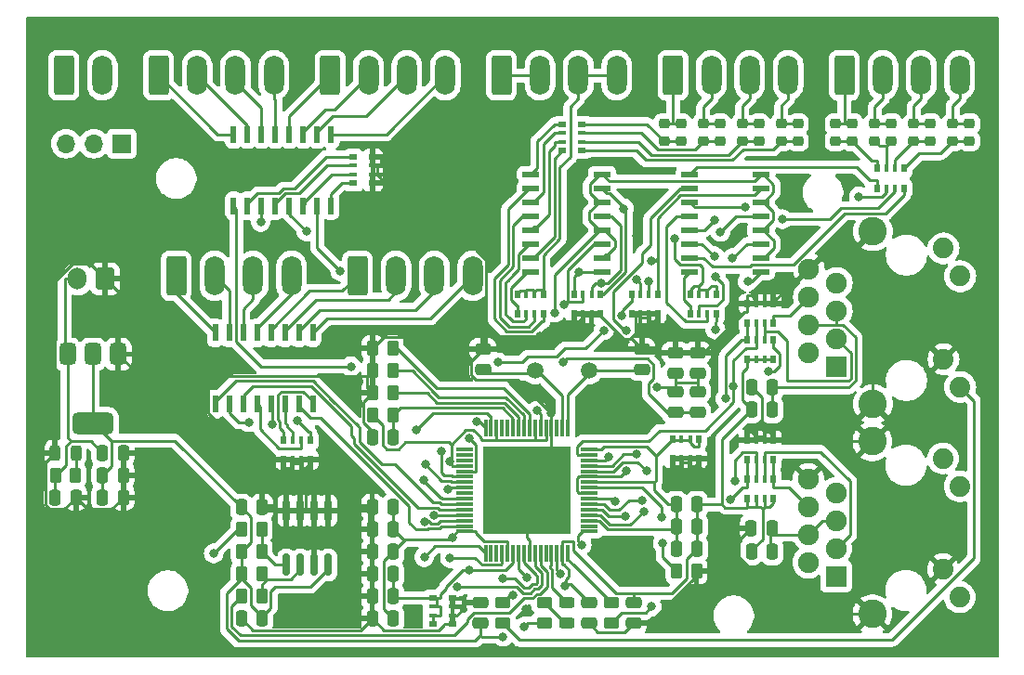
<source format=gbr>
%TF.GenerationSoftware,KiCad,Pcbnew,8.0.5*%
%TF.CreationDate,2024-10-29T23:36:48+01:00*%
%TF.ProjectId,8In-8Out-LAN9252-only,38496e2d-384f-4757-942d-4c414e393235,rev?*%
%TF.SameCoordinates,Original*%
%TF.FileFunction,Copper,L1,Top*%
%TF.FilePolarity,Positive*%
%FSLAX46Y46*%
G04 Gerber Fmt 4.6, Leading zero omitted, Abs format (unit mm)*
G04 Created by KiCad (PCBNEW 8.0.5) date 2024-10-29 23:36:48*
%MOMM*%
%LPD*%
G01*
G04 APERTURE LIST*
G04 Aperture macros list*
%AMRoundRect*
0 Rectangle with rounded corners*
0 $1 Rounding radius*
0 $2 $3 $4 $5 $6 $7 $8 $9 X,Y pos of 4 corners*
0 Add a 4 corners polygon primitive as box body*
4,1,4,$2,$3,$4,$5,$6,$7,$8,$9,$2,$3,0*
0 Add four circle primitives for the rounded corners*
1,1,$1+$1,$2,$3*
1,1,$1+$1,$4,$5*
1,1,$1+$1,$6,$7*
1,1,$1+$1,$8,$9*
0 Add four rect primitives between the rounded corners*
20,1,$1+$1,$2,$3,$4,$5,0*
20,1,$1+$1,$4,$5,$6,$7,0*
20,1,$1+$1,$6,$7,$8,$9,0*
20,1,$1+$1,$8,$9,$2,$3,0*%
G04 Aperture macros list end*
%TA.AperFunction,SMDPad,CuDef*%
%ADD10RoundRect,0.137500X0.137500X-0.662500X0.137500X0.662500X-0.137500X0.662500X-0.137500X-0.662500X0*%
%TD*%
%TA.AperFunction,SMDPad,CuDef*%
%ADD11RoundRect,0.218750X-0.256250X0.218750X-0.256250X-0.218750X0.256250X-0.218750X0.256250X0.218750X0*%
%TD*%
%TA.AperFunction,SMDPad,CuDef*%
%ADD12RoundRect,0.218750X0.256250X-0.218750X0.256250X0.218750X-0.256250X0.218750X-0.256250X-0.218750X0*%
%TD*%
%TA.AperFunction,SMDPad,CuDef*%
%ADD13RoundRect,0.150000X-0.150000X0.825000X-0.150000X-0.825000X0.150000X-0.825000X0.150000X0.825000X0*%
%TD*%
%TA.AperFunction,SMDPad,CuDef*%
%ADD14RoundRect,0.250000X-0.262500X-0.450000X0.262500X-0.450000X0.262500X0.450000X-0.262500X0.450000X0*%
%TD*%
%TA.AperFunction,SMDPad,CuDef*%
%ADD15RoundRect,0.137500X-0.662500X-0.137500X0.662500X-0.137500X0.662500X0.137500X-0.662500X0.137500X0*%
%TD*%
%TA.AperFunction,SMDPad,CuDef*%
%ADD16RoundRect,0.250000X-0.450000X0.262500X-0.450000X-0.262500X0.450000X-0.262500X0.450000X0.262500X0*%
%TD*%
%TA.AperFunction,SMDPad,CuDef*%
%ADD17RoundRect,0.250000X-0.475000X0.250000X-0.475000X-0.250000X0.475000X-0.250000X0.475000X0.250000X0*%
%TD*%
%TA.AperFunction,ComponentPad*%
%ADD18RoundRect,0.250000X-0.650000X-1.550000X0.650000X-1.550000X0.650000X1.550000X-0.650000X1.550000X0*%
%TD*%
%TA.AperFunction,ComponentPad*%
%ADD19O,1.800000X3.600000*%
%TD*%
%TA.AperFunction,SMDPad,CuDef*%
%ADD20RoundRect,0.250000X0.475000X-0.250000X0.475000X0.250000X-0.475000X0.250000X-0.475000X-0.250000X0*%
%TD*%
%TA.AperFunction,SMDPad,CuDef*%
%ADD21R,8.000000X8.000000*%
%TD*%
%TA.AperFunction,SMDPad,CuDef*%
%ADD22R,1.500000X0.300000*%
%TD*%
%TA.AperFunction,SMDPad,CuDef*%
%ADD23R,0.300000X1.500000*%
%TD*%
%TA.AperFunction,SMDPad,CuDef*%
%ADD24RoundRect,0.243750X-0.456250X0.243750X-0.456250X-0.243750X0.456250X-0.243750X0.456250X0.243750X0*%
%TD*%
%TA.AperFunction,SMDPad,CuDef*%
%ADD25RoundRect,0.250000X0.250000X0.475000X-0.250000X0.475000X-0.250000X-0.475000X0.250000X-0.475000X0*%
%TD*%
%TA.AperFunction,SMDPad,CuDef*%
%ADD26R,0.500000X0.800000*%
%TD*%
%TA.AperFunction,SMDPad,CuDef*%
%ADD27R,0.400000X0.800000*%
%TD*%
%TA.AperFunction,ComponentPad*%
%ADD28RoundRect,0.250000X0.600000X0.750000X-0.600000X0.750000X-0.600000X-0.750000X0.600000X-0.750000X0*%
%TD*%
%TA.AperFunction,ComponentPad*%
%ADD29O,1.700000X2.000000*%
%TD*%
%TA.AperFunction,ComponentPad*%
%ADD30C,1.500000*%
%TD*%
%TA.AperFunction,SMDPad,CuDef*%
%ADD31RoundRect,0.250000X-0.250000X-0.475000X0.250000X-0.475000X0.250000X0.475000X-0.250000X0.475000X0*%
%TD*%
%TA.AperFunction,SMDPad,CuDef*%
%ADD32R,0.800000X0.500000*%
%TD*%
%TA.AperFunction,SMDPad,CuDef*%
%ADD33R,0.800000X0.400000*%
%TD*%
%TA.AperFunction,ComponentPad*%
%ADD34R,1.700000X1.700000*%
%TD*%
%TA.AperFunction,ComponentPad*%
%ADD35O,1.700000X1.700000*%
%TD*%
%TA.AperFunction,ComponentPad*%
%ADD36C,2.600000*%
%TD*%
%TA.AperFunction,ComponentPad*%
%ADD37C,1.890000*%
%TD*%
%TA.AperFunction,ComponentPad*%
%ADD38C,1.900000*%
%TD*%
%TA.AperFunction,ComponentPad*%
%ADD39R,1.900000X1.900000*%
%TD*%
%TA.AperFunction,SMDPad,CuDef*%
%ADD40RoundRect,0.250000X0.262500X0.450000X-0.262500X0.450000X-0.262500X-0.450000X0.262500X-0.450000X0*%
%TD*%
%TA.AperFunction,SMDPad,CuDef*%
%ADD41RoundRect,0.375000X-0.375000X0.625000X-0.375000X-0.625000X0.375000X-0.625000X0.375000X0.625000X0*%
%TD*%
%TA.AperFunction,SMDPad,CuDef*%
%ADD42RoundRect,0.500000X-1.400000X0.500000X-1.400000X-0.500000X1.400000X-0.500000X1.400000X0.500000X0*%
%TD*%
%TA.AperFunction,SMDPad,CuDef*%
%ADD43RoundRect,0.243750X-0.243750X-0.456250X0.243750X-0.456250X0.243750X0.456250X-0.243750X0.456250X0*%
%TD*%
%TA.AperFunction,SMDPad,CuDef*%
%ADD44RoundRect,0.250000X0.450000X-0.262500X0.450000X0.262500X-0.450000X0.262500X-0.450000X-0.262500X0*%
%TD*%
%TA.AperFunction,ViaPad*%
%ADD45C,0.800000*%
%TD*%
%TA.AperFunction,Conductor*%
%ADD46C,0.250000*%
%TD*%
G04 APERTURE END LIST*
D10*
%TO.P,U5,16*%
%TO.N,Net-(J7-Pin_1)*%
X160020000Y-91544000D03*
%TO.P,U5,15*%
%TO.N,Net-(J7-Pin_2)*%
X161290000Y-91544000D03*
%TO.P,U5,14*%
%TO.N,Net-(J7-Pin_3)*%
X162560000Y-91544000D03*
%TO.P,U5,13*%
%TO.N,Net-(J7-Pin_4)*%
X163830000Y-91544000D03*
%TO.P,U5,12*%
%TO.N,Net-(J5-Pin_1)*%
X165100000Y-91544000D03*
%TO.P,U5,11*%
%TO.N,Net-(J5-Pin_2)*%
X166370000Y-91544000D03*
%TO.P,U5,10*%
%TO.N,Net-(J5-Pin_3)*%
X167640000Y-91544000D03*
%TO.P,U5,9*%
%TO.N,Net-(J5-Pin_4)*%
X168910000Y-91544000D03*
%TO.P,U5,8*%
%TO.N,Net-(RN10-R4.1)*%
X168910000Y-98044000D03*
%TO.P,U5,7*%
%TO.N,OUT15*%
X167640000Y-98044000D03*
%TO.P,U5,6*%
%TO.N,Net-(RN10-R3.1)*%
X166370000Y-98044000D03*
%TO.P,U5,5*%
%TO.N,OUT14*%
X165100000Y-98044000D03*
%TO.P,U5,4*%
%TO.N,Net-(RN10-R2.1)*%
X163830000Y-98044000D03*
%TO.P,U5,3*%
%TO.N,OUT13*%
X162560000Y-98044000D03*
%TO.P,U5,2*%
%TO.N,Net-(RN10-R1.1)*%
X161290000Y-98044000D03*
%TO.P,U5,1*%
%TO.N,OUT12*%
X160020000Y-98044000D03*
%TD*%
D11*
%TO.P,D15,1,K*%
%TO.N,Net-(D15-K)*%
X202439400Y-72491500D03*
%TO.P,D15,2,A*%
%TO.N,Net-(D15-A)*%
X202439400Y-74066500D03*
%TD*%
D12*
%TO.P,D4,1,K*%
%TO.N,Net-(D3-A)*%
X223647000Y-74066500D03*
%TO.P,D4,2,A*%
%TO.N,Net-(D3-K)*%
X223647000Y-72491500D03*
%TD*%
D13*
%TO.P,U6,1,A0*%
%TO.N,GND*%
X170307000Y-107761000D03*
%TO.P,U6,2,A1*%
X169037000Y-107761000D03*
%TO.P,U6,3,A2*%
X167767000Y-107761000D03*
%TO.P,U6,4,GND*%
X166497000Y-107761000D03*
%TO.P,U6,5,SDA*%
%TO.N,Net-(U6-SDA)*%
X166497000Y-112711000D03*
%TO.P,U6,6,SCL*%
%TO.N,Net-(U6-SCL)*%
X167767000Y-112711000D03*
%TO.P,U6,7,WP*%
%TO.N,GND*%
X169037000Y-112711000D03*
%TO.P,U6,8,VCC*%
%TO.N,+3.3V*%
X170307000Y-112711000D03*
%TD*%
D14*
%TO.P,R13,1*%
%TO.N,+5V*%
X145457500Y-104520300D03*
%TO.P,R13,2*%
%TO.N,Net-(D18-A)*%
X147282500Y-104520300D03*
%TD*%
%TO.P,R11,1*%
%TO.N,+3.3V*%
X162409500Y-113538000D03*
%TO.P,R11,2*%
%TO.N,Net-(U6-SCL)*%
X164234500Y-113538000D03*
%TD*%
D15*
%TO.P,U2,1*%
%TO.N,Net-(RN8-R1.1)*%
X188774000Y-77089000D03*
%TO.P,U2,2*%
%TO.N,Net-(RN7-R4.1)*%
X188774000Y-78359000D03*
%TO.P,U2,3*%
%TO.N,Net-(RN8-R2.1)*%
X188774000Y-79629000D03*
%TO.P,U2,4*%
%TO.N,Net-(RN7-R3.1)*%
X188774000Y-80899000D03*
%TO.P,U2,5*%
%TO.N,Net-(RN8-R3.1)*%
X188774000Y-82169000D03*
%TO.P,U2,6*%
%TO.N,Net-(RN7-R2.1)*%
X188774000Y-83439000D03*
%TO.P,U2,7*%
%TO.N,Net-(RN8-R4.1)*%
X188774000Y-84709000D03*
%TO.P,U2,8*%
%TO.N,Net-(RN7-R1.1)*%
X188774000Y-85979000D03*
%TO.P,U2,9*%
%TO.N,IN3*%
X195274000Y-85979000D03*
%TO.P,U2,10*%
%TO.N,+3.3V*%
X195274000Y-84709000D03*
%TO.P,U2,11*%
%TO.N,IN2*%
X195274000Y-83439000D03*
%TO.P,U2,12*%
%TO.N,+3.3V*%
X195274000Y-82169000D03*
%TO.P,U2,13*%
%TO.N,IN1*%
X195274000Y-80899000D03*
%TO.P,U2,14*%
%TO.N,+3.3V*%
X195274000Y-79629000D03*
%TO.P,U2,15*%
%TO.N,IN0*%
X195274000Y-78359000D03*
%TO.P,U2,16*%
%TO.N,+3.3V*%
X195274000Y-77089000D03*
%TD*%
D16*
%TO.P,R7,1*%
%TO.N,LINKACTLED0*%
X196088000Y-116181500D03*
%TO.P,R7,2*%
%TO.N,Net-(IN1-Pad9)*%
X196088000Y-118006500D03*
%TD*%
D17*
%TO.P,C13,1*%
%TO.N,GND*%
X198882000Y-93030000D03*
%TO.P,C13,2*%
%TO.N,Net-(U3-OSCI)*%
X198882000Y-94930000D03*
%TD*%
D18*
%TO.P,J1,1,Pin_1*%
%TO.N,-24V_FIELD*%
X146222500Y-68072000D03*
D19*
%TO.P,J1,2,Pin_2*%
%TO.N,+24V_FIELD*%
X149722500Y-68072000D03*
%TD*%
D12*
%TO.P,D14,1,K*%
%TO.N,Net-(D13-A)*%
X204471400Y-74066500D03*
%TO.P,D14,2,A*%
%TO.N,Net-(D13-K)*%
X204471400Y-72491500D03*
%TD*%
D11*
%TO.P,D9,1,K*%
%TO.N,Net-(D10-A)*%
X213107400Y-72491500D03*
%TO.P,D9,2,A*%
%TO.N,Net-(D10-K)*%
X213107400Y-74066500D03*
%TD*%
D20*
%TO.P,B3,1*%
%TO.N,+1V2*%
X201930000Y-98806000D03*
%TO.P,B3,2*%
%TO.N,VDD12TX1*%
X201930000Y-96906000D03*
%TD*%
D21*
%TO.P,U3,65,VSS*%
%TO.N,GND*%
X188392000Y-105918000D03*
D22*
%TO.P,U3,64,VDD33TXRX2*%
%TO.N,+3.3VA*%
X194092000Y-102168000D03*
%TO.P,U3,63,TXNB*%
%TO.N,TXNB*%
X194092000Y-102668000D03*
%TO.P,U3,62,TXPB*%
%TO.N,TXPB*%
X194092000Y-103168000D03*
%TO.P,U3,61,RXNB*%
%TO.N,RXNB*%
X194092000Y-103668000D03*
%TO.P,U3,60,RXPB*%
%TO.N,RXPB*%
X194092000Y-104168000D03*
%TO.P,U3,59,VDD12TX2*%
%TO.N,VDD12TX1*%
X194092000Y-104668000D03*
%TO.P,U3,58,VDD33BIAS*%
%TO.N,+3.3VA*%
X194092000Y-105168000D03*
%TO.P,U3,57,RBIAS*%
%TO.N,Net-(U3-RBIAS)*%
X194092000Y-105668000D03*
%TO.P,U3,56,VDD12TX1*%
%TO.N,VDD12TX1*%
X194092000Y-106168000D03*
%TO.P,U3,55,RXPA*%
%TO.N,RXPA*%
X194092000Y-106668000D03*
%TO.P,U3,54,RXNA*%
%TO.N,RXNA*%
X194092000Y-107168000D03*
%TO.P,U3,53,TXPA*%
%TO.N,TXPA*%
X194092000Y-107668000D03*
%TO.P,U3,52,TXNA*%
%TO.N,TXNA*%
X194092000Y-108168000D03*
%TO.P,U3,51,VDD33TXRX1*%
%TO.N,+3.3VA*%
X194092000Y-108668000D03*
%TO.P,U3,50,D5/AD5/OUTVALID/SCS#*%
%TO.N,unconnected-(U3-D5{slash}AD5{slash}OUTVALID{slash}SCS#-Pad50)*%
X194092000Y-109168000D03*
%TO.P,U3,49,D4/AD4/DIGIO3/GPI3/GPO3/MII_LINK*%
%TO.N,IN3*%
X194092000Y-109668000D03*
D23*
%TO.P,U3,48,LINKACTLED0/TDO/~{CHIP_MODE0}*%
%TO.N,LINKACTLED0*%
X192142000Y-111618000D03*
%TO.P,U3,47,VDDIO*%
%TO.N,+3.3V*%
X191642000Y-111618000D03*
%TO.P,U3,46,LINKACTLED1/TDI/~{CHIP_MODE1}*%
%TO.N,LINKACTLED1*%
X191142000Y-111618000D03*
%TO.P,U3,45,RUNLED/~{E2PSIZE}*%
%TO.N,Net-(D16-K)*%
X190642000Y-111618000D03*
%TO.P,U3,44,IRQ*%
%TO.N,unconnected-(U3-IRQ-Pad44)*%
X190142000Y-111618000D03*
%TO.P,U3,43,EESCL/TCK*%
%TO.N,I2C_SCL*%
X189642000Y-111618000D03*
%TO.P,U3,42,EESDA/TMS*%
%TO.N,I2C_SDA*%
X189142000Y-111618000D03*
%TO.P,U3,41,TESTMODE*%
%TO.N,GND*%
X188642000Y-111618000D03*
%TO.P,U3,40,D8/AD8/DIGIO2/GPI2/GPO2/MII_MDIO*%
%TO.N,IN2*%
X188142000Y-111618000D03*
%TO.P,U3,39,D7/AD7/DIGIO1/GPI1/GPO1/MII_MDC*%
%TO.N,IN1*%
X187642000Y-111618000D03*
%TO.P,U3,38,VDDCR*%
%TO.N,+1V2*%
X187142000Y-111618000D03*
%TO.P,U3,37,VDDIO*%
%TO.N,+3.3V*%
X186642000Y-111618000D03*
%TO.P,U3,36,D6/AD6/DIGIO0/GPI0/GPO0/MII_RXCLK*%
%TO.N,IN0*%
X186142000Y-111618000D03*
%TO.P,U3,35,D3/AD3/WD_TRIG/SIO3*%
%TO.N,unconnected-(U3-D3{slash}AD3{slash}WD_TRIG{slash}SIO3-Pad35)*%
X185642000Y-111618000D03*
%TO.P,U3,34,SYNC0/LATCH0*%
%TO.N,unconnected-(U3-SYNC0{slash}LATCH0-Pad34)*%
X185142000Y-111618000D03*
%TO.P,U3,33,A0/D15/AD15/DIGIO9/GPI9/GPO9/MII_RXER*%
%TO.N,OUT9*%
X184642000Y-111618000D03*
D22*
%TO.P,U3,32,VDDIO*%
%TO.N,+3.3V*%
X182692000Y-109668000D03*
%TO.P,U3,31,RD/RD_WR/DIGIO15/GPI15/GPO15/MII_RXD3*%
%TO.N,OUT15*%
X182692000Y-109168000D03*
%TO.P,U3,30,WR/ENB/DIGIO14/GPI14/GPO14/MII_RXD2*%
%TO.N,OUT14*%
X182692000Y-108668000D03*
%TO.P,U3,29,A2/ALEHI/DIGIO10/GPI10/GPO10/LINKACTLED2/~{MII_LINKPOL}*%
%TO.N,OUT10*%
X182692000Y-108168000D03*
%TO.P,U3,28,CS/DIGIO13/GPI13/GPO13/MII_RXD1*%
%TO.N,OUT13*%
X182692000Y-107668000D03*
%TO.P,U3,27,A4/DIGIO12/GPI12/GPO12/MII_RXD0*%
%TO.N,OUT12*%
X182692000Y-107168000D03*
%TO.P,U3,26,A3/DIGIO11/GPI11/GPO11/MII_RXDV*%
%TO.N,OUT11*%
X182692000Y-106668000D03*
%TO.P,U3,25,A1/ALELO/OE_EXT/MII_CLK25*%
%TO.N,unconnected-(U3-A1{slash}ALELO{slash}OE_EXT{slash}MII_CLK25-Pad25)*%
X182692000Y-106168000D03*
%TO.P,U3,24,VDDCR*%
%TO.N,+1V2*%
X182692000Y-105668000D03*
%TO.P,U3,23,D10/AD10/DIGIO4/GPI4/GPO4/MII_TXEN*%
%TO.N,IN4*%
X182692000Y-105168000D03*
%TO.P,U3,22,D11/AD11/DIGIO5/GPI5/GPO5/MII_TXD0*%
%TO.N,IN5*%
X182692000Y-104668000D03*
%TO.P,U3,21,D12/AD12/DIGIO6/GPI6/GPO6/MII_TXD1*%
%TO.N,IN6*%
X182692000Y-104168000D03*
%TO.P,U3,20,VDDIO*%
%TO.N,+3.3V*%
X182692000Y-103668000D03*
%TO.P,U3,19,D9/AD9/LATCH_IN/SCK*%
%TO.N,unconnected-(U3-D9{slash}AD9{slash}LATCH_IN{slash}SCK-Pad19)*%
X182692000Y-103168000D03*
%TO.P,U3,18,SYNC1/LATCH1*%
%TO.N,unconnected-(U3-SYNC1{slash}LATCH1-Pad18)*%
X182692000Y-102668000D03*
%TO.P,U3,17,D0/AD0/WD_STATE/SI/SIO0*%
%TO.N,unconnected-(U3-D0{slash}AD0{slash}WD_STATE{slash}SI{slash}SIO0-Pad17)*%
X182692000Y-102168000D03*
D23*
%TO.P,U3,16,D13/AD13/DIGIO7/GPI7/GPO7/MII_TXD2/~{TX_SHIFT0}*%
%TO.N,IN7*%
X184642000Y-100218000D03*
%TO.P,U3,15,D14/AD14/DIGIO8/GPI8/GPO8/MII_TXD3/~{TX_SHIFT1}*%
%TO.N,OUT8*%
X185142000Y-100218000D03*
%TO.P,U3,14,VDDIO*%
%TO.N,+3.3V*%
X185642000Y-100218000D03*
%TO.P,U3,13,D1/AD1/EOF/SO/SIO1*%
%TO.N,unconnected-(U3-D1{slash}AD1{slash}EOF{slash}SO{slash}SIO1-Pad13)*%
X186142000Y-100218000D03*
%TO.P,U3,12,D2/AD2/SOF/SIO2*%
%TO.N,unconnected-(U3-D2{slash}AD2{slash}SOF{slash}SIO2-Pad12)*%
X186642000Y-100218000D03*
%TO.P,U3,11,~{RST}*%
%TO.N,Net-(U3-~{RST})*%
X187142000Y-100218000D03*
%TO.P,U3,10,FXSDB/FXLOSB/~{FXSDENB}*%
%TO.N,FXLOSB*%
X187642000Y-100218000D03*
%TO.P,U3,9,FXSDA/FXLOSA/~{FXSDENA}*%
%TO.N,FXLOSA*%
X188142000Y-100218000D03*
%TO.P,U3,8,~{FXLOSEN}*%
%TO.N,FXLOSEN*%
X188642000Y-100218000D03*
%TO.P,U3,7,REG_EN*%
%TO.N,+3.3V*%
X189142000Y-100218000D03*
%TO.P,U3,6,VDDCR*%
%TO.N,+1V2*%
X189642000Y-100218000D03*
%TO.P,U3,5,VDD33*%
%TO.N,+3.3V*%
X190142000Y-100218000D03*
%TO.P,U3,4,OSCVSS*%
%TO.N,GND*%
X190642000Y-100218000D03*
%TO.P,U3,3,OSCVDD12*%
%TO.N,unconnected-(U3-OSCVDD12-Pad3)*%
X191142000Y-100218000D03*
%TO.P,U3,2,OSCO*%
%TO.N,Net-(U3-OSCO)*%
X191642000Y-100218000D03*
%TO.P,U3,1,OSCI*%
%TO.N,Net-(U3-OSCI)*%
X192142000Y-100218000D03*
%TD*%
D14*
%TO.P,R9,1*%
%TO.N,I2C_SDA*%
X162409500Y-109474000D03*
%TO.P,R9,2*%
%TO.N,Net-(U6-SDA)*%
X164234500Y-109474000D03*
%TD*%
D24*
%TO.P,D16,1,K*%
%TO.N,Net-(D16-K)*%
X192024000Y-116156500D03*
%TO.P,D16,2,A*%
%TO.N,Net-(D16-A)*%
X192024000Y-118031500D03*
%TD*%
D25*
%TO.P,C6,1*%
%TO.N,+3.3V*%
X176210000Y-111506000D03*
%TO.P,C6,2*%
%TO.N,GND*%
X174310000Y-111506000D03*
%TD*%
D14*
%TO.P,R1,1*%
%TO.N,+3.3V*%
X174347500Y-99060000D03*
%TO.P,R1,2*%
%TO.N,Net-(U3-~{RST})*%
X176172500Y-99060000D03*
%TD*%
D25*
%TO.P,C3,1*%
%TO.N,+3.3V*%
X176210000Y-117602000D03*
%TO.P,C3,2*%
%TO.N,GND*%
X174310000Y-117602000D03*
%TD*%
D17*
%TO.P,C15,1*%
%TO.N,+3.3V*%
X198120000Y-116144000D03*
%TO.P,C15,2*%
%TO.N,GND*%
X198120000Y-118044000D03*
%TD*%
D26*
%TO.P,CN4,1,R1.1*%
%TO.N,+3.3VA*%
X204076000Y-101208000D03*
D27*
%TO.P,CN4,2,R2.1*%
X203276000Y-101208000D03*
%TO.P,CN4,3,R3.1*%
X202476000Y-101208000D03*
D26*
%TO.P,CN4,4,R4.1*%
X201676000Y-101208000D03*
%TO.P,CN4,5,R4.2*%
%TO.N,GND*%
X201676000Y-103008000D03*
D27*
%TO.P,CN4,6,R3.2*%
X202476000Y-103008000D03*
%TO.P,CN4,7,R2.2*%
X203276000Y-103008000D03*
D26*
%TO.P,CN4,8,R1.2*%
X204076000Y-103008000D03*
%TD*%
D16*
%TO.P,R5,1*%
%TO.N,LINKACTLED1*%
X186182000Y-116181500D03*
%TO.P,R5,2*%
%TO.N,Net-(OUT1-Pad9)*%
X186182000Y-118006500D03*
%TD*%
D11*
%TO.P,D1,1,K*%
%TO.N,Net-(D1-K)*%
X228727000Y-72491500D03*
%TO.P,D1,2,A*%
%TO.N,Net-(D1-A)*%
X228727000Y-74066500D03*
%TD*%
D18*
%TO.P,J5,1,Pin_1*%
%TO.N,Net-(J5-Pin_1)*%
X172974000Y-86360000D03*
D19*
%TO.P,J5,2,Pin_2*%
%TO.N,Net-(J5-Pin_2)*%
X176474000Y-86360000D03*
%TO.P,J5,3,Pin_3*%
%TO.N,Net-(J5-Pin_3)*%
X179974000Y-86360000D03*
%TO.P,J5,4,Pin_4*%
%TO.N,Net-(J5-Pin_4)*%
X183474000Y-86360000D03*
%TD*%
D20*
%TO.P,C14,1*%
%TO.N,VDD12TX1*%
X201930000Y-95250000D03*
%TO.P,C14,2*%
%TO.N,GND*%
X201930000Y-93350000D03*
%TD*%
D26*
%TO.P,CN2,1,R1.1*%
%TO.N,TXPA*%
X208477000Y-103135000D03*
D27*
%TO.P,CN2,2,R2.1*%
%TO.N,TXNA*%
X209277000Y-103135000D03*
%TO.P,CN2,3,R3.1*%
%TO.N,RXPA*%
X210077000Y-103135000D03*
D26*
%TO.P,CN2,4,R4.1*%
%TO.N,RXNA*%
X210877000Y-103135000D03*
%TO.P,CN2,5,R4.2*%
%TO.N,GND*%
X210877000Y-101335000D03*
D27*
%TO.P,CN2,6,R3.2*%
X210077000Y-101335000D03*
%TO.P,CN2,7,R2.2*%
X209277000Y-101335000D03*
D26*
%TO.P,CN2,8,R1.2*%
X208477000Y-101335000D03*
%TD*%
D28*
%TO.P,J8,1,Pin_1*%
%TO.N,GND*%
X149967000Y-86630300D03*
D29*
%TO.P,J8,2,Pin_2*%
%TO.N,+5V*%
X147467000Y-86630300D03*
%TD*%
D26*
%TO.P,RN2,1,R1.1*%
%TO.N,+3.3V*%
X208477000Y-106691000D03*
D27*
%TO.P,RN2,2,R2.1*%
X209277000Y-106691000D03*
%TO.P,RN2,3,R3.1*%
X210077000Y-106691000D03*
D26*
%TO.P,RN2,4,R4.1*%
X210877000Y-106691000D03*
%TO.P,RN2,5,R4.2*%
%TO.N,RXNA*%
X210877000Y-104891000D03*
D27*
%TO.P,RN2,6,R3.2*%
%TO.N,RXPA*%
X210077000Y-104891000D03*
%TO.P,RN2,7,R2.2*%
%TO.N,TXNA*%
X209277000Y-104891000D03*
D26*
%TO.P,RN2,8,R1.2*%
%TO.N,TXPA*%
X208477000Y-104891000D03*
%TD*%
D30*
%TO.P,Y1,1,1*%
%TO.N,Net-(U3-OSCO)*%
X189176000Y-94996000D03*
%TO.P,Y1,2,2*%
%TO.N,Net-(U3-OSCI)*%
X194056000Y-94996000D03*
%TD*%
D31*
%TO.P,C1,1*%
%TO.N,GND*%
X208854000Y-96520000D03*
%TO.P,C1,2*%
%TO.N,Net-(OUT1-RCT)*%
X210754000Y-96520000D03*
%TD*%
D25*
%TO.P,C7,1*%
%TO.N,+3.3V*%
X176210000Y-109474000D03*
%TO.P,C7,2*%
%TO.N,GND*%
X174310000Y-109474000D03*
%TD*%
D31*
%TO.P,C19,1*%
%TO.N,+5V*%
X145420000Y-106552300D03*
%TO.P,C19,2*%
%TO.N,GND*%
X147320000Y-106552300D03*
%TD*%
D32*
%TO.P,RN8,1,R1.1*%
%TO.N,Net-(RN8-R1.1)*%
X191643000Y-72517000D03*
D33*
%TO.P,RN8,2,R2.1*%
%TO.N,Net-(RN8-R2.1)*%
X191643000Y-73317000D03*
%TO.P,RN8,3,R3.1*%
%TO.N,Net-(RN8-R3.1)*%
X191643000Y-74117000D03*
D32*
%TO.P,RN8,4,R4.1*%
%TO.N,Net-(RN8-R4.1)*%
X191643000Y-74917000D03*
%TO.P,RN8,5,R4.2*%
%TO.N,Net-(D10-K)*%
X193443000Y-74917000D03*
D33*
%TO.P,RN8,6,R3.2*%
%TO.N,Net-(D11-A)*%
X193443000Y-74117000D03*
%TO.P,RN8,7,R2.2*%
%TO.N,Net-(D13-A)*%
X193443000Y-73317000D03*
D32*
%TO.P,RN8,8,R1.2*%
%TO.N,Net-(D15-A)*%
X193443000Y-72517000D03*
%TD*%
D25*
%TO.P,C5,1*%
%TO.N,+1V2*%
X176210000Y-113538000D03*
%TO.P,C5,2*%
%TO.N,GND*%
X174310000Y-113538000D03*
%TD*%
D34*
%TO.P,J9,1,Pin_1*%
%TO.N,+24V_FIELD*%
X151496000Y-74295000D03*
D35*
%TO.P,J9,2,Pin_2*%
%TO.N,24V_COMMON*%
X148956000Y-74295000D03*
%TO.P,J9,3,Pin_3*%
%TO.N,-24V_FIELD*%
X146416000Y-74295000D03*
%TD*%
D18*
%TO.P,J3,1,Pin_1*%
%TO.N,Net-(D15-K)*%
X201717000Y-68072000D03*
D19*
%TO.P,J3,2,Pin_2*%
%TO.N,Net-(D13-K)*%
X205217000Y-68072000D03*
%TO.P,J3,3,Pin_3*%
%TO.N,Net-(D11-K)*%
X208717000Y-68072000D03*
%TO.P,J3,4,Pin_4*%
%TO.N,Net-(D10-A)*%
X212217000Y-68072000D03*
%TD*%
D12*
%TO.P,D8,1,K*%
%TO.N,Net-(D7-A)*%
X216535000Y-74066500D03*
%TO.P,D8,2,A*%
%TO.N,Net-(D7-K)*%
X216535000Y-72491500D03*
%TD*%
D36*
%TO.P,IN1,SH,CHS_GND*%
%TO.N,GND*%
X219887800Y-117195600D03*
X219887800Y-101447600D03*
D37*
%TO.P,IN1,12*%
%TO.N,unconnected-(IN1-Pad12)*%
X226314000Y-102997000D03*
%TO.P,IN1,11*%
%TO.N,unconnected-(IN1-Pad11)*%
X227838000Y-105537000D03*
%TO.P,IN1,10*%
%TO.N,GND*%
X226314000Y-113106200D03*
%TO.P,IN1,9*%
%TO.N,Net-(IN1-Pad9)*%
X227838000Y-115646200D03*
D38*
%TO.P,IN1,8,CHS_GND*%
%TO.N,GND*%
X214045800Y-104876600D03*
%TO.P,IN1,7,NC*%
%TO.N,unconnected-(IN1-NC-Pad7)*%
X216585800Y-106146600D03*
%TO.P,IN1,6,RD-*%
%TO.N,RXNA*%
X214045800Y-107416600D03*
%TO.P,IN1,5,RCT*%
%TO.N,Net-(IN1-RCT)*%
X216585800Y-108686600D03*
%TO.P,IN1,4,TCT*%
X214045800Y-109956600D03*
%TO.P,IN1,3,RD+*%
%TO.N,RXPA*%
X216585800Y-111226600D03*
%TO.P,IN1,2,TD-*%
%TO.N,TXNA*%
X214045800Y-112496600D03*
D39*
%TO.P,IN1,1,TD+*%
%TO.N,TXPA*%
X216585800Y-113766600D03*
%TD*%
D18*
%TO.P,J2,1,Pin_1*%
%TO.N,Net-(D7-K)*%
X217338000Y-68072000D03*
D19*
%TO.P,J2,2,Pin_2*%
%TO.N,Net-(D5-K)*%
X220838000Y-68072000D03*
%TO.P,J2,3,Pin_3*%
%TO.N,Net-(D3-K)*%
X224338000Y-68072000D03*
%TO.P,J2,4,Pin_4*%
%TO.N,Net-(D1-K)*%
X227838000Y-68072000D03*
%TD*%
D17*
%TO.P,C10,1*%
%TO.N,GND*%
X184404000Y-93030000D03*
%TO.P,C10,2*%
%TO.N,Net-(U3-OSCO)*%
X184404000Y-94930000D03*
%TD*%
D11*
%TO.P,D7,1,K*%
%TO.N,Net-(D7-K)*%
X218059000Y-72491500D03*
%TO.P,D7,2,A*%
%TO.N,Net-(D7-A)*%
X218059000Y-74066500D03*
%TD*%
D40*
%TO.P,R2,1*%
%TO.N,FXLOSA*%
X176172500Y-94996000D03*
%TO.P,R2,2*%
%TO.N,GND*%
X174347500Y-94996000D03*
%TD*%
D25*
%TO.P,B5,1*%
%TO.N,+3.3V*%
X203896000Y-109220000D03*
%TO.P,B5,2*%
%TO.N,+3.3VA*%
X201996000Y-109220000D03*
%TD*%
D14*
%TO.P,R12,1*%
%TO.N,I2C_SCL*%
X162409500Y-115570000D03*
%TO.P,R12,2*%
%TO.N,Net-(U6-SCL)*%
X164234500Y-115570000D03*
%TD*%
D31*
%TO.P,C9,1*%
%TO.N,GND*%
X174310000Y-101092000D03*
%TO.P,C9,2*%
%TO.N,Net-(U3-~{RST})*%
X176210000Y-101092000D03*
%TD*%
D25*
%TO.P,B6,1*%
%TO.N,+3.3V*%
X203896000Y-107188000D03*
%TO.P,B6,2*%
%TO.N,+3.3VA*%
X201996000Y-107188000D03*
%TD*%
D32*
%TO.P,CN3,1,R1.1*%
%TO.N,+1V2*%
X179832000Y-115716000D03*
D33*
%TO.P,CN3,2,R2.1*%
X179832000Y-116516000D03*
%TO.P,CN3,3,R3.1*%
X179832000Y-117316000D03*
D32*
%TO.P,CN3,4,R4.1*%
X179832000Y-118116000D03*
%TO.P,CN3,5,R4.2*%
%TO.N,GND*%
X181632000Y-118116000D03*
D33*
%TO.P,CN3,6,R3.2*%
X181632000Y-117316000D03*
%TO.P,CN3,7,R2.2*%
X181632000Y-116516000D03*
D32*
%TO.P,CN3,8,R1.2*%
X181632000Y-115716000D03*
%TD*%
D25*
%TO.P,C4,1*%
%TO.N,+1V2*%
X176210000Y-115570000D03*
%TO.P,C4,2*%
%TO.N,GND*%
X174310000Y-115570000D03*
%TD*%
D12*
%TO.P,D17,1,K*%
%TO.N,Net-(D15-A)*%
X200915400Y-74066500D03*
%TO.P,D17,2,A*%
%TO.N,Net-(D15-K)*%
X200915400Y-72491500D03*
%TD*%
D26*
%TO.P,CN1,1,R1.1*%
%TO.N,TXPB*%
X208477000Y-90689000D03*
D27*
%TO.P,CN1,2,R2.1*%
%TO.N,TXNB*%
X209277000Y-90689000D03*
%TO.P,CN1,3,R3.1*%
%TO.N,RXPB*%
X210077000Y-90689000D03*
D26*
%TO.P,CN1,4,R4.1*%
%TO.N,RXNB*%
X210877000Y-90689000D03*
%TO.P,CN1,5,R4.2*%
%TO.N,GND*%
X210877000Y-88889000D03*
D27*
%TO.P,CN1,6,R3.2*%
X210077000Y-88889000D03*
%TO.P,CN1,7,R2.2*%
X209277000Y-88889000D03*
D26*
%TO.P,CN1,8,R1.2*%
X208477000Y-88889000D03*
%TD*%
D17*
%TO.P,C12,1*%
%TO.N,+3.3V*%
X194056000Y-116144000D03*
%TO.P,C12,2*%
%TO.N,GND*%
X194056000Y-118044000D03*
%TD*%
D31*
%TO.P,B1,1*%
%TO.N,+3.3V*%
X208854000Y-98552000D03*
%TO.P,B1,2*%
%TO.N,Net-(OUT1-RCT)*%
X210754000Y-98552000D03*
%TD*%
D40*
%TO.P,R8,1*%
%TO.N,GND*%
X203858500Y-113284000D03*
%TO.P,R8,2*%
%TO.N,Net-(U3-RBIAS)*%
X202033500Y-113284000D03*
%TD*%
D20*
%TO.P,C16,1*%
%TO.N,VDD12TX1*%
X203962000Y-95250000D03*
%TO.P,C16,2*%
%TO.N,GND*%
X203962000Y-93350000D03*
%TD*%
%TO.P,B7,1*%
%TO.N,+1V2*%
X203962000Y-98806000D03*
%TO.P,B7,2*%
%TO.N,VDD12TX1*%
X203962000Y-96906000D03*
%TD*%
D26*
%TO.P,RN3,1,R1.1*%
%TO.N,Net-(RN3-R1.1)*%
X203270000Y-89800000D03*
D27*
%TO.P,RN3,2,R2.1*%
%TO.N,Net-(RN3-R2.1)*%
X204070000Y-89800000D03*
%TO.P,RN3,3,R3.1*%
%TO.N,Net-(RN3-R3.1)*%
X204870000Y-89800000D03*
D26*
%TO.P,RN3,4,R4.1*%
%TO.N,Net-(RN3-R4.1)*%
X205670000Y-89800000D03*
%TO.P,RN3,5,R4.2*%
%TO.N,24V_COMMON*%
X205670000Y-88000000D03*
D27*
%TO.P,RN3,6,R3.2*%
X204870000Y-88000000D03*
%TO.P,RN3,7,R2.2*%
X204070000Y-88000000D03*
D26*
%TO.P,RN3,8,R1.2*%
X203270000Y-88000000D03*
%TD*%
D25*
%TO.P,C18,1*%
%TO.N,GND*%
X164272000Y-107442000D03*
%TO.P,C18,2*%
%TO.N,+3.3V*%
X162372000Y-107442000D03*
%TD*%
D26*
%TO.P,RN7,1,R1.1*%
%TO.N,Net-(RN7-R1.1)*%
X187522000Y-89800000D03*
D27*
%TO.P,RN7,2,R2.1*%
%TO.N,Net-(RN7-R2.1)*%
X188322000Y-89800000D03*
%TO.P,RN7,3,R3.1*%
%TO.N,Net-(RN7-R3.1)*%
X189122000Y-89800000D03*
D26*
%TO.P,RN7,4,R4.1*%
%TO.N,Net-(RN7-R4.1)*%
X189922000Y-89800000D03*
%TO.P,RN7,5,R4.2*%
%TO.N,24V_COMMON*%
X189922000Y-88000000D03*
D27*
%TO.P,RN7,6,R3.2*%
X189122000Y-88000000D03*
%TO.P,RN7,7,R2.2*%
X188322000Y-88000000D03*
D26*
%TO.P,RN7,8,R1.2*%
X187522000Y-88000000D03*
%TD*%
D15*
%TO.P,U1,1*%
%TO.N,Net-(RN5-R1.1)*%
X203252000Y-77089000D03*
%TO.P,U1,2*%
%TO.N,Net-(RN3-R4.1)*%
X203252000Y-78359000D03*
%TO.P,U1,3*%
%TO.N,Net-(RN5-R2.1)*%
X203252000Y-79629000D03*
%TO.P,U1,4*%
%TO.N,Net-(RN3-R3.1)*%
X203252000Y-80899000D03*
%TO.P,U1,5*%
%TO.N,Net-(RN5-R3.1)*%
X203252000Y-82169000D03*
%TO.P,U1,6*%
%TO.N,Net-(RN3-R2.1)*%
X203252000Y-83439000D03*
%TO.P,U1,7*%
%TO.N,Net-(RN5-R4.1)*%
X203252000Y-84709000D03*
%TO.P,U1,8*%
%TO.N,Net-(RN3-R1.1)*%
X203252000Y-85979000D03*
%TO.P,U1,9*%
%TO.N,IN7*%
X209752000Y-85979000D03*
%TO.P,U1,10*%
%TO.N,+3.3V*%
X209752000Y-84709000D03*
%TO.P,U1,11*%
%TO.N,IN6*%
X209752000Y-83439000D03*
%TO.P,U1,12*%
%TO.N,+3.3V*%
X209752000Y-82169000D03*
%TO.P,U1,13*%
%TO.N,IN5*%
X209752000Y-80899000D03*
%TO.P,U1,14*%
%TO.N,+3.3V*%
X209752000Y-79629000D03*
%TO.P,U1,15*%
%TO.N,IN4*%
X209752000Y-78359000D03*
%TO.P,U1,16*%
%TO.N,+3.3V*%
X209752000Y-77089000D03*
%TD*%
D18*
%TO.P,J4,1,Pin_1*%
%TO.N,Net-(J4-Pin_1)*%
X170475000Y-68072000D03*
D19*
%TO.P,J4,2,Pin_2*%
%TO.N,Net-(J4-Pin_2)*%
X173975000Y-68072000D03*
%TO.P,J4,3,Pin_3*%
%TO.N,Net-(J4-Pin_3)*%
X177475000Y-68072000D03*
%TO.P,J4,4,Pin_4*%
%TO.N,Net-(J4-Pin_4)*%
X180975000Y-68072000D03*
%TD*%
D40*
%TO.P,R3,1*%
%TO.N,FXLOSB*%
X176172500Y-97028000D03*
%TO.P,R3,2*%
%TO.N,GND*%
X174347500Y-97028000D03*
%TD*%
D11*
%TO.P,D5,1,K*%
%TO.N,Net-(D5-K)*%
X221615000Y-72491500D03*
%TO.P,D5,2,A*%
%TO.N,Net-(D5-A)*%
X221615000Y-74066500D03*
%TD*%
D14*
%TO.P,R10,1*%
%TO.N,+3.3V*%
X162409500Y-111506000D03*
%TO.P,R10,2*%
%TO.N,Net-(U6-SDA)*%
X164234500Y-111506000D03*
%TD*%
D41*
%TO.P,U7,1,GND*%
%TO.N,GND*%
X151144000Y-93496300D03*
%TO.P,U7,2,VO*%
%TO.N,+3.3V*%
X148844000Y-93496300D03*
D42*
X148844000Y-99796300D03*
D41*
%TO.P,U7,3,VI*%
%TO.N,+5V*%
X146544000Y-93496300D03*
%TD*%
D31*
%TO.P,C22,1*%
%TO.N,+3.3V*%
X149738000Y-106552300D03*
%TO.P,C22,2*%
%TO.N,GND*%
X151638000Y-106552300D03*
%TD*%
D12*
%TO.P,D12,1,K*%
%TO.N,Net-(D11-A)*%
X208027400Y-74066500D03*
%TO.P,D12,2,A*%
%TO.N,Net-(D11-K)*%
X208027400Y-72491500D03*
%TD*%
D31*
%TO.P,B2,1*%
%TO.N,+3.3V*%
X208854000Y-111506000D03*
%TO.P,B2,2*%
%TO.N,Net-(IN1-RCT)*%
X210754000Y-111506000D03*
%TD*%
%TO.P,C21,1*%
%TO.N,+3.3V*%
X149738000Y-104520300D03*
%TO.P,C21,2*%
%TO.N,GND*%
X151638000Y-104520300D03*
%TD*%
D26*
%TO.P,RN4,1,R1.1*%
%TO.N,IN4*%
X200336000Y-88000000D03*
D27*
%TO.P,RN4,2,R2.1*%
%TO.N,IN5*%
X199536000Y-88000000D03*
%TO.P,RN4,3,R3.1*%
%TO.N,IN6*%
X198736000Y-88000000D03*
D26*
%TO.P,RN4,4,R4.1*%
%TO.N,IN7*%
X197936000Y-88000000D03*
%TO.P,RN4,5,R4.2*%
%TO.N,GND*%
X197936000Y-89800000D03*
D27*
%TO.P,RN4,6,R3.2*%
X198736000Y-89800000D03*
%TO.P,RN4,7,R2.2*%
X199536000Y-89800000D03*
D26*
%TO.P,RN4,8,R1.2*%
X200336000Y-89800000D03*
%TD*%
D18*
%TO.P,J7,1,Pin_1*%
%TO.N,Net-(J7-Pin_1)*%
X156464000Y-86360000D03*
D19*
%TO.P,J7,2,Pin_2*%
%TO.N,Net-(J7-Pin_2)*%
X159964000Y-86360000D03*
%TO.P,J7,3,Pin_3*%
%TO.N,Net-(J7-Pin_3)*%
X163464000Y-86360000D03*
%TO.P,J7,4,Pin_4*%
%TO.N,Net-(J7-Pin_4)*%
X166964000Y-86360000D03*
%TD*%
D20*
%TO.P,C11,1*%
%TO.N,+3.3V*%
X184150000Y-118044000D03*
%TO.P,C11,2*%
%TO.N,GND*%
X184150000Y-116144000D03*
%TD*%
D11*
%TO.P,D11,1,K*%
%TO.N,Net-(D11-K)*%
X209551400Y-72491500D03*
%TO.P,D11,2,A*%
%TO.N,Net-(D11-A)*%
X209551400Y-74066500D03*
%TD*%
D18*
%TO.P,J10,1,Pin_1*%
%TO.N,24V_COMMON*%
X186096000Y-68072000D03*
D19*
%TO.P,J10,2,Pin_2*%
X189596000Y-68072000D03*
%TO.P,J10,3,Pin_3*%
X193096000Y-68072000D03*
%TO.P,J10,4,Pin_4*%
X196596000Y-68072000D03*
%TD*%
D26*
%TO.P,RN1,1,R1.1*%
%TO.N,+3.3V*%
X208477000Y-93991000D03*
D27*
%TO.P,RN1,2,R2.1*%
X209277000Y-93991000D03*
%TO.P,RN1,3,R3.1*%
X210077000Y-93991000D03*
D26*
%TO.P,RN1,4,R4.1*%
X210877000Y-93991000D03*
%TO.P,RN1,5,R4.2*%
%TO.N,RXNB*%
X210877000Y-92191000D03*
D27*
%TO.P,RN1,6,R3.2*%
%TO.N,RXPB*%
X210077000Y-92191000D03*
%TO.P,RN1,7,R2.2*%
%TO.N,TXNB*%
X209277000Y-92191000D03*
D26*
%TO.P,RN1,8,R1.2*%
%TO.N,TXPB*%
X208477000Y-92191000D03*
%TD*%
D12*
%TO.P,D2,1,K*%
%TO.N,Net-(D1-A)*%
X227203000Y-74066500D03*
%TO.P,D2,2,A*%
%TO.N,Net-(D1-K)*%
X227203000Y-72491500D03*
%TD*%
D36*
%TO.P,OUT1,SH,CHS_GND*%
%TO.N,GND*%
X219944000Y-98044000D03*
X219944000Y-82296000D03*
D37*
%TO.P,OUT1,12*%
%TO.N,unconnected-(OUT1-Pad12)*%
X226370200Y-83845400D03*
%TO.P,OUT1,11*%
%TO.N,unconnected-(OUT1-Pad11)*%
X227894200Y-86385400D03*
%TO.P,OUT1,10*%
%TO.N,GND*%
X226370200Y-93954600D03*
%TO.P,OUT1,9*%
%TO.N,Net-(OUT1-Pad9)*%
X227894200Y-96494600D03*
D38*
%TO.P,OUT1,8,CHS_GND*%
%TO.N,GND*%
X214102000Y-85725000D03*
%TO.P,OUT1,7,NC*%
%TO.N,unconnected-(OUT1-NC-Pad7)*%
X216642000Y-86995000D03*
%TO.P,OUT1,6,RD-*%
%TO.N,RXNB*%
X214102000Y-88265000D03*
%TO.P,OUT1,5,RCT*%
%TO.N,Net-(OUT1-RCT)*%
X216642000Y-89535000D03*
%TO.P,OUT1,4,TCT*%
X214102000Y-90805000D03*
%TO.P,OUT1,3,RD+*%
%TO.N,RXPB*%
X216642000Y-92075000D03*
%TO.P,OUT1,2,TD-*%
%TO.N,TXNB*%
X214102000Y-93345000D03*
D39*
%TO.P,OUT1,1,TD+*%
%TO.N,TXPB*%
X216642000Y-94615000D03*
%TD*%
D12*
%TO.P,D6,1,K*%
%TO.N,Net-(D5-A)*%
X220091000Y-74066500D03*
%TO.P,D6,2,A*%
%TO.N,Net-(D5-K)*%
X220091000Y-72491500D03*
%TD*%
D43*
%TO.P,D18,1,K*%
%TO.N,GND*%
X145432500Y-102488300D03*
%TO.P,D18,2,A*%
%TO.N,Net-(D18-A)*%
X147307500Y-102488300D03*
%TD*%
D10*
%TO.P,U4,16*%
%TO.N,Net-(J6-Pin_1)*%
X161671000Y-73458000D03*
%TO.P,U4,15*%
%TO.N,Net-(J6-Pin_2)*%
X162941000Y-73458000D03*
%TO.P,U4,14*%
%TO.N,Net-(J6-Pin_3)*%
X164211000Y-73458000D03*
%TO.P,U4,13*%
%TO.N,Net-(J6-Pin_4)*%
X165481000Y-73458000D03*
%TO.P,U4,12*%
%TO.N,Net-(J4-Pin_1)*%
X166751000Y-73458000D03*
%TO.P,U4,11*%
%TO.N,Net-(J4-Pin_2)*%
X168021000Y-73458000D03*
%TO.P,U4,10*%
%TO.N,Net-(J4-Pin_3)*%
X169291000Y-73458000D03*
%TO.P,U4,9*%
%TO.N,Net-(J4-Pin_4)*%
X170561000Y-73458000D03*
%TO.P,U4,8*%
%TO.N,Net-(RN9-R4.1)*%
X170561000Y-79958000D03*
%TO.P,U4,7*%
%TO.N,OUT11*%
X169291000Y-79958000D03*
%TO.P,U4,6*%
%TO.N,Net-(RN9-R3.1)*%
X168021000Y-79958000D03*
%TO.P,U4,5*%
%TO.N,OUT10*%
X166751000Y-79958000D03*
%TO.P,U4,4*%
%TO.N,Net-(RN9-R2.1)*%
X165481000Y-79958000D03*
%TO.P,U4,3*%
%TO.N,OUT9*%
X164211000Y-79958000D03*
%TO.P,U4,2*%
%TO.N,Net-(RN9-R1.1)*%
X162941000Y-79958000D03*
%TO.P,U4,1*%
%TO.N,OUT8*%
X161671000Y-79958000D03*
%TD*%
D44*
%TO.P,R6,1*%
%TO.N,+3.3V*%
X189992000Y-118006500D03*
%TO.P,R6,2*%
%TO.N,Net-(D16-A)*%
X189992000Y-116181500D03*
%TD*%
D12*
%TO.P,D10,1,K*%
%TO.N,Net-(D10-K)*%
X211583400Y-74066500D03*
%TO.P,D10,2,A*%
%TO.N,Net-(D10-A)*%
X211583400Y-72491500D03*
%TD*%
D31*
%TO.P,C2,1*%
%TO.N,GND*%
X208835000Y-109336000D03*
%TO.P,C2,2*%
%TO.N,Net-(IN1-RCT)*%
X210735000Y-109336000D03*
%TD*%
D26*
%TO.P,RN10,1,R1.1*%
%TO.N,Net-(RN10-R1.1)*%
X168656000Y-101324000D03*
D27*
%TO.P,RN10,2,R2.1*%
%TO.N,Net-(RN10-R2.1)*%
X167856000Y-101324000D03*
%TO.P,RN10,3,R3.1*%
%TO.N,Net-(RN10-R3.1)*%
X167056000Y-101324000D03*
D26*
%TO.P,RN10,4,R4.1*%
%TO.N,Net-(RN10-R4.1)*%
X166256000Y-101324000D03*
%TO.P,RN10,5,R4.2*%
%TO.N,GND*%
X166256000Y-103124000D03*
D27*
%TO.P,RN10,6,R3.2*%
X167056000Y-103124000D03*
%TO.P,RN10,7,R2.2*%
X167856000Y-103124000D03*
D26*
%TO.P,RN10,8,R1.2*%
X168656000Y-103124000D03*
%TD*%
D25*
%TO.P,B4,1*%
%TO.N,+3.3V*%
X203896000Y-111252000D03*
%TO.P,B4,2*%
%TO.N,+3.3VA*%
X201996000Y-111252000D03*
%TD*%
D11*
%TO.P,D13,1,K*%
%TO.N,Net-(D13-K)*%
X205995400Y-72491500D03*
%TO.P,D13,2,A*%
%TO.N,Net-(D13-A)*%
X205995400Y-74066500D03*
%TD*%
D40*
%TO.P,R4,1*%
%TO.N,FXLOSEN*%
X176172500Y-92964000D03*
%TO.P,R4,2*%
%TO.N,GND*%
X174347500Y-92964000D03*
%TD*%
D26*
%TO.P,RN5,1,R1.1*%
%TO.N,Net-(RN5-R1.1)*%
X220358000Y-78359000D03*
D27*
%TO.P,RN5,2,R2.1*%
%TO.N,Net-(RN5-R2.1)*%
X221158000Y-78359000D03*
%TO.P,RN5,3,R3.1*%
%TO.N,Net-(RN5-R3.1)*%
X221958000Y-78359000D03*
D26*
%TO.P,RN5,4,R4.1*%
%TO.N,Net-(RN5-R4.1)*%
X222758000Y-78359000D03*
%TO.P,RN5,5,R4.2*%
%TO.N,Net-(D1-A)*%
X222758000Y-76559000D03*
D27*
%TO.P,RN5,6,R3.2*%
%TO.N,Net-(D3-A)*%
X221958000Y-76559000D03*
%TO.P,RN5,7,R2.2*%
%TO.N,Net-(D5-A)*%
X221158000Y-76559000D03*
D26*
%TO.P,RN5,8,R1.2*%
%TO.N,Net-(D7-A)*%
X220358000Y-76559000D03*
%TD*%
D25*
%TO.P,C17,1*%
%TO.N,+3.3V*%
X164272000Y-117602000D03*
%TO.P,C17,2*%
%TO.N,GND*%
X162372000Y-117602000D03*
%TD*%
D11*
%TO.P,D3,1,K*%
%TO.N,Net-(D3-K)*%
X225171000Y-72491500D03*
%TO.P,D3,2,A*%
%TO.N,Net-(D3-A)*%
X225171000Y-74066500D03*
%TD*%
D25*
%TO.P,C8,1*%
%TO.N,+3.3V*%
X176210000Y-107442000D03*
%TO.P,C8,2*%
%TO.N,GND*%
X174310000Y-107442000D03*
%TD*%
D26*
%TO.P,RN6,1,R1.1*%
%TO.N,IN0*%
X195110000Y-88000000D03*
D27*
%TO.P,RN6,2,R2.1*%
%TO.N,IN1*%
X194310000Y-88000000D03*
%TO.P,RN6,3,R3.1*%
%TO.N,IN2*%
X193510000Y-88000000D03*
D26*
%TO.P,RN6,4,R4.1*%
%TO.N,IN3*%
X192710000Y-88000000D03*
%TO.P,RN6,5,R4.2*%
%TO.N,GND*%
X192710000Y-89800000D03*
D27*
%TO.P,RN6,6,R3.2*%
X193510000Y-89800000D03*
%TO.P,RN6,7,R2.2*%
X194310000Y-89800000D03*
D26*
%TO.P,RN6,8,R1.2*%
X195110000Y-89800000D03*
%TD*%
D31*
%TO.P,C20,1*%
%TO.N,+5V*%
X149738000Y-102488300D03*
%TO.P,C20,2*%
%TO.N,GND*%
X151638000Y-102488300D03*
%TD*%
D32*
%TO.P,RN9,1,R1.1*%
%TO.N,Net-(RN9-R1.1)*%
X172582000Y-75508000D03*
D33*
%TO.P,RN9,2,R2.1*%
%TO.N,Net-(RN9-R2.1)*%
X172582000Y-76308000D03*
%TO.P,RN9,3,R3.1*%
%TO.N,Net-(RN9-R3.1)*%
X172582000Y-77108000D03*
D32*
%TO.P,RN9,4,R4.1*%
%TO.N,Net-(RN9-R4.1)*%
X172582000Y-77908000D03*
%TO.P,RN9,5,R4.2*%
%TO.N,GND*%
X174382000Y-77908000D03*
D33*
%TO.P,RN9,6,R3.2*%
X174382000Y-77108000D03*
%TO.P,RN9,7,R2.2*%
X174382000Y-76308000D03*
D32*
%TO.P,RN9,8,R1.2*%
X174382000Y-75508000D03*
%TD*%
D18*
%TO.P,J6,1,Pin_1*%
%TO.N,Net-(J6-Pin_1)*%
X154854000Y-68072000D03*
D19*
%TO.P,J6,2,Pin_2*%
%TO.N,Net-(J6-Pin_2)*%
X158354000Y-68072000D03*
%TO.P,J6,3,Pin_3*%
%TO.N,Net-(J6-Pin_3)*%
X161854000Y-68072000D03*
%TO.P,J6,4,Pin_4*%
%TO.N,Net-(J6-Pin_4)*%
X165354000Y-68072000D03*
%TD*%
D45*
%TO.N,+1V2*%
X181242000Y-105842500D03*
X191710129Y-94254146D03*
X189371000Y-98654600D03*
X183134000Y-113157000D03*
%TO.N,VDD12TX1*%
X197485000Y-104140000D03*
X200222000Y-96464300D03*
%TO.N,+3.3V*%
X188165500Y-118338500D03*
X181602000Y-110223000D03*
X186224000Y-119253000D03*
X190958000Y-89711600D03*
X191851800Y-114621000D03*
X181341998Y-103251000D03*
%TO.N,GND*%
X196596000Y-92710000D03*
X190642000Y-98898100D03*
X197231000Y-112141000D03*
X224409000Y-106807000D03*
X224282000Y-87884000D03*
X214884000Y-67945000D03*
X169164000Y-117094000D03*
X192913000Y-82042000D03*
X217805000Y-77724000D03*
X152400000Y-67564000D03*
X199263000Y-99441000D03*
X203708000Y-117094000D03*
X229362000Y-91186000D03*
X189611000Y-91888600D03*
X217551000Y-102489000D03*
X230378000Y-67437000D03*
X206248000Y-110109000D03*
X211455000Y-86995000D03*
X179959000Y-71628000D03*
X171577000Y-103759000D03*
X149606000Y-110363000D03*
X179705000Y-76708000D03*
X199009000Y-70993000D03*
X171958000Y-113030000D03*
X193040000Y-77597000D03*
X220218000Y-90170000D03*
X215519000Y-117195600D03*
X178435000Y-113411000D03*
X155702000Y-92456000D03*
X188392000Y-105918000D03*
X194818000Y-70866000D03*
X224917000Y-110617000D03*
X205120800Y-103956300D03*
X215519000Y-99695000D03*
X188048617Y-96304383D03*
X197231000Y-97155000D03*
X180340000Y-93599000D03*
X193548000Y-91440000D03*
X182626000Y-90805000D03*
X212725000Y-82931000D03*
X188341000Y-116713000D03*
X226568000Y-78740000D03*
X197993000Y-76454000D03*
X146812000Y-81026000D03*
X212217000Y-78105000D03*
X185674000Y-103505000D03*
X171577000Y-103759000D03*
X197231000Y-97155000D03*
X207645000Y-82677000D03*
X167767000Y-67437000D03*
X199898000Y-78994000D03*
X214757000Y-75057000D03*
X198374000Y-82677000D03*
X178181000Y-117475000D03*
X169545000Y-86233000D03*
%TO.N,IN0*%
X197237000Y-80205900D03*
X181401000Y-112093900D03*
%TO.N,OUT9*%
X164161700Y-81425700D03*
X179055000Y-111988100D03*
%TO.N,OUT11*%
X179024400Y-104930000D03*
X171399000Y-85926200D03*
%TO.N,OUT10*%
X168317300Y-82296000D03*
X179951600Y-108199400D03*
%TO.N,I2C_SDA*%
X159876500Y-111657200D03*
X182047100Y-114728400D03*
%TO.N,TXPA*%
X197354201Y-108240831D03*
X206925400Y-106723900D03*
%TO.N,TXNA*%
X207337900Y-105040300D03*
X199043458Y-107816603D03*
%TO.N,RXPA*%
X196469000Y-106934000D03*
%TO.N,RXNA*%
X198882000Y-106807000D03*
%TO.N,TXPB*%
X206502000Y-97536000D03*
X195834000Y-102870000D03*
%TO.N,TXNB*%
X207244200Y-96398900D03*
%TO.N,RXPB*%
X199308400Y-104160000D03*
%TO.N,RXNB*%
X198407500Y-102630500D03*
X210440000Y-95092500D03*
%TO.N,Net-(IN1-Pad9)*%
X199771000Y-116525000D03*
%TO.N,OUT14*%
X165190100Y-99926800D03*
X179060000Y-108739500D03*
%TO.N,IN3*%
X193167000Y-85979000D03*
X193392000Y-110881793D03*
%TO.N,IN2*%
X191757000Y-88958600D03*
X186207000Y-113906000D03*
%TO.N,IN4*%
X179189198Y-103559734D03*
X199771000Y-84963000D03*
%TO.N,IN1*%
X188420641Y-113854808D03*
X195199000Y-86989500D03*
%TO.N,IN7*%
X183844500Y-99638600D03*
X197013600Y-89995900D03*
X195413400Y-91303100D03*
X208534000Y-86868000D03*
X185800996Y-94234000D03*
%TO.N,LINKACTLED1*%
X191457659Y-113487700D03*
X187171566Y-115464922D03*
%TO.N,IN5*%
X180607000Y-102362000D03*
X206039000Y-82341400D03*
X199499000Y-86817400D03*
%TO.N,IN6*%
X183188000Y-101137000D03*
X207150800Y-84729500D03*
X198432300Y-86702100D03*
%TO.N,OUT8*%
X178357000Y-100382000D03*
X172372000Y-94612100D03*
%TO.N,Net-(RN5-R2.1)*%
X208286200Y-80106000D03*
X218668000Y-79111200D03*
%TO.N,Net-(RN5-R3.1)*%
X211680900Y-81189000D03*
X205502000Y-81272100D03*
%TO.N,Net-(RN10-R1.1)*%
X167480900Y-99592600D03*
X163068000Y-99695000D03*
%TO.N,Net-(U3-RBIAS)*%
X200787000Y-110744000D03*
X200660000Y-108331000D03*
%TO.N,Net-(RN3-R4.1)*%
X197500300Y-91335400D03*
X205588100Y-91244800D03*
%TO.N,Net-(RN3-R2.1)*%
X205617000Y-86462400D03*
X205467557Y-84553459D03*
%TO.N,24V_COMMON*%
X201873900Y-82927400D03*
%TD*%
D46*
%TO.N,+1V2*%
X181041800Y-114870100D02*
X180558700Y-115352600D01*
X187142000Y-111618000D02*
X187142000Y-112493000D01*
X203962000Y-98806000D02*
X201930000Y-98806000D01*
X201205000Y-98806000D02*
X199495300Y-97096300D01*
X179832000Y-117316000D02*
X180558700Y-117316000D01*
X181416500Y-105668000D02*
X181242000Y-105842500D01*
X180558700Y-115352600D02*
X180558700Y-115716000D01*
X199932000Y-94434900D02*
X199414800Y-93917700D01*
X183134000Y-113157000D02*
X182577000Y-113157000D01*
X182577000Y-113157000D02*
X181041800Y-114692200D01*
X180195400Y-116516000D02*
X180558700Y-116516000D01*
X179832000Y-115716000D02*
X176356000Y-115716000D01*
X201930000Y-98806000D02*
X201205000Y-98806000D01*
X192046575Y-93917700D02*
X191710129Y-94254146D01*
X176356000Y-115716000D02*
X176210000Y-115570000D01*
X180195400Y-115716000D02*
X180558700Y-115716000D01*
X180195400Y-116516000D02*
X180195400Y-115716000D01*
X180558700Y-117316000D02*
X180558700Y-116516000D01*
X179832000Y-115716000D02*
X180195400Y-115716000D01*
X187142000Y-112493000D02*
X186478000Y-113157000D01*
X181041800Y-114692200D02*
X181041800Y-114870100D01*
X179832000Y-116516000D02*
X180195400Y-116516000D01*
X189371000Y-98654600D02*
X189642000Y-98925800D01*
X179832000Y-118116000D02*
X179832000Y-117316000D01*
X199414800Y-93917700D02*
X192046575Y-93917700D01*
X176210000Y-115570000D02*
X176210000Y-113538000D01*
X199932000Y-95726700D02*
X199932000Y-94434900D01*
X182692000Y-105668000D02*
X181416500Y-105668000D01*
X199495300Y-96163400D02*
X199932000Y-95726700D01*
X186478000Y-113157000D02*
X183134000Y-113157000D01*
X189642000Y-98925800D02*
X189642000Y-100218000D01*
X199495300Y-97096300D02*
X199495300Y-96163400D01*
%TO.N,VDD12TX1*%
X194092000Y-104668000D02*
X196957000Y-104668000D01*
X201930000Y-96906000D02*
X201930000Y-96464300D01*
X201930000Y-96464300D02*
X201930000Y-96078000D01*
X193173000Y-104668000D02*
X194092000Y-104668000D01*
X193168000Y-106168000D02*
X193017000Y-106017000D01*
X201930000Y-96078000D02*
X203962000Y-96078000D01*
X193017000Y-104824000D02*
X193173000Y-104668000D01*
X203962000Y-96906000D02*
X203962000Y-96078000D01*
X203962000Y-96078000D02*
X203962000Y-95250000D01*
X201930000Y-96464300D02*
X200222000Y-96464300D01*
X194092000Y-106168000D02*
X193168000Y-106168000D01*
X193017000Y-106017000D02*
X193017000Y-104824000D01*
X201930000Y-96078000D02*
X201930000Y-95250000D01*
X196957000Y-104668000D02*
X197485000Y-104140000D01*
%TO.N,+3.3V*%
X195274000Y-82169000D02*
X195490000Y-82169000D01*
X195490000Y-82169000D02*
X196432000Y-83110600D01*
X195274000Y-82169000D02*
X195088900Y-82169000D01*
X209969200Y-84709000D02*
X210894000Y-83784200D01*
X182692000Y-109668000D02*
X183768700Y-109668000D01*
X182692000Y-103668000D02*
X181615000Y-103668000D01*
X209277000Y-93991000D02*
X210077000Y-93991000D01*
X162409500Y-113538000D02*
X162409500Y-113946200D01*
X196432000Y-83110600D02*
X196432000Y-83747600D01*
X175379000Y-112337000D02*
X176210000Y-111506000D01*
X209752000Y-82169000D02*
X209939300Y-82169000D01*
X209277000Y-107320800D02*
X209277000Y-107417700D01*
X185641600Y-101294700D02*
X185642000Y-101294300D01*
X191642000Y-112643176D02*
X191642000Y-111618000D01*
X175661500Y-102163600D02*
X175260000Y-101762100D01*
X191987400Y-114053975D02*
X192232659Y-113808716D01*
X148987800Y-99796300D02*
X150569200Y-101377700D01*
X209277000Y-106691000D02*
X209277000Y-107320800D01*
X196432000Y-83747600D02*
X195769000Y-84410100D01*
X194994300Y-82169000D02*
X194099000Y-81273700D01*
X192617000Y-110543000D02*
X192617000Y-111363016D01*
X184522800Y-110541300D02*
X183768700Y-109787200D01*
X182092000Y-109668000D02*
X181602000Y-110158000D01*
X206198600Y-101207400D02*
X206198600Y-107188000D01*
X208477000Y-106691000D02*
X208477000Y-107417700D01*
X195909000Y-77724000D02*
X209117000Y-77724000D01*
X170307000Y-113091908D02*
X170307000Y-112711000D01*
X191642000Y-110568000D02*
X191667000Y-110543000D01*
X195274000Y-79629000D02*
X194994100Y-79629000D01*
X196548984Y-115295000D02*
X198120000Y-115295000D01*
X194099000Y-81273700D02*
X194099000Y-80524100D01*
X182692000Y-109668000D02*
X182092000Y-109668000D01*
X208477000Y-94717700D02*
X208024100Y-95170600D01*
X210077000Y-106691000D02*
X210077000Y-107417700D01*
X194099000Y-80524100D02*
X194994100Y-79629000D01*
X181289400Y-101498200D02*
X177345700Y-101498200D01*
X209939300Y-82169000D02*
X210879200Y-81229100D01*
X192350000Y-114438000D02*
X194056000Y-116144000D01*
X210877000Y-107054300D02*
X210513600Y-107417700D01*
X208477000Y-93991000D02*
X208477000Y-94717700D01*
X162372000Y-107442000D02*
X163250000Y-108320000D01*
X210894000Y-83123700D02*
X209939300Y-82169000D01*
X209752000Y-84709000D02*
X209969200Y-84709000D01*
X203896000Y-109220000D02*
X203896000Y-107188000D01*
X210879200Y-80533200D02*
X209975000Y-79629000D01*
X189142000Y-101181300D02*
X189142000Y-101293200D01*
X191778675Y-112712700D02*
X191711524Y-112712700D01*
X202946000Y-113930000D02*
X202946000Y-112202000D01*
X161052800Y-118514300D02*
X161052800Y-115302900D01*
X210894000Y-83784200D02*
X210894000Y-83123700D01*
X208024100Y-95170600D02*
X208024100Y-97722100D01*
X176210000Y-117602000D02*
X175379000Y-116771000D01*
X201581000Y-115295000D02*
X202946000Y-113930000D01*
X195274000Y-77089000D02*
X195909000Y-77724000D01*
X186224000Y-119253000D02*
X184257000Y-119253000D01*
X164272000Y-117425800D02*
X164272000Y-117602000D01*
X165072000Y-115090000D02*
X165481000Y-114681000D01*
X162409500Y-113946200D02*
X163283100Y-114819800D01*
X210513600Y-107417700D02*
X210077000Y-107417700D01*
X210881000Y-78722800D02*
X209975000Y-79629000D01*
X181602000Y-110158000D02*
X181602000Y-110223000D01*
X188497500Y-118006500D02*
X188165500Y-118338500D01*
X189143500Y-101294700D02*
X190142000Y-101294700D01*
X206481900Y-107471300D02*
X208423400Y-107471300D01*
X192232659Y-113166684D02*
X191778675Y-112712700D01*
X175379000Y-116771000D02*
X175379000Y-112337000D01*
X183520300Y-100400900D02*
X184143000Y-101023600D01*
X208854000Y-98552000D02*
X206198600Y-101207400D01*
X194139900Y-77987500D02*
X195038400Y-77089000D01*
X186642000Y-111618000D02*
X186642000Y-110541300D01*
X161052800Y-115302900D02*
X162409500Y-113946200D01*
X191642000Y-111618000D02*
X191642000Y-110568000D01*
X209869100Y-110363900D02*
X209869100Y-107625600D01*
X184150000Y-119146000D02*
X184150000Y-118044000D01*
X203896000Y-111252000D02*
X203896000Y-109220000D01*
X210881000Y-78004800D02*
X210881000Y-78722800D01*
X177345700Y-101498200D02*
X176680300Y-102163600D01*
X190958000Y-86235200D02*
X190958000Y-89711600D01*
X183768700Y-109787200D02*
X183768700Y-109668000D01*
X185642000Y-101294300D02*
X185642400Y-101294700D01*
X176680300Y-102163600D02*
X175661500Y-102163600D01*
X177294000Y-110422000D02*
X181403000Y-110422000D01*
X210879200Y-81229100D02*
X210879200Y-80533200D01*
X209117000Y-77724000D02*
X209752000Y-77089000D01*
X165481000Y-114681000D02*
X168717908Y-114681000D01*
X163283100Y-114819800D02*
X163283100Y-116436900D01*
X209277000Y-93991000D02*
X208477000Y-93991000D01*
X181524000Y-101732800D02*
X182855900Y-100400900D01*
X177226000Y-110490000D02*
X177294000Y-110422000D01*
X183677500Y-119618500D02*
X162157000Y-119618500D01*
X163283100Y-116436900D02*
X164272000Y-117425800D01*
X190142000Y-100218000D02*
X190142000Y-101294700D01*
X189140500Y-101294700D02*
X189142000Y-101293200D01*
X210077000Y-93991000D02*
X210877000Y-93991000D01*
X202946000Y-112202000D02*
X203896000Y-111252000D01*
X191987400Y-114438000D02*
X191987400Y-114053975D01*
X191851800Y-114621000D02*
X191851800Y-114573600D01*
X195038400Y-77089000D02*
X195274000Y-77089000D01*
X189142000Y-100218000D02*
X189142000Y-101181300D01*
X209277000Y-107417700D02*
X209661200Y-107417700D01*
X181524000Y-103433002D02*
X181524000Y-103577000D01*
X209975000Y-79629000D02*
X209752000Y-79629000D01*
X209966000Y-77089000D02*
X210881000Y-78004800D01*
X163250000Y-110665500D02*
X162409500Y-111506000D01*
X191987400Y-114438000D02*
X192350000Y-114438000D01*
X176210000Y-107442000D02*
X176210000Y-109474000D01*
X150569200Y-103689100D02*
X149738000Y-104520300D01*
X192232659Y-113808716D02*
X192232659Y-113166684D01*
X175260000Y-99972500D02*
X174347500Y-99060000D01*
X191851800Y-114573600D02*
X191987400Y-114438000D01*
X208024100Y-97722100D02*
X208854000Y-98552000D01*
X184143000Y-101121000D02*
X184316700Y-101294700D01*
X150569200Y-101377700D02*
X150569200Y-103689100D01*
X168717908Y-114681000D02*
X170307000Y-113091908D01*
X148844000Y-99796300D02*
X148844000Y-93496300D01*
X184143000Y-101023600D02*
X184143000Y-101121000D01*
X206198600Y-107188000D02*
X203896000Y-107188000D01*
X189992000Y-118006500D02*
X188497500Y-118006500D01*
X176210000Y-109474000D02*
X177226000Y-110490000D01*
X210877000Y-106691000D02*
X210877000Y-107054300D01*
X162372000Y-107442000D02*
X156307700Y-101377700D01*
X162157000Y-119618500D02*
X161052800Y-118514300D01*
X195573000Y-84410100D02*
X195274000Y-84709000D01*
X184257000Y-119253000D02*
X184150000Y-119146000D01*
X184150000Y-119146000D02*
X183677500Y-119618500D01*
X185642000Y-100218000D02*
X185642000Y-101294300D01*
X192617000Y-111363016D02*
X196548984Y-115295000D01*
X177226000Y-110490000D02*
X176210000Y-111506000D01*
X165072000Y-116625800D02*
X165072000Y-115090000D01*
X208423400Y-107471300D02*
X208477000Y-107417700D01*
X181524000Y-101732800D02*
X181289400Y-101498200D01*
X195024200Y-82169000D02*
X190958000Y-86235200D01*
X191711524Y-112712700D02*
X191642000Y-112643176D01*
X181403000Y-110422000D02*
X181602000Y-110223000D01*
X194139900Y-78774800D02*
X194139900Y-77987500D01*
X175260000Y-101762100D02*
X175260000Y-99972500D01*
X164272000Y-117425800D02*
X165072000Y-116625800D01*
X209277000Y-107417700D02*
X208477000Y-107417700D01*
X198120000Y-115295000D02*
X198120000Y-116144000D01*
X195088900Y-82169000D02*
X194994300Y-82169000D01*
X208727000Y-111506000D02*
X209869100Y-110363900D01*
X156307700Y-101377700D02*
X150569200Y-101377700D01*
X195088900Y-82169000D02*
X195024200Y-82169000D01*
X209869100Y-107625600D02*
X210077000Y-107417700D01*
X148844000Y-99796300D02*
X148987800Y-99796300D01*
X206198600Y-107188000D02*
X206481900Y-107471300D01*
X181524000Y-103577000D02*
X181524000Y-101732800D01*
X181615000Y-103668000D02*
X181524000Y-103577000D01*
X149738000Y-106552300D02*
X149738000Y-104520300D01*
X209661200Y-107417700D02*
X209869100Y-107625600D01*
X209752000Y-77089000D02*
X209966000Y-77089000D01*
X182855900Y-100400900D02*
X183520300Y-100400900D01*
X198120000Y-115295000D02*
X201581000Y-115295000D01*
X194994100Y-79629000D02*
X194139900Y-78774800D01*
X181341998Y-103251000D02*
X181524000Y-103433002D01*
X191667000Y-110543000D02*
X192617000Y-110543000D01*
X163250000Y-108320000D02*
X163250000Y-110665500D01*
X184316700Y-101294700D02*
X185641600Y-101294700D01*
X162409500Y-111506000D02*
X162409500Y-113538000D01*
X185642400Y-101294700D02*
X189140500Y-101294700D01*
X195769000Y-84410100D02*
X195573000Y-84410100D01*
X186642000Y-110541300D02*
X184522800Y-110541300D01*
X189142000Y-101293200D02*
X189143500Y-101294700D01*
%TO.N,+3.3VA*%
X195432900Y-101903800D02*
X195168700Y-102168000D01*
X201996000Y-107188000D02*
X201295000Y-107188000D01*
X200163200Y-102729000D02*
X199338000Y-101903800D01*
X203639400Y-101934700D02*
X204076000Y-101934700D01*
X200027900Y-105920900D02*
X200027900Y-105168000D01*
X201996000Y-109358200D02*
X201888369Y-109465831D01*
X194092000Y-102168000D02*
X195168700Y-102168000D01*
X203276000Y-101208000D02*
X203276000Y-101298800D01*
X199338000Y-101903800D02*
X195432900Y-101903800D01*
X201888369Y-109465831D02*
X195788827Y-109465831D01*
X194990996Y-108668000D02*
X194092000Y-108668000D01*
X201996000Y-109358200D02*
X201996000Y-111252000D01*
X200027900Y-105168000D02*
X200163200Y-105032700D01*
X201676000Y-101208000D02*
X201676000Y-101298800D01*
X204076000Y-101208000D02*
X204076000Y-101934700D01*
X201676000Y-101298800D02*
X202476000Y-101298800D01*
X203276000Y-101298800D02*
X203276000Y-101571300D01*
X200163200Y-102729000D02*
X201593400Y-101298800D01*
X201295000Y-107188000D02*
X200027900Y-105920900D01*
X202476000Y-101208000D02*
X202476000Y-101298800D01*
X200163200Y-105032700D02*
X200163200Y-102729000D01*
X202476000Y-101298800D02*
X203276000Y-101298800D01*
X194092000Y-105168000D02*
X200027900Y-105168000D01*
X201996000Y-107188000D02*
X201996000Y-109220000D01*
X195788827Y-109465831D02*
X194990996Y-108668000D01*
X201996000Y-109220000D02*
X201996000Y-109358200D01*
X203276000Y-101571300D02*
X203639400Y-101934700D01*
X201593400Y-101298800D02*
X201676000Y-101298800D01*
%TO.N,GND*%
X195110000Y-89800000D02*
X195110000Y-89973000D01*
X174745400Y-76308000D02*
X175108700Y-76308000D01*
X174310000Y-109474000D02*
X173991000Y-109155000D01*
X219807500Y-87391900D02*
X217586900Y-85171000D01*
X174310000Y-100551900D02*
X173480500Y-99722400D01*
X206923000Y-111248000D02*
X212869600Y-117195600D01*
X144564200Y-107247300D02*
X144921900Y-107605000D01*
X196140100Y-91002100D02*
X195111000Y-89973000D01*
X167767000Y-107761000D02*
X166497000Y-107761000D01*
X198736000Y-89800000D02*
X198736000Y-89981600D01*
X210877000Y-101335000D02*
X210877000Y-100971600D01*
X210989600Y-101447600D02*
X210877000Y-101335000D01*
X193510000Y-90129400D02*
X193112700Y-90526700D01*
X175389500Y-91921000D02*
X181147000Y-91921000D01*
X192710000Y-89800000D02*
X192710000Y-90526700D01*
X181632000Y-117316000D02*
X181813700Y-117316000D01*
X174382000Y-77908000D02*
X175108700Y-77908000D01*
X151144000Y-93496300D02*
X153107000Y-95459300D01*
X199972600Y-90526700D02*
X199536000Y-90526700D01*
X209277000Y-88889000D02*
X209277000Y-88707300D01*
X145432500Y-102488300D02*
X144564200Y-103356600D01*
X151144000Y-87807300D02*
X149967000Y-86630300D01*
X168292600Y-103850700D02*
X168256000Y-103850700D01*
X204510600Y-93350000D02*
X208244900Y-89615700D01*
X180400800Y-118692700D02*
X180905300Y-118188200D01*
X208477000Y-88889000D02*
X208477000Y-89615700D01*
X173480500Y-97895000D02*
X174347500Y-97028000D01*
X173884200Y-95459300D02*
X174347500Y-94996000D01*
X144564200Y-103356600D02*
X144564200Y-107247300D01*
X187542500Y-95798200D02*
X184633400Y-95798200D01*
X209053700Y-88483800D02*
X209053700Y-88323000D01*
X184701000Y-91888600D02*
X184701000Y-84873900D01*
X222829400Y-90414100D02*
X219807500Y-87391900D01*
X191540300Y-90526700D02*
X190178400Y-91888600D01*
X188048617Y-96304383D02*
X187542500Y-95798200D01*
X210077000Y-100971600D02*
X209277000Y-100971600D01*
X182358700Y-116952700D02*
X182358700Y-116516000D01*
X206923000Y-111248000D02*
X204887000Y-113284000D01*
X209804000Y-100335300D02*
X210077000Y-100608300D01*
X173991000Y-109155000D02*
X173991000Y-107761000D01*
X173991000Y-107761000D02*
X174310000Y-107442000D01*
X181813700Y-117316000D02*
X181632000Y-117497700D01*
X151638000Y-106552300D02*
X150585300Y-107605000D01*
X193112700Y-90526700D02*
X192710000Y-90526700D01*
X210077000Y-88707300D02*
X210077000Y-88889000D01*
X169037000Y-107761000D02*
X168256000Y-107761000D01*
X151638000Y-102488300D02*
X151638000Y-104520300D01*
X193510000Y-89800000D02*
X193510000Y-89973000D01*
X167056000Y-103124000D02*
X167056000Y-103487300D01*
X147004000Y-85275700D02*
X145432500Y-86847000D01*
X175400700Y-118692700D02*
X180400800Y-118692700D01*
X183330000Y-95413700D02*
X183330000Y-94103800D01*
X197235300Y-92098300D02*
X196140100Y-91003100D01*
X163432000Y-118662000D02*
X162372000Y-117602000D01*
X174563700Y-77108000D02*
X174745400Y-77108000D01*
X181632000Y-118116000D02*
X180905300Y-118116000D01*
X209053700Y-88323000D02*
X208893000Y-88162300D01*
X203962000Y-93350000D02*
X201930000Y-93350000D01*
X210877000Y-88889000D02*
X210877000Y-88707300D01*
X208893000Y-88162300D02*
X208477000Y-88162300D01*
X173884200Y-96564700D02*
X174347500Y-97028000D01*
X174310000Y-117602000D02*
X173250000Y-118662000D01*
X190642000Y-100218000D02*
X190642000Y-98898100D01*
X208477000Y-101335000D02*
X208477000Y-100608300D01*
X197860900Y-92008900D02*
X198275100Y-91594700D01*
X163641400Y-103124000D02*
X166256000Y-103124000D01*
X184150000Y-116144000D02*
X182730700Y-116144000D01*
X145432500Y-86847000D02*
X145432500Y-102488300D01*
X226370200Y-93954600D02*
X223202600Y-90787400D01*
X174382000Y-77108000D02*
X174563700Y-77108000D01*
X202476000Y-103371300D02*
X202476000Y-103734700D01*
X174382000Y-76308000D02*
X174745400Y-76308000D01*
X214915000Y-84912200D02*
X214102000Y-85725000D01*
X175108700Y-76308000D02*
X175108700Y-75508000D01*
X188392000Y-110244700D02*
X188642000Y-110494700D01*
X167856000Y-103487300D02*
X167856000Y-103850700D01*
X203712600Y-103734700D02*
X203276000Y-103734700D01*
X194860600Y-118848600D02*
X194056000Y-118044000D01*
X217586900Y-85171000D02*
X217328000Y-84912200D01*
X146267300Y-107605000D02*
X147320000Y-106552300D01*
X180905300Y-118188200D02*
X180905300Y-118116000D01*
X200336000Y-90163300D02*
X199972600Y-90526700D01*
X159370600Y-98853200D02*
X163641400Y-103124000D01*
X184631900Y-95796700D02*
X183713000Y-95796700D01*
X215519000Y-117195600D02*
X219887800Y-117195600D01*
X168256000Y-103850700D02*
X168256000Y-107761000D01*
X174745400Y-77108000D02*
X175108700Y-77471300D01*
X204076000Y-103371300D02*
X204076000Y-103734700D01*
X196140100Y-91003100D02*
X196140100Y-91002100D01*
X197860900Y-92008900D02*
X198882000Y-93030000D01*
X204297600Y-103956300D02*
X205120800Y-103956300D01*
X177735100Y-77908000D02*
X175108700Y-77908000D01*
X153107000Y-95459300D02*
X159370600Y-95459300D01*
X174347500Y-92964000D02*
X174347500Y-94996000D01*
X167856000Y-103124000D02*
X167856000Y-103487300D01*
X208835000Y-109336000D02*
X206923000Y-111248000D01*
X203276000Y-103008000D02*
X203276000Y-103371300D01*
X219944000Y-93903800D02*
X223060400Y-90787400D01*
X181632000Y-116516000D02*
X182358700Y-116516000D01*
X217328000Y-84912200D02*
X219944000Y-82296000D01*
X174745400Y-76308000D02*
X174745400Y-77108000D01*
X198275100Y-91594700D02*
X198275100Y-89981600D01*
X144921900Y-107605000D02*
X146267300Y-107605000D01*
X198275100Y-89981600D02*
X198117600Y-89981600D01*
X164591000Y-107761000D02*
X164272000Y-107442000D01*
X174310000Y-115570000D02*
X174310000Y-113538000D01*
X181813700Y-117316000D02*
X181995400Y-117316000D01*
X188642000Y-110494700D02*
X188642000Y-111618000D01*
X173250000Y-118662000D02*
X163432000Y-118662000D01*
X184404000Y-93030000D02*
X184701000Y-92733300D01*
X170307000Y-107761000D02*
X173991000Y-107761000D01*
X200336000Y-89800000D02*
X200336000Y-90163300D01*
X217328000Y-84912200D02*
X214915000Y-84912200D01*
X194310000Y-89800000D02*
X194310000Y-89973000D01*
X203858500Y-113284000D02*
X203858000Y-113284500D01*
X203858000Y-113684000D02*
X199499000Y-118044000D01*
X182730700Y-116088000D02*
X182358700Y-115716000D01*
X223202600Y-90787400D02*
X223060400Y-90787400D01*
X181995400Y-117316000D02*
X182358700Y-116952700D01*
X204076000Y-103008000D02*
X204076000Y-103371300D01*
X189611000Y-91888600D02*
X184701000Y-91888600D01*
X197860900Y-92008900D02*
X197771500Y-92098300D01*
X208913700Y-100608300D02*
X208477000Y-100608300D01*
X209804000Y-97470000D02*
X209804000Y-100335300D01*
X194310000Y-89973000D02*
X193510000Y-89973000D01*
X210513700Y-100608300D02*
X210077000Y-100608300D01*
X210877000Y-100971600D02*
X210513700Y-100608300D01*
X192710000Y-90526700D02*
X191540300Y-90526700D01*
X209277000Y-88707300D02*
X210077000Y-88707300D01*
X198736000Y-89981600D02*
X198736000Y-90163300D01*
X151638000Y-104520300D02*
X151638000Y-106552300D01*
X148612000Y-85275700D02*
X147004000Y-85275700D01*
X188392000Y-105918000D02*
X190642000Y-103668000D01*
X149967000Y-86630300D02*
X148612000Y-85275700D01*
X209277000Y-88707300D02*
X209053700Y-88483800D01*
X184701000Y-84873900D02*
X177735100Y-77908000D01*
X204076000Y-103371300D02*
X203712600Y-103734700D01*
X168656000Y-103124000D02*
X168656000Y-103487300D01*
X199202000Y-93350000D02*
X198882000Y-93030000D01*
X210077000Y-101335000D02*
X210077000Y-100971600D01*
X199536000Y-90163300D02*
X199536000Y-90526700D01*
X213858900Y-85725000D02*
X214102000Y-85725000D01*
X174310000Y-101092000D02*
X174310000Y-100551900D01*
X204076000Y-103734700D02*
X204297600Y-103956300D01*
X197315400Y-118848600D02*
X194860600Y-118848600D01*
X209277000Y-100971600D02*
X208913700Y-100608300D01*
X167056000Y-103487300D02*
X167056000Y-103850700D01*
X168656000Y-103487300D02*
X168292600Y-103850700D01*
X181632000Y-117497700D02*
X181632000Y-118116000D01*
X173480500Y-99722400D02*
X173480500Y-97895000D01*
X184633400Y-95798200D02*
X184631900Y-95796700D01*
X190642000Y-103668000D02*
X190642000Y-100218000D01*
X190178400Y-91888600D02*
X189611000Y-91888600D01*
X151144000Y-93496300D02*
X151144000Y-87807300D01*
X198117600Y-89981600D02*
X197936000Y-89800000D01*
X188392000Y-105918000D02*
X188392000Y-110244700D01*
X195110000Y-89973000D02*
X194310000Y-89973000D01*
X199536000Y-90163300D02*
X198736000Y-90163300D01*
X175108700Y-77471300D02*
X175108700Y-77908000D01*
X159370600Y-95459300D02*
X159370600Y-98853200D01*
X212869600Y-117195600D02*
X215519000Y-117195600D01*
X201676000Y-103734700D02*
X202476000Y-103734700D01*
X159370600Y-95459300D02*
X173884200Y-95459300D01*
X197771500Y-92098300D02*
X197235300Y-92098300D01*
X174310000Y-113538000D02*
X174310000Y-111506000D01*
X203858000Y-113284500D02*
X203858000Y-113684000D01*
X181632000Y-115716000D02*
X182358700Y-115716000D01*
X210077000Y-88707300D02*
X210877000Y-88707300D01*
X195111000Y-89973000D02*
X195110000Y-89973000D01*
X210077000Y-100971600D02*
X210077000Y-100608300D01*
X203276000Y-103371300D02*
X203276000Y-103734700D01*
X209277000Y-101335000D02*
X209277000Y-100971600D01*
X223060400Y-90787400D02*
X223060400Y-90645100D01*
X168256000Y-107761000D02*
X167767000Y-107761000D01*
X182730700Y-116144000D02*
X182730700Y-116088000D01*
X208244900Y-89615700D02*
X208477000Y-89615700D01*
X183330000Y-94103800D02*
X184404000Y-93030000D01*
X174310000Y-115570000D02*
X174310000Y-117602000D01*
X208854000Y-96520000D02*
X209804000Y-97470000D01*
X208477000Y-88889000D02*
X208477000Y-88162300D01*
X199499000Y-118044000D02*
X198120000Y-118044000D01*
X166256000Y-103124000D02*
X166256000Y-103850700D01*
X193510000Y-89973000D02*
X193510000Y-90129400D01*
X203962000Y-93350000D02*
X204510600Y-93350000D01*
X210877000Y-88707300D02*
X213858900Y-85725000D01*
X174382000Y-75508000D02*
X175108700Y-75508000D01*
X174310000Y-117602000D02*
X175400700Y-118692700D01*
X150585300Y-107605000D02*
X148372700Y-107605000D01*
X182730700Y-116144000D02*
X182358700Y-116516000D01*
X167856000Y-103487300D02*
X167056000Y-103487300D01*
X181147000Y-91921000D02*
X183330000Y-94103800D01*
X223060400Y-90645100D02*
X222829400Y-90414100D01*
X168256000Y-103850700D02*
X167856000Y-103850700D01*
X169037000Y-107761000D02*
X169037000Y-112711000D01*
X219887800Y-101447600D02*
X210989600Y-101447600D01*
X198736000Y-89981600D02*
X198275100Y-89981600D01*
X174310000Y-111506000D02*
X174310000Y-109474000D01*
X219944000Y-98044000D02*
X219944000Y-93903800D01*
X174347500Y-92964000D02*
X175389500Y-91921000D01*
X166256000Y-103850700D02*
X167056000Y-103850700D01*
X203276000Y-103371300D02*
X202476000Y-103371300D01*
X201930000Y-93350000D02*
X199202000Y-93350000D01*
X184701000Y-92733300D02*
X184701000Y-91888600D01*
X183713000Y-95796700D02*
X183330000Y-95413700D01*
X202476000Y-103008000D02*
X202476000Y-103371300D01*
X148372700Y-107605000D02*
X147320000Y-106552300D01*
X173884200Y-95459300D02*
X173884200Y-96564700D01*
X166497000Y-107761000D02*
X164591000Y-107761000D01*
X169037000Y-107761000D02*
X170307000Y-107761000D01*
X204887000Y-113284000D02*
X203858500Y-113284000D01*
X190642000Y-98898100D02*
X188048617Y-96304383D01*
X198120000Y-118044000D02*
X197315400Y-118848600D01*
X201676000Y-103008000D02*
X201676000Y-103734700D01*
X199536000Y-89800000D02*
X199536000Y-90163300D01*
%TO.N,Net-(D1-K)*%
X227203000Y-70833700D02*
X227203000Y-72491500D01*
X227838000Y-68072000D02*
X227838000Y-70198700D01*
X227203000Y-72491500D02*
X228727000Y-72491500D01*
X227838000Y-70198700D02*
X227203000Y-70833700D01*
%TO.N,Net-(D1-A)*%
X226086000Y-75184000D02*
X227203000Y-74066500D01*
X224133000Y-75184000D02*
X226086000Y-75184000D01*
X228727000Y-74066500D02*
X227203000Y-74066500D01*
X222758000Y-76559000D02*
X224133000Y-75184000D01*
%TO.N,FXLOSA*%
X176172500Y-94996000D02*
X177974100Y-94996000D01*
X180388000Y-97410000D02*
X186479000Y-97410000D01*
X180033900Y-97055800D02*
X180388000Y-97410000D01*
X186479000Y-97410000D02*
X188142000Y-99073000D01*
X188142000Y-99073000D02*
X188142000Y-100218000D01*
X177974100Y-94996000D02*
X180033900Y-97055800D01*
%TO.N,FXLOSB*%
X186350100Y-97920500D02*
X187608400Y-99178600D01*
X179324000Y-97028000D02*
X180216500Y-97920500D01*
X176172500Y-97028000D02*
X179324000Y-97028000D01*
X187608400Y-99178600D02*
X187608400Y-99249500D01*
X180216500Y-97920500D02*
X186350100Y-97920500D01*
X187608400Y-99249500D02*
X187642000Y-99283100D01*
X187642000Y-99283100D02*
X187642000Y-100218000D01*
%TO.N,FXLOSEN*%
X176578800Y-92964000D02*
X180218900Y-96604100D01*
X188642000Y-98930500D02*
X188642000Y-100218000D01*
X176172500Y-92964000D02*
X176578800Y-92964000D01*
X180218900Y-96604100D02*
X186315600Y-96604100D01*
X186315600Y-96604100D02*
X188642000Y-98930500D01*
%TO.N,IN0*%
X195721000Y-78806200D02*
X195274000Y-78359000D01*
X197395000Y-85987500D02*
X197395000Y-80363000D01*
X184304700Y-112694700D02*
X183703900Y-112093900D01*
X197237000Y-80205900D02*
X197237000Y-80085000D01*
X186142000Y-112618000D02*
X186065300Y-112694700D01*
X195382000Y-88000000D02*
X197395000Y-85987500D01*
X186065300Y-112694700D02*
X184304700Y-112694700D01*
X195110000Y-88000000D02*
X195382000Y-88000000D01*
X195959000Y-78806200D02*
X195721000Y-78806200D01*
X183703900Y-112093900D02*
X181401000Y-112093900D01*
X186142000Y-111618000D02*
X186142000Y-112618000D01*
X197237000Y-80085000D02*
X195959000Y-78806200D01*
X197395000Y-80363000D02*
X197237000Y-80205900D01*
%TO.N,OUT9*%
X184642000Y-111618000D02*
X184022000Y-110998000D01*
X164161700Y-81425700D02*
X164211000Y-81376400D01*
X184022000Y-110998000D02*
X180045100Y-110998000D01*
X180045100Y-110998000D02*
X179055000Y-111988100D01*
X164211000Y-81376400D02*
X164211000Y-79958000D01*
%TO.N,OUT11*%
X180079800Y-106143400D02*
X180505600Y-106569200D01*
X180505600Y-106569200D02*
X180636100Y-106569200D01*
X179024400Y-104930000D02*
X179026000Y-104931600D01*
X179026000Y-105068000D02*
X180079800Y-106121100D01*
X171399000Y-85926200D02*
X169291000Y-83818200D01*
X180734900Y-106668000D02*
X182692000Y-106668000D01*
X169291000Y-83818200D02*
X169291000Y-79958000D01*
X179026000Y-104931600D02*
X179026000Y-105068000D01*
X180636100Y-106569200D02*
X180734900Y-106668000D01*
X180079800Y-106121100D02*
X180079800Y-106143400D01*
%TO.N,OUT10*%
X166751000Y-80729700D02*
X168317300Y-82296000D01*
X182692000Y-108168000D02*
X179983000Y-108168000D01*
X179983000Y-108168000D02*
X179951600Y-108199400D01*
X166751000Y-79958000D02*
X166751000Y-80729700D01*
%TO.N,OUT12*%
X173057100Y-100085600D02*
X170623400Y-97652400D01*
X180596100Y-107168000D02*
X180449000Y-107020900D01*
X175197050Y-103524150D02*
X173147600Y-101474700D01*
X180449000Y-107020900D02*
X180318500Y-107020900D01*
X173147600Y-100192200D02*
X173057100Y-100101700D01*
X170623400Y-97652400D02*
X168894800Y-95923800D01*
X168894800Y-95923800D02*
X161906000Y-95923800D01*
X160020000Y-97810300D02*
X160020000Y-98044000D01*
X173147600Y-101474700D02*
X173147600Y-100192200D01*
X182692000Y-107168000D02*
X180596100Y-107168000D01*
X161906000Y-95923800D02*
X160020000Y-97810300D01*
X180318500Y-107020900D02*
X180309200Y-107011600D01*
X180309200Y-107011600D02*
X179871300Y-107011600D01*
X173057100Y-100101700D02*
X173057100Y-100085600D01*
X179871300Y-107011600D02*
X176383850Y-103524150D01*
X176383850Y-103524150D02*
X175197050Y-103524150D01*
%TO.N,OUT13*%
X162560000Y-98044000D02*
X162560000Y-97244001D01*
X162560000Y-97244001D02*
X163394701Y-96409300D01*
X163394701Y-96409300D02*
X168733800Y-96409300D01*
X178509104Y-107472600D02*
X180261900Y-107472600D01*
X180261900Y-107472600D02*
X180457300Y-107668000D01*
X172697600Y-101661096D02*
X178509104Y-107472600D01*
X172697600Y-101198000D02*
X172697600Y-101661096D01*
X180457300Y-107668000D02*
X182692000Y-107668000D01*
X172420900Y-100921300D02*
X172697600Y-101198000D01*
X172420900Y-100096100D02*
X172420900Y-100921300D01*
X168733800Y-96409300D02*
X172420900Y-100096100D01*
%TO.N,I2C_SDA*%
X159876500Y-111657200D02*
X162059700Y-109474000D01*
X189733910Y-113480196D02*
X189782659Y-113528945D01*
X162059700Y-109474000D02*
X162409500Y-109474000D01*
X189782659Y-114543769D02*
X189432428Y-114894000D01*
X188743147Y-115261357D02*
X188050247Y-115261357D01*
X187509988Y-114728400D02*
X182047100Y-114728400D01*
X187990398Y-115201508D02*
X187983096Y-115201508D01*
X187983096Y-115201508D02*
X187509988Y-114728400D01*
X188050247Y-115261357D02*
X187990398Y-115201508D01*
X189432428Y-114894000D02*
X189110504Y-114894000D01*
X189782659Y-113528945D02*
X189782659Y-114543769D01*
X189142000Y-112858785D02*
X189733910Y-113450695D01*
X189110504Y-114894000D02*
X188743147Y-115261357D01*
X189142000Y-111618000D02*
X189142000Y-112858785D01*
X189733910Y-113450695D02*
X189733910Y-113480196D01*
%TO.N,I2C_SCL*%
X162332100Y-119147700D02*
X161521300Y-118336900D01*
X186802100Y-117094000D02*
X183550900Y-117094000D01*
X161521300Y-118336900D02*
X161521300Y-116458200D01*
X188929543Y-115711357D02*
X188184743Y-115711357D01*
X190232659Y-113313048D02*
X190232659Y-114730165D01*
X189642000Y-111618000D02*
X189642000Y-112722389D01*
X183550900Y-117094000D02*
X182978100Y-117666800D01*
X189642000Y-112722389D02*
X190232659Y-113313048D01*
X189618824Y-115344000D02*
X189296900Y-115344000D01*
X182978100Y-117666800D02*
X182978100Y-117944600D01*
X181775000Y-119147700D02*
X162332100Y-119147700D01*
X161521300Y-116458200D02*
X162409500Y-115570000D01*
X188184743Y-115711357D02*
X186802100Y-117094000D01*
X182978100Y-117944600D02*
X181775000Y-119147700D01*
X190232659Y-114730165D02*
X189618824Y-115344000D01*
X189296900Y-115344000D02*
X188929543Y-115711357D01*
%TO.N,OUT15*%
X168661000Y-99314000D02*
X169632000Y-99314000D01*
X167640000Y-98044000D02*
X167640000Y-98293000D01*
X180439700Y-109377800D02*
X180649500Y-109168000D01*
X179451500Y-109375700D02*
X179461500Y-109375700D01*
X180649500Y-109168000D02*
X182692000Y-109168000D01*
X169632000Y-99314000D02*
X177673000Y-107355000D01*
X177673000Y-108839000D02*
X178300200Y-109466200D01*
X178300200Y-109466200D02*
X179361000Y-109466200D01*
X167640000Y-98293000D02*
X168661000Y-99314000D01*
X179461500Y-109375700D02*
X179463600Y-109377800D01*
X177673000Y-107355000D02*
X177673000Y-108839000D01*
X179463600Y-109377800D02*
X180439700Y-109377800D01*
X179361000Y-109466200D02*
X179451500Y-109375700D01*
%TO.N,TXPA*%
X194092000Y-107668000D02*
X195263788Y-107668000D01*
X208477000Y-104891000D02*
X208477000Y-103135000D01*
X208031600Y-105617700D02*
X206925400Y-106723900D01*
X208477000Y-104891000D02*
X208477000Y-105617700D01*
X195263788Y-107668000D02*
X195836619Y-108240831D01*
X208477000Y-105617700D02*
X208031600Y-105617700D01*
X195836619Y-108240831D02*
X197354201Y-108240831D01*
%TO.N,TXNA*%
X195127392Y-108168000D02*
X195975223Y-109015831D01*
X194092000Y-108168000D02*
X195127392Y-108168000D01*
X197844230Y-109015831D02*
X199043458Y-107816603D01*
X209277000Y-104891000D02*
X209277000Y-103135000D01*
X207337900Y-105040300D02*
X207337900Y-103158500D01*
X208088100Y-102408300D02*
X209277000Y-102408300D01*
X207337900Y-103158500D02*
X208088100Y-102408300D01*
X195975223Y-109015831D02*
X197844230Y-109015831D01*
X209277000Y-103135000D02*
X209277000Y-102408300D01*
%TO.N,RXPA*%
X194092000Y-106668000D02*
X196203000Y-106668000D01*
X217870100Y-109942300D02*
X217870100Y-105094100D01*
X210077000Y-103135000D02*
X210077000Y-104891000D01*
X215184300Y-102408300D02*
X210077000Y-102408300D01*
X217870100Y-105094100D02*
X215184300Y-102408300D01*
X210077000Y-102408300D02*
X210077000Y-103135000D01*
X216585800Y-111226600D02*
X217870100Y-109942300D01*
X196203000Y-106668000D02*
X196469000Y-106934000D01*
%TO.N,RXNA*%
X195941184Y-107709000D02*
X196790016Y-107709000D01*
X195400184Y-107168000D02*
X195941184Y-107709000D01*
X194092000Y-107168000D02*
X195400184Y-107168000D01*
X197692016Y-106807000D02*
X198882000Y-106807000D01*
X210877000Y-104891000D02*
X210877000Y-103135000D01*
X210877000Y-104891000D02*
X210877000Y-105617700D01*
X210877000Y-105617700D02*
X212246900Y-105617700D01*
X212246900Y-105617700D02*
X214045800Y-107416600D01*
X196790016Y-107709000D02*
X197692016Y-106807000D01*
%TO.N,TXPB*%
X194092000Y-103168000D02*
X195536000Y-103168000D01*
X195536000Y-103168000D02*
X195834000Y-102870000D01*
X208477000Y-92191000D02*
X207977000Y-92191000D01*
X207977000Y-92191000D02*
X206502000Y-93666000D01*
X206502000Y-93666000D02*
X206502000Y-97536000D01*
X208477000Y-90689000D02*
X208477000Y-91415700D01*
X208477000Y-92191000D02*
X208477000Y-91415700D01*
%TO.N,TXNB*%
X199524396Y-101453800D02*
X200495180Y-100483016D01*
X204651000Y-100483016D02*
X207244200Y-97889816D01*
X207244200Y-97889816D02*
X207244200Y-96398900D01*
X208352500Y-92917700D02*
X209277000Y-92917700D01*
X193443800Y-101453800D02*
X199524396Y-101453800D01*
X193015300Y-101882300D02*
X193443800Y-101453800D01*
X209277000Y-92191000D02*
X209277000Y-92917700D01*
X193092000Y-102668000D02*
X193015300Y-102591300D01*
X200495180Y-100483016D02*
X204651000Y-100483016D01*
X207244200Y-94026000D02*
X208352500Y-92917700D01*
X194092000Y-102668000D02*
X193092000Y-102668000D01*
X193015300Y-102591300D02*
X193015300Y-101882300D01*
X209277000Y-90689000D02*
X209277000Y-92191000D01*
X207244200Y-96398900D02*
X207244200Y-94026000D01*
%TO.N,RXPB*%
X210077000Y-91440000D02*
X211242200Y-91440000D01*
X210077000Y-91440000D02*
X210077000Y-90689000D01*
X197117812Y-103365000D02*
X196314812Y-104168000D01*
X210077000Y-92191000D02*
X210077000Y-91440000D01*
X212090000Y-95913100D02*
X217706100Y-95913100D01*
X198513400Y-103365000D02*
X197117812Y-103365000D01*
X196314812Y-104168000D02*
X194092000Y-104168000D01*
X211242200Y-91440000D02*
X212090000Y-92287800D01*
X212090000Y-92287800D02*
X212090000Y-95913100D01*
X217706100Y-95913100D02*
X217918700Y-95700500D01*
X199308400Y-104160000D02*
X198513400Y-103365000D01*
X217918700Y-95700500D02*
X217918700Y-93351700D01*
X217918700Y-93351700D02*
X216642000Y-92075000D01*
%TO.N,RXNB*%
X214102000Y-88265000D02*
X212404700Y-89962300D01*
X196178416Y-103668000D02*
X194092000Y-103668000D01*
X210909700Y-95092500D02*
X210440000Y-95092500D01*
X197215916Y-102630500D02*
X196178416Y-103668000D01*
X210877000Y-90689000D02*
X210877000Y-89962300D01*
X210877000Y-92917700D02*
X210949200Y-92917700D01*
X211453700Y-94548500D02*
X210909700Y-95092500D01*
X210877000Y-92191000D02*
X210877000Y-92917700D01*
X198407500Y-102630500D02*
X197215916Y-102630500D01*
X211453700Y-93422200D02*
X211453700Y-94548500D01*
X210949200Y-92917700D02*
X211453700Y-93422200D01*
X212404700Y-89962300D02*
X210877000Y-89962300D01*
%TO.N,Net-(IN1-Pad9)*%
X197000500Y-117094000D02*
X199201000Y-117094000D01*
X196088000Y-118006500D02*
X197000500Y-117094000D01*
X199201000Y-117094000D02*
X199771000Y-116525000D01*
%TO.N,Net-(IN1-RCT)*%
X210627000Y-111506000D02*
X210627000Y-110064600D01*
X210735000Y-109956600D02*
X210735000Y-109336000D01*
X214045800Y-109956600D02*
X215315800Y-108686600D01*
X215315800Y-108686600D02*
X216585800Y-108686600D01*
X210627000Y-110064600D02*
X210735000Y-109956600D01*
X210735000Y-109956600D02*
X214045800Y-109956600D01*
%TO.N,OUT14*%
X165190100Y-98134100D02*
X165190100Y-99926800D01*
X180510700Y-108668000D02*
X182692000Y-108668000D01*
X180252600Y-108926100D02*
X180510700Y-108668000D01*
X179131500Y-108668000D02*
X179392600Y-108668000D01*
X179060000Y-108739500D02*
X179131500Y-108668000D01*
X179650700Y-108926100D02*
X180252600Y-108926100D01*
X179392600Y-108668000D02*
X179650700Y-108926100D01*
X165100000Y-98044000D02*
X165190100Y-98134100D01*
%TO.N,LINKACTLED0*%
X192601200Y-112694700D02*
X196088000Y-116181500D01*
X192601200Y-112677200D02*
X192601200Y-112694700D01*
X192142000Y-112218000D02*
X192601200Y-112677200D01*
X192142000Y-111618000D02*
X192142000Y-112218000D01*
%TO.N,Net-(D10-K)*%
X211583400Y-74066500D02*
X213107400Y-74066500D01*
X198361000Y-74917000D02*
X193443000Y-74917000D01*
X199244400Y-75800400D02*
X198361000Y-74917000D01*
X210820900Y-74829000D02*
X208127000Y-74829000D01*
X211583400Y-74066500D02*
X210820900Y-74829000D01*
X207155600Y-75800400D02*
X199244400Y-75800400D01*
X208127000Y-74829000D02*
X207155600Y-75800400D01*
%TO.N,Net-(D10-A)*%
X212217000Y-70198700D02*
X211583400Y-70832300D01*
X211583400Y-72491500D02*
X213107400Y-72491500D01*
X211583400Y-70832300D02*
X211583400Y-72491500D01*
X212217000Y-68072000D02*
X212217000Y-70198700D01*
%TO.N,Net-(D16-A)*%
X191842000Y-118031500D02*
X192024000Y-118031500D01*
X189992000Y-116181500D02*
X191842000Y-118031500D01*
%TO.N,Net-(D16-K)*%
X190682659Y-113139104D02*
X190633910Y-113090355D01*
X190642000Y-112695000D02*
X190642000Y-111618000D01*
X190521000Y-112964993D02*
X190521000Y-112816000D01*
X190682659Y-114815159D02*
X190682659Y-113139104D01*
X190633910Y-113077903D02*
X190521000Y-112964993D01*
X190521000Y-112816000D02*
X190642000Y-112695000D01*
X192024000Y-116156500D02*
X190682659Y-114815159D01*
X190633910Y-113090355D02*
X190633910Y-113077903D01*
%TO.N,IN3*%
X193092000Y-110068000D02*
X193092000Y-110581793D01*
X192710000Y-88000000D02*
X192710000Y-86436000D01*
X193092000Y-110581793D02*
X193392000Y-110881793D01*
X194092000Y-109668000D02*
X193492000Y-109668000D01*
X193492000Y-109668000D02*
X193092000Y-110068000D01*
X192710000Y-86436000D02*
X193167000Y-85979000D01*
X195274000Y-85979000D02*
X193167000Y-85979000D01*
%TO.N,IN2*%
X193510000Y-88726700D02*
X192238000Y-88726700D01*
X189283910Y-113666592D02*
X189332659Y-113715341D01*
X188556751Y-114811357D02*
X188236643Y-114811357D01*
X188142000Y-111618000D02*
X188142000Y-112495181D01*
X192114000Y-85799001D02*
X194474001Y-83439000D01*
X188176794Y-114751508D02*
X188169492Y-114751508D01*
X188236643Y-114811357D02*
X188176794Y-114751508D01*
X192114000Y-88601200D02*
X192114000Y-85799001D01*
X194474001Y-83439000D02*
X195274000Y-83439000D01*
X192170000Y-88657700D02*
X191869100Y-88958600D01*
X189283910Y-113637091D02*
X189283910Y-113666592D01*
X189332659Y-113715341D02*
X189332659Y-114357373D01*
X187323984Y-113906000D02*
X186207000Y-113906000D01*
X188169492Y-114751508D02*
X187323984Y-113906000D01*
X189246032Y-114444000D02*
X188924108Y-114444000D01*
X193510000Y-88000000D02*
X193510000Y-88726700D01*
X191869100Y-88958600D02*
X191757000Y-88958600D01*
X189332659Y-114357373D02*
X189246032Y-114444000D01*
X192238000Y-88726700D02*
X192170000Y-88657700D01*
X188924108Y-114444000D02*
X188556751Y-114811357D01*
X192170000Y-88657700D02*
X192114000Y-88601200D01*
X188142000Y-112495181D02*
X189283910Y-113637091D01*
%TO.N,IN4*%
X202402300Y-78994100D02*
X209116900Y-78994100D01*
X180653164Y-105023700D02*
X179189198Y-103559734D01*
X200336000Y-88000000D02*
X200336000Y-84711900D01*
X200336000Y-84711900D02*
X200084900Y-84963000D01*
X200084900Y-84963000D02*
X199771000Y-84963000D01*
X181017300Y-105023700D02*
X180653164Y-105023700D01*
X181061100Y-105067500D02*
X181017300Y-105023700D01*
X181436016Y-105067500D02*
X181061100Y-105067500D01*
X200336000Y-84711900D02*
X200336000Y-81060400D01*
X200336000Y-81060400D02*
X202402300Y-78994100D01*
X181536516Y-105168000D02*
X181436016Y-105067500D01*
X209116900Y-78994100D02*
X209752000Y-78359000D01*
X182692000Y-105168000D02*
X181536516Y-105168000D01*
%TO.N,IN1*%
X194310000Y-87350000D02*
X194670500Y-86989500D01*
X196073999Y-80899000D02*
X196920000Y-81745001D01*
X194310000Y-88000000D02*
X194310000Y-87350000D01*
X196920000Y-81745001D02*
X196920000Y-85819100D01*
X195274000Y-80899000D02*
X196073999Y-80899000D01*
X187642000Y-113076167D02*
X188420641Y-113854808D01*
X187642000Y-111618000D02*
X187642000Y-113076167D01*
X194670500Y-86989500D02*
X195199000Y-86989500D01*
X196920000Y-85819100D02*
X195749600Y-86989500D01*
X195749600Y-86989500D02*
X195199000Y-86989500D01*
%TO.N,IN7*%
X184062600Y-99638600D02*
X184642000Y-100218000D01*
X193752500Y-92964000D02*
X191897000Y-92964000D01*
X197936000Y-88726700D02*
X197863800Y-88726700D01*
X188468000Y-93726000D02*
X187960000Y-94234000D01*
X195413400Y-91303100D02*
X193752500Y-92964000D01*
X183844500Y-99638600D02*
X184062600Y-99638600D01*
X197129000Y-89880400D02*
X197013600Y-89995900D01*
X197863800Y-88726700D02*
X197129000Y-89461500D01*
X197129000Y-89461500D02*
X197129000Y-89880400D01*
X208863000Y-86868000D02*
X208534000Y-86868000D01*
X191897000Y-92964000D02*
X191135000Y-93726000D01*
X191135000Y-93726000D02*
X188468000Y-93726000D01*
X209752000Y-85979000D02*
X208863000Y-86868000D01*
X187960000Y-94234000D02*
X185800996Y-94234000D01*
X197936000Y-88000000D02*
X197936000Y-88726700D01*
%TO.N,LINKACTLED1*%
X191142000Y-111618000D02*
X191142000Y-113172041D01*
X186898578Y-115464922D02*
X187171566Y-115464922D01*
X191142000Y-113172041D02*
X191457659Y-113487700D01*
X186182000Y-116181500D02*
X186898578Y-115464922D01*
%TO.N,IN5*%
X180900700Y-104567800D02*
X180607000Y-104274100D01*
X180607000Y-104274100D02*
X180607000Y-102362000D01*
X181572712Y-104567800D02*
X180900700Y-104567800D01*
X182692000Y-104668000D02*
X181672912Y-104668000D01*
X199536000Y-86854000D02*
X199499000Y-86817400D01*
X181672912Y-104668000D02*
X181572712Y-104567800D01*
X199536000Y-88000000D02*
X199536000Y-86854000D01*
X207482000Y-80899000D02*
X206039000Y-82341400D01*
X209752000Y-80899000D02*
X207482000Y-80899000D01*
%TO.N,IN6*%
X198736000Y-87005800D02*
X198432300Y-86702100D01*
X183768700Y-101716700D02*
X183188000Y-101137000D01*
X198736000Y-88000000D02*
X198736000Y-87005800D01*
X182692000Y-104168000D02*
X183768700Y-104168000D01*
X183768700Y-104168000D02*
X183768700Y-101716700D01*
X208441300Y-83439000D02*
X209752000Y-83439000D01*
X207150800Y-84729500D02*
X208441300Y-83439000D01*
%TO.N,Net-(J6-Pin_1)*%
X160240000Y-73458000D02*
X161671000Y-73458000D01*
X154854000Y-68072000D02*
X160240000Y-73458000D01*
%TO.N,Net-(J6-Pin_4)*%
X165354000Y-70198700D02*
X165481000Y-70325700D01*
X165481000Y-70325700D02*
X165481000Y-73458000D01*
X165354000Y-68072000D02*
X165354000Y-70198700D01*
%TO.N,Net-(J6-Pin_2)*%
X162941000Y-72659000D02*
X162941000Y-73458000D01*
X158354000Y-68072000D02*
X162941000Y-72659000D01*
%TO.N,Net-(J6-Pin_3)*%
X164211000Y-73458000D02*
X164211000Y-70993000D01*
X161854000Y-68636000D02*
X161854000Y-68072000D01*
X164211000Y-70993000D02*
X161854000Y-68636000D01*
%TO.N,Net-(J7-Pin_4)*%
X166964000Y-87925000D02*
X163830000Y-91059000D01*
X163830000Y-91059000D02*
X163830000Y-91544000D01*
X166964000Y-86360000D02*
X166964000Y-87925000D01*
%TO.N,Net-(J7-Pin_1)*%
X156464000Y-86360000D02*
X156464000Y-87988000D01*
X156464000Y-87988000D02*
X160020000Y-91544000D01*
%TO.N,Net-(J7-Pin_2)*%
X159964000Y-86360000D02*
X161290000Y-87686000D01*
X161290000Y-87686000D02*
X161290000Y-91544000D01*
%TO.N,Net-(J7-Pin_3)*%
X162560000Y-89390700D02*
X162560000Y-91544000D01*
X163464000Y-86360000D02*
X163464000Y-88486700D01*
X163464000Y-88486700D02*
X162560000Y-89390700D01*
%TO.N,OUT8*%
X179863000Y-98876400D02*
X178357000Y-100382000D01*
X185142000Y-100218000D02*
X185142000Y-99141300D01*
X184742300Y-98876400D02*
X179863000Y-98876400D01*
X161925000Y-92371800D02*
X164165400Y-94612100D01*
X161925000Y-80212100D02*
X161925000Y-92371800D01*
X185007300Y-99141300D02*
X184742300Y-98876400D01*
X164165400Y-94612100D02*
X172372000Y-94612100D01*
X185142000Y-99141300D02*
X185007300Y-99141300D01*
X161671000Y-79958000D02*
X161925000Y-80212100D01*
%TO.N,Net-(J5-Pin_2)*%
X166370000Y-91351300D02*
X166370000Y-91544000D01*
X169197000Y-88524600D02*
X166370000Y-91351300D01*
X175762400Y-88524600D02*
X169197000Y-88524600D01*
X176474000Y-86360000D02*
X176474000Y-87813000D01*
X176474000Y-87813000D02*
X175762400Y-88524600D01*
%TO.N,Net-(J5-Pin_4)*%
X179605800Y-90228200D02*
X170225800Y-90228200D01*
X170225800Y-90228200D02*
X168910000Y-91544000D01*
X183474000Y-86360000D02*
X179605800Y-90228200D01*
%TO.N,Net-(J5-Pin_1)*%
X171596000Y-87737900D02*
X168633000Y-87737900D01*
X172974000Y-86360000D02*
X171596000Y-87737900D01*
X165100000Y-91271000D02*
X165100000Y-91544000D01*
X168633000Y-87737900D02*
X165100000Y-91271000D01*
%TO.N,Net-(J5-Pin_3)*%
X167640000Y-91344000D02*
X167640000Y-91544000D01*
X169520000Y-89464500D02*
X167640000Y-91344000D01*
X178251500Y-89464500D02*
X169520000Y-89464500D01*
X179974000Y-86360000D02*
X179974000Y-87742000D01*
X179974000Y-87742000D02*
X178251500Y-89464500D01*
%TO.N,Net-(RN5-R4.1)*%
X222758000Y-78359000D02*
X222758000Y-79009000D01*
X221107600Y-80659400D02*
X217362000Y-80659400D01*
X217362000Y-80659400D02*
X212677000Y-85344000D01*
X205327983Y-85509900D02*
X204527083Y-84709000D01*
X208912000Y-85344000D02*
X208746100Y-85509900D01*
X204527083Y-84709000D02*
X203252000Y-84709000D01*
X222758000Y-79009000D02*
X221107600Y-80659400D01*
X212677000Y-85344000D02*
X208912000Y-85344000D01*
X208746100Y-85509900D02*
X205327983Y-85509900D01*
%TO.N,Net-(RN5-R1.1)*%
X203911800Y-76429200D02*
X203252000Y-77089000D01*
X220358000Y-77632300D02*
X219631300Y-77632300D01*
X219631300Y-77632300D02*
X218428200Y-76429200D01*
X218428200Y-76429200D02*
X203911800Y-76429200D01*
X220358000Y-78359000D02*
X220358000Y-77632300D01*
%TO.N,Net-(RN5-R2.1)*%
X203729000Y-80106000D02*
X203252000Y-79629000D01*
X208286200Y-80106000D02*
X203729000Y-80106000D01*
X221158000Y-78359000D02*
X221158000Y-78721600D01*
X221158000Y-78721600D02*
X220768400Y-79111200D01*
X220768400Y-79111200D02*
X218668000Y-79111200D01*
%TO.N,Net-(RN5-R3.1)*%
X221958000Y-78676900D02*
X220438100Y-80196400D01*
X221958000Y-78359000D02*
X221958000Y-78676900D01*
X211683700Y-81186200D02*
X211680900Y-81189000D01*
X217014000Y-80196400D02*
X216024000Y-81186200D01*
X204605000Y-82169000D02*
X203252000Y-82169000D01*
X220438100Y-80196400D02*
X217014000Y-80196400D01*
X205502000Y-81272100D02*
X204605000Y-82169000D01*
X216024000Y-81186200D02*
X211683700Y-81186200D01*
%TO.N,Net-(RN7-R4.1)*%
X189761000Y-90526700D02*
X189198900Y-91089000D01*
X189196900Y-91089000D02*
X188860900Y-91425000D01*
X188860900Y-91425000D02*
X186574000Y-91425000D01*
X185420000Y-86614000D02*
X186690000Y-85344000D01*
X189922000Y-90526700D02*
X189761000Y-90526700D01*
X186574000Y-91425000D02*
X185420000Y-90270900D01*
X186690000Y-85344000D02*
X186690000Y-80243000D01*
X189198900Y-91089000D02*
X189196900Y-91089000D01*
X185420000Y-90270900D02*
X185420000Y-86614000D01*
X186690000Y-80243000D02*
X188574000Y-78359000D01*
X188574000Y-78359000D02*
X188774000Y-78359000D01*
X189922000Y-89800000D02*
X189922000Y-90526700D01*
%TO.N,Net-(RN7-R2.1)*%
X186486000Y-89909500D02*
X186759800Y-90183300D01*
X187649000Y-84364000D02*
X187649000Y-85780600D01*
X186681500Y-86748300D02*
X186681500Y-86748500D01*
X188322000Y-90300000D02*
X188322000Y-89800000D01*
X188774000Y-83439000D02*
X188574000Y-83439000D01*
X186681500Y-86748500D02*
X186486000Y-86943000D01*
X187649000Y-85780600D02*
X187166000Y-86263800D01*
X186486000Y-86943000D02*
X186486000Y-89909500D01*
X187102000Y-90525000D02*
X188097000Y-90525000D01*
X187166000Y-86263800D02*
X186681500Y-86748300D01*
X188097000Y-90525000D02*
X188322000Y-90300000D01*
X186759800Y-90183300D02*
X187102000Y-90525000D01*
X188574000Y-83439000D02*
X187649000Y-84364000D01*
%TO.N,Net-(RN7-R3.1)*%
X187140000Y-85530396D02*
X187140000Y-81733001D01*
X185942000Y-90155900D02*
X185942000Y-86728396D01*
X189122000Y-89800000D02*
X189122000Y-90450000D01*
X187974001Y-80899000D02*
X188774000Y-80899000D01*
X185942000Y-86728396D02*
X187140000Y-85530396D01*
X189122000Y-90450000D02*
X188597000Y-90975000D01*
X186761000Y-90975000D02*
X185942000Y-90155900D01*
X187140000Y-81733001D02*
X187974001Y-80899000D01*
X188597000Y-90975000D02*
X186761000Y-90975000D01*
%TO.N,Net-(RN7-R1.1)*%
X188428100Y-85979000D02*
X188774000Y-85979000D01*
X187522000Y-89800000D02*
X187522000Y-89073300D01*
X186945300Y-87461800D02*
X188428100Y-85979000D01*
X187522000Y-89073300D02*
X187449800Y-89073300D01*
X186945300Y-88568800D02*
X186945300Y-87461800D01*
X187449800Y-89073300D02*
X186945300Y-88568800D01*
%TO.N,Net-(RN8-R4.1)*%
X190916000Y-77889800D02*
X190914500Y-77891300D01*
X191643000Y-74917000D02*
X190916000Y-75644000D01*
X190916000Y-75644000D02*
X190916000Y-77889800D01*
X190914500Y-77891300D02*
X190914500Y-82755900D01*
X188962000Y-84709000D02*
X188774000Y-84709000D01*
X190914500Y-82755900D02*
X188962000Y-84709000D01*
%TO.N,Net-(RN8-R3.1)*%
X190431000Y-74966500D02*
X190431000Y-80714300D01*
X190916300Y-74480600D02*
X190431000Y-74966500D01*
X189325000Y-81820100D02*
X189123000Y-81820100D01*
X190431000Y-80714300D02*
X189325000Y-81820100D01*
X191643000Y-74117000D02*
X190916300Y-74117000D01*
X190916300Y-74117000D02*
X190916300Y-74480600D01*
X189123000Y-81820100D02*
X188774000Y-82169000D01*
%TO.N,Net-(RN8-R2.1)*%
X190916300Y-73317000D02*
X189940000Y-74293300D01*
X189940000Y-78711200D02*
X189022000Y-79629000D01*
X189022000Y-79629000D02*
X188774000Y-79629000D01*
X189940000Y-74293300D02*
X189940000Y-78711200D01*
X191643000Y-73317000D02*
X190916300Y-73317000D01*
%TO.N,Net-(RN8-R1.1)*%
X190916300Y-72517000D02*
X189357000Y-74076300D01*
X189357000Y-76506000D02*
X188774000Y-77089000D01*
X189357000Y-74076300D02*
X189357000Y-76506000D01*
X191643000Y-72517000D02*
X190916300Y-72517000D01*
%TO.N,Net-(RN9-R1.1)*%
X167235000Y-78383000D02*
X170110000Y-75508000D01*
X162941000Y-79958000D02*
X162941000Y-79770100D01*
X165782000Y-78833000D02*
X166232000Y-78383000D01*
X162941000Y-79770100D02*
X163878000Y-78833000D01*
X166232000Y-78383000D02*
X167235000Y-78383000D01*
X163878000Y-78833000D02*
X165782000Y-78833000D01*
X170110000Y-75508000D02*
X172582000Y-75508000D01*
%TO.N,Net-(RN9-R2.1)*%
X165481000Y-79770100D02*
X166418000Y-78833000D01*
X166418000Y-78833000D02*
X167675000Y-78833000D01*
X170200000Y-76308000D02*
X172582000Y-76308000D01*
X165481000Y-79958000D02*
X165481000Y-79770100D01*
X167675000Y-78833000D02*
X170200000Y-76308000D01*
%TO.N,Net-(RN9-R4.1)*%
X170561000Y-78867000D02*
X170561000Y-79958000D01*
X172582000Y-77908000D02*
X171520000Y-77908000D01*
X171520000Y-77908000D02*
X170561000Y-78867000D01*
%TO.N,Net-(RN9-R3.1)*%
X172582000Y-77108000D02*
X170652000Y-77108000D01*
X168180000Y-79580900D02*
X168180000Y-79799500D01*
X168180000Y-79799500D02*
X168021000Y-79958000D01*
X170652000Y-77108000D02*
X168180000Y-79580900D01*
%TO.N,Net-(RN10-R3.1)*%
X166596700Y-99939600D02*
X166370000Y-99712900D01*
X166596700Y-100138200D02*
X166596700Y-99939600D01*
X167056000Y-100597300D02*
X166596700Y-100138200D01*
X167056000Y-101324000D02*
X167056000Y-100597300D01*
X166370000Y-99712900D02*
X166370000Y-98044000D01*
%TO.N,Net-(RN10-R2.1)*%
X164092900Y-100332500D02*
X164092900Y-98306900D01*
X167856000Y-102050700D02*
X165811100Y-102050700D01*
X164092900Y-98306900D02*
X163830000Y-98044000D01*
X165811100Y-102050700D02*
X164092900Y-100332500D01*
X167856000Y-101324000D02*
X167856000Y-102050700D01*
%TO.N,Net-(RN10-R4.1)*%
X165736500Y-97211700D02*
X166059300Y-96888900D01*
X165736500Y-99445500D02*
X165736500Y-97211700D01*
X165916800Y-100258100D02*
X165916800Y-99625800D01*
X166256000Y-100597300D02*
X165916800Y-100258100D01*
X167997800Y-96888900D02*
X168910000Y-97801100D01*
X168910000Y-97801100D02*
X168910000Y-98044000D01*
X166059300Y-96888900D02*
X167997800Y-96888900D01*
X166256000Y-101324000D02*
X166256000Y-100597300D01*
X165916800Y-99625800D02*
X165736500Y-99445500D01*
%TO.N,Net-(RN10-R1.1)*%
X161290000Y-98044000D02*
X161290000Y-98843999D01*
X168656000Y-100597300D02*
X168485600Y-100597300D01*
X168656000Y-101324000D02*
X168656000Y-100597300D01*
X161290000Y-98843999D02*
X162141001Y-99695000D01*
X168485600Y-100597300D02*
X167480900Y-99592600D01*
X162141001Y-99695000D02*
X163068000Y-99695000D01*
%TO.N,Net-(OUT1-RCT)*%
X217199000Y-90798300D02*
X216642000Y-90798300D01*
X217737800Y-96520000D02*
X218373000Y-95885100D01*
X216642000Y-90798300D02*
X214109000Y-90798300D01*
X214109000Y-90798300D02*
X214102000Y-90805000D01*
X216642000Y-89535000D02*
X216642000Y-90798300D01*
X218373000Y-91971600D02*
X217199000Y-90798300D01*
X218373000Y-95885100D02*
X218373000Y-91971600D01*
X210754000Y-98552000D02*
X210754000Y-96520000D01*
X210754000Y-96520000D02*
X217737800Y-96520000D01*
%TO.N,Net-(OUT1-Pad9)*%
X229133500Y-112098600D02*
X221682600Y-119549500D01*
X229133500Y-97733900D02*
X229133500Y-112098600D01*
X227894200Y-96494600D02*
X229133500Y-97733900D01*
X187725000Y-119549500D02*
X186182000Y-118006500D01*
X221682600Y-119549500D02*
X187725000Y-119549500D01*
%TO.N,Net-(U3-~{RST})*%
X186181000Y-98394500D02*
X176875700Y-98394500D01*
X187142000Y-100218000D02*
X187142000Y-99355900D01*
X176191000Y-99078700D02*
X176210000Y-99097500D01*
X176191000Y-99078500D02*
X176191000Y-99078700D01*
X176875700Y-98394500D02*
X176191200Y-99078500D01*
X176172500Y-99060000D02*
X176191000Y-99078500D01*
X176191200Y-99078500D02*
X176191000Y-99078500D01*
X176210000Y-99097500D02*
X176210000Y-101092000D01*
X187142000Y-99355900D02*
X186181000Y-98394500D01*
%TO.N,Net-(U3-OSCO)*%
X189448000Y-95087000D02*
X191642000Y-97281000D01*
X189176000Y-95087000D02*
X189000000Y-95263000D01*
X189176000Y-94996000D02*
X189176000Y-95087000D01*
X191642000Y-97281000D02*
X191642000Y-100218000D01*
X189000000Y-95263000D02*
X184737000Y-95263000D01*
X184737000Y-95263000D02*
X184404000Y-94930000D01*
X189176000Y-95087000D02*
X189448000Y-95087000D01*
%TO.N,Net-(U3-OSCI)*%
X192142000Y-97164000D02*
X192142000Y-100218000D01*
X194056000Y-94996000D02*
X194056000Y-95250000D01*
X194056000Y-95250000D02*
X192142000Y-97164000D01*
X198816000Y-94996000D02*
X198882000Y-94930000D01*
X194056000Y-94996000D02*
X198816000Y-94996000D01*
%TO.N,Net-(D3-A)*%
X221958000Y-75755500D02*
X223647000Y-74066500D01*
X223647000Y-74066500D02*
X225171000Y-74066500D01*
X221958000Y-76559000D02*
X221958000Y-75755500D01*
%TO.N,Net-(D3-K)*%
X223647000Y-70889700D02*
X223647000Y-72491500D01*
X224338000Y-70198700D02*
X223647000Y-70889700D01*
X223647000Y-72491500D02*
X225171000Y-72491500D01*
X224338000Y-68072000D02*
X224338000Y-70198700D01*
%TO.N,Net-(D5-K)*%
X220091000Y-70945700D02*
X220091000Y-72491500D01*
X220091000Y-72491500D02*
X221615000Y-72491500D01*
X220838000Y-70198700D02*
X220091000Y-70945700D01*
X220838000Y-68072000D02*
X220838000Y-70198700D01*
%TO.N,Net-(D5-A)*%
X220548000Y-74523500D02*
X220091000Y-74066500D01*
X221158000Y-74523500D02*
X221615000Y-74066500D01*
X221158000Y-74523500D02*
X220548000Y-74523500D01*
X221158000Y-76559000D02*
X221158000Y-74523500D01*
%TO.N,Net-(J4-Pin_3)*%
X169291000Y-73231000D02*
X169291000Y-73458000D01*
X170748000Y-71773500D02*
X169291000Y-73231000D01*
X177475000Y-68072000D02*
X173775500Y-71772000D01*
X171606700Y-71773500D02*
X170748000Y-71773500D01*
X173775500Y-71772000D02*
X171608200Y-71772000D01*
X171608200Y-71772000D02*
X171606700Y-71773500D01*
%TO.N,Net-(J4-Pin_4)*%
X175589000Y-73458000D02*
X170561000Y-73458000D01*
X180975000Y-68072000D02*
X175589000Y-73458000D01*
%TO.N,Net-(J4-Pin_1)*%
X170475000Y-68072000D02*
X166751000Y-71796000D01*
X166751000Y-71796000D02*
X166751000Y-73458000D01*
%TO.N,Net-(J4-Pin_2)*%
X173975000Y-68072000D02*
X170885000Y-71162300D01*
X168021000Y-73183200D02*
X168021000Y-73458000D01*
X170042000Y-71162300D02*
X168021000Y-73183200D01*
X170885000Y-71162300D02*
X170042000Y-71162300D01*
%TO.N,Net-(D7-K)*%
X216535000Y-72491500D02*
X217338000Y-72491500D01*
X217338000Y-72491500D02*
X218059000Y-72491500D01*
X217338000Y-68072000D02*
X217338000Y-72491500D01*
%TO.N,Net-(D7-A)*%
X219824800Y-75832300D02*
X218059000Y-74066500D01*
X220358000Y-76559000D02*
X220358000Y-75832300D01*
X218059000Y-74066500D02*
X216535000Y-74066500D01*
X220358000Y-75832300D02*
X219824800Y-75832300D01*
%TO.N,Net-(D11-A)*%
X199782500Y-75322500D02*
X206771400Y-75322500D01*
X206771400Y-75322500D02*
X208027400Y-74066500D01*
X198577000Y-74117000D02*
X199782500Y-75322500D01*
X193443000Y-74117000D02*
X198577000Y-74117000D01*
X208027400Y-74066500D02*
X209551400Y-74066500D01*
%TO.N,Net-(D11-K)*%
X208717000Y-68072000D02*
X208717000Y-70198700D01*
X208027400Y-72491500D02*
X209551400Y-72491500D01*
X208717000Y-70198700D02*
X208027400Y-70888300D01*
X208027400Y-70888300D02*
X208027400Y-72491500D01*
%TO.N,Net-(D13-K)*%
X205217000Y-70198700D02*
X204471400Y-70944300D01*
X204471400Y-70944300D02*
X204471400Y-72491500D01*
X205217000Y-68072000D02*
X205217000Y-70198700D01*
X204471400Y-72491500D02*
X205995400Y-72491500D01*
%TO.N,Net-(D13-A)*%
X200342500Y-74832500D02*
X198827000Y-73317000D01*
X203703800Y-74832500D02*
X200342500Y-74832500D01*
X198827000Y-73317000D02*
X193443000Y-73317000D01*
X205995400Y-74066500D02*
X204471400Y-74066500D01*
X203894600Y-74643700D02*
X203892600Y-74643700D01*
X203892600Y-74643700D02*
X203703800Y-74832500D01*
X204471400Y-74066500D02*
X203894600Y-74643700D01*
%TO.N,Net-(D15-A)*%
X202439400Y-74066500D02*
X200915400Y-74066500D01*
X199366400Y-72517000D02*
X200915400Y-74066500D01*
X193443000Y-72517000D02*
X199366400Y-72517000D01*
%TO.N,Net-(D15-K)*%
X201717000Y-68072000D02*
X201717000Y-72491500D01*
X201717000Y-72491500D02*
X202439400Y-72491500D01*
X201717000Y-72491500D02*
X200915400Y-72491500D01*
%TO.N,Net-(U3-RBIAS)*%
X194092000Y-105668000D02*
X198913418Y-105668000D01*
X202033500Y-113284000D02*
X200787000Y-112037500D01*
X198913418Y-105668000D02*
X200660000Y-107414582D01*
X200660000Y-107414582D02*
X200660000Y-108331000D01*
X200787000Y-112037500D02*
X200787000Y-110744000D01*
%TO.N,Net-(U6-SDA)*%
X166497000Y-112711000D02*
X165440500Y-112711000D01*
X165440500Y-112711000D02*
X164234500Y-111506000D01*
X164234500Y-109474000D02*
X164234500Y-111506000D01*
%TO.N,Net-(U6-SCL)*%
X166866000Y-114019000D02*
X164715000Y-114019000D01*
X167767000Y-113118000D02*
X166866000Y-114019000D01*
X164234500Y-115570000D02*
X164234500Y-114499500D01*
X164234500Y-113538500D02*
X164234500Y-113538000D01*
X164715000Y-114019000D02*
X164234500Y-113538500D01*
X164234500Y-114499500D02*
X164715000Y-114019000D01*
X167767000Y-112711000D02*
X167767000Y-113118000D01*
%TO.N,Net-(RN3-R4.1)*%
X205670000Y-89800000D02*
X205670000Y-90526700D01*
X197325200Y-91335400D02*
X197500300Y-91335400D01*
X199644000Y-81088900D02*
X199644000Y-83566000D01*
X198882000Y-85180900D02*
X196277700Y-87785200D01*
X203252000Y-78359000D02*
X202373900Y-78359000D01*
X196277700Y-87785200D02*
X196277700Y-90287900D01*
X205588100Y-90608600D02*
X205588100Y-91244800D01*
X198882000Y-84328000D02*
X198882000Y-85180900D01*
X196277700Y-90287900D02*
X197325200Y-91335400D01*
X199644000Y-83566000D02*
X198882000Y-84328000D01*
X202373900Y-78359000D02*
X199644000Y-81088900D01*
X205670000Y-90526700D02*
X205588100Y-90608600D01*
%TO.N,Net-(RN3-R1.1)*%
X203197800Y-89073300D02*
X202693300Y-88568800D01*
X203270000Y-89073300D02*
X203197800Y-89073300D01*
X202693300Y-88568800D02*
X202693300Y-86537700D01*
X202693300Y-86537700D02*
X203252000Y-85979000D01*
X203270000Y-89800000D02*
X203270000Y-89073300D01*
%TO.N,Net-(RN3-R2.1)*%
X206259000Y-87104500D02*
X205617000Y-86462400D01*
X204070000Y-89800000D02*
X204070000Y-89073300D01*
X204353098Y-83439000D02*
X205467557Y-84553459D01*
X203252000Y-83439000D02*
X204353098Y-83439000D01*
X206259000Y-88531100D02*
X206259000Y-87104500D01*
X204070000Y-89073300D02*
X205716000Y-89073300D01*
X205716000Y-89073300D02*
X206259000Y-88531100D01*
%TO.N,Net-(RN3-R3.1)*%
X202057000Y-80899000D02*
X201140400Y-81815600D01*
X201140400Y-88802300D02*
X202864800Y-90526700D01*
X203252000Y-80899000D02*
X202057000Y-80899000D01*
X202864800Y-90526700D02*
X204870000Y-90526700D01*
X204870000Y-90526700D02*
X204870000Y-89800000D01*
X201140400Y-81815600D02*
X201140400Y-88802300D01*
%TO.N,+5V*%
X146290300Y-93242600D02*
X146544000Y-93496300D01*
X146847000Y-101414200D02*
X146544000Y-101111200D01*
X145420000Y-104557800D02*
X145420000Y-106552300D01*
X146847000Y-101414200D02*
X146370000Y-101891200D01*
X146370000Y-103607800D02*
X145457500Y-104520300D01*
X148663900Y-101414200D02*
X146847000Y-101414200D01*
X147467000Y-86630300D02*
X146290300Y-86630300D01*
X149738000Y-102488300D02*
X148663900Y-101414200D01*
X146290300Y-86630300D02*
X146290300Y-93242600D01*
X146544000Y-101111200D02*
X146544000Y-93496300D01*
X145457500Y-104520300D02*
X145420000Y-104557800D01*
X146370000Y-101891200D02*
X146370000Y-103607800D01*
%TO.N,Net-(D18-A)*%
X147307500Y-102488300D02*
X147307500Y-104495300D01*
X147307500Y-104495300D02*
X147282500Y-104520300D01*
%TO.N,24V_COMMON*%
X193096000Y-70198700D02*
X192368000Y-70926700D01*
X189922000Y-84452300D02*
X189922000Y-87636600D01*
X193096000Y-68072000D02*
X196596000Y-68072000D01*
X201873900Y-82927400D02*
X201873900Y-84800200D01*
X191389000Y-76471000D02*
X191389000Y-82985300D01*
X187522000Y-88000000D02*
X187852100Y-87669900D01*
X204393400Y-85623900D02*
X204393400Y-86949900D01*
X202417700Y-85344000D02*
X204113500Y-85344000D01*
X193096000Y-68072000D02*
X193096000Y-70198700D01*
X204070000Y-88000000D02*
X204070000Y-87636600D01*
X201873900Y-84800200D02*
X202417700Y-85344000D01*
X188322000Y-88000000D02*
X188322000Y-87669900D01*
X192368000Y-75492000D02*
X191389000Y-76471000D01*
X204870000Y-87636600D02*
X205233300Y-87273300D01*
X204393400Y-86949900D02*
X204070000Y-87273300D01*
X192368000Y-70926700D02*
X192368000Y-75492000D01*
X188322000Y-87636600D02*
X188940300Y-87636600D01*
X203270000Y-87636600D02*
X203633300Y-87273300D01*
X189596000Y-68072000D02*
X186096000Y-68072000D01*
X187852100Y-87669900D02*
X188322000Y-87669900D01*
X204113500Y-85344000D02*
X204393400Y-85623900D01*
X191389000Y-82985300D02*
X189922000Y-84452300D01*
X189303700Y-87636600D02*
X189922000Y-87636600D01*
X205670000Y-88000000D02*
X205670000Y-87273300D01*
X204070000Y-87636600D02*
X204070000Y-87273300D01*
X188940300Y-87636600D02*
X189122000Y-87818300D01*
X205233300Y-87273300D02*
X205670000Y-87273300D01*
X188322000Y-87669900D02*
X188322000Y-87636600D01*
X189122000Y-88000000D02*
X189122000Y-87818300D01*
X204070000Y-87636600D02*
X204870000Y-87636600D01*
X189122000Y-87818300D02*
X189303700Y-87636600D01*
X203270000Y-88000000D02*
X203270000Y-87636600D01*
X203633300Y-87273300D02*
X204070000Y-87273300D01*
X189922000Y-88000000D02*
X189922000Y-87636600D01*
X204870000Y-88000000D02*
X204870000Y-87636600D01*
%TD*%
%TA.AperFunction,Conductor*%
%TO.N,GND*%
G36*
X218378481Y-96866490D02*
G01*
X218434404Y-96908375D01*
X218458806Y-96973845D01*
X218443938Y-97042114D01*
X218442507Y-97044662D01*
X218317709Y-97260818D01*
X218219148Y-97511947D01*
X218219142Y-97511966D01*
X218159113Y-97774971D01*
X218159113Y-97774973D01*
X218138953Y-98043995D01*
X218138953Y-98044004D01*
X218159113Y-98313026D01*
X218159113Y-98313028D01*
X218219142Y-98576033D01*
X218219148Y-98576052D01*
X218317709Y-98827181D01*
X218317708Y-98827181D01*
X218452602Y-99060822D01*
X218506294Y-99128151D01*
X219228152Y-98406292D01*
X219235049Y-98422942D01*
X219322599Y-98553970D01*
X219434030Y-98665401D01*
X219565058Y-98752951D01*
X219581705Y-98759846D01*
X218858848Y-99482702D01*
X219041481Y-99607218D01*
X219069156Y-99620546D01*
X219121016Y-99667368D01*
X219139330Y-99734795D01*
X219118283Y-99801419D01*
X219069159Y-99843987D01*
X218985276Y-99884383D01*
X218802648Y-100008896D01*
X219525505Y-100731753D01*
X219508858Y-100738649D01*
X219377830Y-100826199D01*
X219266399Y-100937630D01*
X219178849Y-101068658D01*
X219171953Y-101085306D01*
X218450095Y-100363448D01*
X218396400Y-100430780D01*
X218261509Y-100664418D01*
X218162948Y-100915547D01*
X218162942Y-100915566D01*
X218102913Y-101178571D01*
X218102913Y-101178573D01*
X218082753Y-101447595D01*
X218082753Y-101447604D01*
X218102913Y-101716626D01*
X218102913Y-101716628D01*
X218162942Y-101979633D01*
X218162948Y-101979652D01*
X218261509Y-102230781D01*
X218261508Y-102230781D01*
X218396402Y-102464422D01*
X218450094Y-102531751D01*
X219171952Y-101809892D01*
X219178849Y-101826542D01*
X219266399Y-101957570D01*
X219377830Y-102069001D01*
X219508858Y-102156551D01*
X219525505Y-102163446D01*
X218802648Y-102886302D01*
X218985283Y-103010820D01*
X218985285Y-103010821D01*
X219228339Y-103127869D01*
X219228337Y-103127869D01*
X219486137Y-103207390D01*
X219486143Y-103207392D01*
X219752901Y-103247599D01*
X219752910Y-103247600D01*
X220022690Y-103247600D01*
X220022698Y-103247599D01*
X220289456Y-103207392D01*
X220289462Y-103207390D01*
X220547261Y-103127869D01*
X220790316Y-103010821D01*
X220790326Y-103010814D01*
X220958897Y-102895885D01*
X221025376Y-102874384D01*
X221092926Y-102892238D01*
X221140101Y-102943778D01*
X221151921Y-103012640D01*
X221148524Y-103030428D01*
X221125597Y-103115997D01*
X221092392Y-103239920D01*
X221092390Y-103239931D01*
X221060300Y-103483665D01*
X221060300Y-103729534D01*
X221081757Y-103892504D01*
X221092391Y-103973277D01*
X221156022Y-104210752D01*
X221156025Y-104210762D01*
X221250103Y-104437885D01*
X221250107Y-104437894D01*
X221261292Y-104457267D01*
X221373033Y-104650808D01*
X221373035Y-104650811D01*
X221373036Y-104650812D01*
X221522697Y-104845854D01*
X221522703Y-104845861D01*
X221696538Y-105019696D01*
X221696545Y-105019702D01*
X221729917Y-105045309D01*
X221891592Y-105169367D01*
X222104508Y-105292294D01*
X222331647Y-105386378D01*
X222569123Y-105450009D01*
X222812873Y-105482100D01*
X222812880Y-105482100D01*
X223058720Y-105482100D01*
X223058727Y-105482100D01*
X223302477Y-105450009D01*
X223539953Y-105386378D01*
X223767092Y-105292294D01*
X223980008Y-105169367D01*
X224175056Y-105019701D01*
X224348901Y-104845856D01*
X224498567Y-104650808D01*
X224621494Y-104437892D01*
X224715578Y-104210753D01*
X224779209Y-103973277D01*
X224810317Y-103736987D01*
X224838583Y-103673092D01*
X224896908Y-103634621D01*
X224966773Y-103633790D01*
X225025996Y-103670862D01*
X225037065Y-103685352D01*
X225165012Y-103881190D01*
X225169388Y-103887887D01*
X225331634Y-104064134D01*
X225362083Y-104087833D01*
X225520668Y-104211265D01*
X225520674Y-104211269D01*
X225520677Y-104211271D01*
X225731359Y-104325287D01*
X225957935Y-104403070D01*
X226194222Y-104442500D01*
X226194223Y-104442500D01*
X226433777Y-104442500D01*
X226433778Y-104442500D01*
X226605692Y-104413812D01*
X226675056Y-104422194D01*
X226728878Y-104466746D01*
X226750069Y-104533325D01*
X226731902Y-104600791D01*
X226717333Y-104620102D01*
X226693385Y-104646116D01*
X226562362Y-104846663D01*
X226466136Y-105066036D01*
X226407328Y-105298262D01*
X226407326Y-105298270D01*
X226387546Y-105536993D01*
X226387546Y-105537006D01*
X226407326Y-105775729D01*
X226407328Y-105775737D01*
X226466136Y-106007963D01*
X226557828Y-106216999D01*
X226562364Y-106227340D01*
X226618659Y-106313506D01*
X226687133Y-106418314D01*
X226693388Y-106427887D01*
X226855634Y-106604134D01*
X226911564Y-106647666D01*
X227044668Y-106751265D01*
X227044674Y-106751269D01*
X227044677Y-106751271D01*
X227255359Y-106865287D01*
X227481935Y-106943070D01*
X227718222Y-106982500D01*
X227718223Y-106982500D01*
X227957777Y-106982500D01*
X227957778Y-106982500D01*
X228194065Y-106943070D01*
X228343737Y-106891688D01*
X228413536Y-106888538D01*
X228473957Y-106923624D01*
X228505818Y-106985807D01*
X228508000Y-107008969D01*
X228508000Y-111788147D01*
X228488315Y-111855186D01*
X228471681Y-111875828D01*
X227821869Y-112525639D01*
X227760546Y-112559124D01*
X227690854Y-112554140D01*
X227634921Y-112512268D01*
X227620632Y-112487768D01*
X227589196Y-112416102D01*
X227497698Y-112276053D01*
X226752055Y-113021696D01*
X226728674Y-112934436D01*
X226670089Y-112832964D01*
X226587236Y-112750111D01*
X226485764Y-112691526D01*
X226398502Y-112668144D01*
X227144863Y-111921781D01*
X227107044Y-111892346D01*
X226896445Y-111778376D01*
X226896431Y-111778370D01*
X226669944Y-111700616D01*
X226433735Y-111661200D01*
X226194265Y-111661200D01*
X225958055Y-111700616D01*
X225731568Y-111778370D01*
X225731559Y-111778373D01*
X225520946Y-111892352D01*
X225483135Y-111921780D01*
X225483135Y-111921782D01*
X226229498Y-112668144D01*
X226142236Y-112691526D01*
X226040764Y-112750111D01*
X225957911Y-112832964D01*
X225899326Y-112934436D01*
X225875944Y-113021698D01*
X225130299Y-112276053D01*
X225038804Y-112416099D01*
X224942610Y-112635400D01*
X224883822Y-112867549D01*
X224864048Y-113106193D01*
X224864048Y-113106206D01*
X224883822Y-113344850D01*
X224942610Y-113576999D01*
X225038804Y-113796300D01*
X225130299Y-113936344D01*
X225875944Y-113190701D01*
X225899326Y-113277964D01*
X225957911Y-113379436D01*
X226040764Y-113462289D01*
X226142236Y-113520874D01*
X226229497Y-113544255D01*
X225483135Y-114290617D01*
X225483135Y-114290618D01*
X225520950Y-114320050D01*
X225520953Y-114320052D01*
X225703348Y-114418759D01*
X225752939Y-114467978D01*
X225768047Y-114536195D01*
X225743877Y-114601751D01*
X225732012Y-114615495D01*
X225012490Y-115335018D01*
X224951167Y-115368503D01*
X224881476Y-115363519D01*
X224825542Y-115321647D01*
X224801125Y-115256183D01*
X224801870Y-115231151D01*
X224809232Y-115175238D01*
X224811300Y-115159527D01*
X224811300Y-114913673D01*
X224779209Y-114669923D01*
X224715578Y-114432447D01*
X224715363Y-114431929D01*
X224674110Y-114332334D01*
X224621494Y-114205308D01*
X224498567Y-113992392D01*
X224373562Y-113829483D01*
X224348902Y-113797345D01*
X224348896Y-113797338D01*
X224175061Y-113623503D01*
X224175054Y-113623497D01*
X223980012Y-113473836D01*
X223980011Y-113473835D01*
X223980008Y-113473833D01*
X223767092Y-113350906D01*
X223732313Y-113336500D01*
X223539962Y-113256825D01*
X223539955Y-113256823D01*
X223539953Y-113256822D01*
X223302477Y-113193191D01*
X223261739Y-113187827D01*
X223058734Y-113161100D01*
X223058727Y-113161100D01*
X222812873Y-113161100D01*
X222812865Y-113161100D01*
X222598457Y-113189329D01*
X222569123Y-113193191D01*
X222382631Y-113243161D01*
X222331647Y-113256822D01*
X222331637Y-113256825D01*
X222104514Y-113350903D01*
X222104505Y-113350907D01*
X221891587Y-113473836D01*
X221696545Y-113623497D01*
X221696538Y-113623503D01*
X221522703Y-113797338D01*
X221522697Y-113797345D01*
X221373036Y-113992387D01*
X221250107Y-114205305D01*
X221250103Y-114205314D01*
X221156025Y-114432437D01*
X221156022Y-114432447D01*
X221092505Y-114669500D01*
X221092392Y-114669920D01*
X221092390Y-114669931D01*
X221060300Y-114913665D01*
X221060300Y-115159534D01*
X221079650Y-115306500D01*
X221092391Y-115403277D01*
X221148295Y-115611917D01*
X221148524Y-115612768D01*
X221146861Y-115682618D01*
X221107698Y-115740480D01*
X221043470Y-115767984D01*
X220974568Y-115756397D01*
X220958897Y-115747315D01*
X220790317Y-115632379D01*
X220790316Y-115632378D01*
X220547260Y-115515330D01*
X220547262Y-115515330D01*
X220289462Y-115435809D01*
X220289456Y-115435807D01*
X220022698Y-115395600D01*
X219752901Y-115395600D01*
X219486143Y-115435807D01*
X219486137Y-115435809D01*
X219228338Y-115515330D01*
X218985285Y-115632378D01*
X218985276Y-115632383D01*
X218802648Y-115756896D01*
X219525505Y-116479753D01*
X219508858Y-116486649D01*
X219377830Y-116574199D01*
X219266399Y-116685630D01*
X219178849Y-116816658D01*
X219171953Y-116833306D01*
X218450095Y-116111448D01*
X218396400Y-116178780D01*
X218261509Y-116412418D01*
X218162948Y-116663547D01*
X218162942Y-116663566D01*
X218102913Y-116926571D01*
X218102913Y-116926573D01*
X218082753Y-117195595D01*
X218082753Y-117195604D01*
X218102913Y-117464626D01*
X218102913Y-117464628D01*
X218162942Y-117727633D01*
X218162948Y-117727652D01*
X218261509Y-117978781D01*
X218261508Y-117978781D01*
X218396402Y-118212422D01*
X218450094Y-118279751D01*
X219171952Y-117557892D01*
X219178849Y-117574542D01*
X219266399Y-117705570D01*
X219377830Y-117817001D01*
X219508858Y-117904551D01*
X219525505Y-117911446D01*
X218802648Y-118634302D01*
X218895410Y-118697546D01*
X218939712Y-118751575D01*
X218947771Y-118820979D01*
X218917028Y-118883721D01*
X218857244Y-118919883D01*
X218825558Y-118924000D01*
X208604366Y-118924000D01*
X208537327Y-118904315D01*
X208491572Y-118851511D01*
X208481628Y-118782353D01*
X208510653Y-118718797D01*
X208516685Y-118712319D01*
X208658260Y-118570743D01*
X208658265Y-118570738D01*
X208805936Y-118378289D01*
X208927224Y-118168212D01*
X209020054Y-117944100D01*
X209082838Y-117709789D01*
X209114500Y-117469288D01*
X209114500Y-117226712D01*
X209110403Y-117195595D01*
X209099028Y-117109186D01*
X209082838Y-116986211D01*
X209020054Y-116751900D01*
X208927224Y-116527788D01*
X208805936Y-116317711D01*
X208682402Y-116156718D01*
X208658266Y-116125263D01*
X208658260Y-116125256D01*
X208486743Y-115953739D01*
X208486736Y-115953733D01*
X208294293Y-115806067D01*
X208294292Y-115806066D01*
X208294289Y-115806064D01*
X208084212Y-115684776D01*
X208084205Y-115684773D01*
X207860104Y-115591947D01*
X207625785Y-115529161D01*
X207385289Y-115497500D01*
X207385288Y-115497500D01*
X207142712Y-115497500D01*
X207142711Y-115497500D01*
X206902214Y-115529161D01*
X206667895Y-115591947D01*
X206443794Y-115684773D01*
X206443785Y-115684777D01*
X206233706Y-115806067D01*
X206041263Y-115953733D01*
X206041256Y-115953739D01*
X205869739Y-116125256D01*
X205869733Y-116125263D01*
X205722067Y-116317706D01*
X205600777Y-116527785D01*
X205600773Y-116527794D01*
X205507947Y-116751895D01*
X205445161Y-116986214D01*
X205413500Y-117226711D01*
X205413500Y-117469288D01*
X205445161Y-117709785D01*
X205507947Y-117944104D01*
X205583709Y-118127008D01*
X205600776Y-118168212D01*
X205722064Y-118378289D01*
X205722066Y-118378292D01*
X205722067Y-118378293D01*
X205869733Y-118570736D01*
X205869739Y-118570743D01*
X206011315Y-118712319D01*
X206044800Y-118773642D01*
X206039816Y-118843334D01*
X205997944Y-118899267D01*
X205932480Y-118923684D01*
X205923634Y-118924000D01*
X199309781Y-118924000D01*
X199242742Y-118904315D01*
X199196987Y-118851511D01*
X199187043Y-118782353D01*
X199204242Y-118734903D01*
X199279356Y-118613124D01*
X199279358Y-118613119D01*
X199334505Y-118446697D01*
X199334506Y-118446690D01*
X199344999Y-118343986D01*
X199345000Y-118343973D01*
X199345000Y-118294000D01*
X197994000Y-118294000D01*
X197926961Y-118274315D01*
X197881206Y-118221511D01*
X197870000Y-118170000D01*
X197870000Y-117918000D01*
X197889685Y-117850961D01*
X197942489Y-117805206D01*
X197994000Y-117794000D01*
X199344999Y-117794000D01*
X199345100Y-117793898D01*
X199364684Y-117727205D01*
X199417488Y-117681450D01*
X199421511Y-117679697D01*
X199439786Y-117672128D01*
X199439791Y-117672126D01*
X199439795Y-117672137D01*
X199439882Y-117672087D01*
X199496799Y-117648572D01*
X199496811Y-117648563D01*
X199497281Y-117648313D01*
X199497280Y-117648313D01*
X199497286Y-117648311D01*
X199547983Y-117614435D01*
X199548088Y-117614402D01*
X199548071Y-117614377D01*
X199561840Y-117605194D01*
X199599307Y-117580207D01*
X199599317Y-117580196D01*
X199599389Y-117580139D01*
X199599721Y-117579865D01*
X199599733Y-117579858D01*
X199643117Y-117536472D01*
X199643219Y-117536417D01*
X199643196Y-117536394D01*
X199717981Y-117461741D01*
X199779334Y-117428311D01*
X199805585Y-117425500D01*
X199865644Y-117425500D01*
X199865646Y-117425500D01*
X200050803Y-117386144D01*
X200223730Y-117309151D01*
X200376871Y-117197888D01*
X200503533Y-117057216D01*
X200598179Y-116893284D01*
X200656674Y-116713256D01*
X200676460Y-116525000D01*
X200656674Y-116336744D01*
X200598179Y-116156716D01*
X200569185Y-116106498D01*
X200552714Y-116038599D01*
X200575567Y-115972572D01*
X200630489Y-115929382D01*
X200676574Y-115920500D01*
X201642607Y-115920500D01*
X201703029Y-115908481D01*
X201763452Y-115896463D01*
X201797857Y-115882212D01*
X201877286Y-115849312D01*
X201934024Y-115811400D01*
X201979733Y-115780858D01*
X202066858Y-115693733D01*
X202066858Y-115693731D01*
X202077066Y-115683524D01*
X202077067Y-115683521D01*
X203271886Y-114488703D01*
X203333206Y-114455221D01*
X203398569Y-114458681D01*
X203443305Y-114473505D01*
X203443309Y-114473506D01*
X203546019Y-114483999D01*
X204108500Y-114483999D01*
X204170972Y-114483999D01*
X204170986Y-114483998D01*
X204273697Y-114473505D01*
X204440119Y-114418358D01*
X204440124Y-114418356D01*
X204589345Y-114326315D01*
X204713315Y-114202345D01*
X204805356Y-114053124D01*
X204805358Y-114053119D01*
X204860505Y-113886697D01*
X204860506Y-113886690D01*
X204870999Y-113783986D01*
X204871000Y-113783973D01*
X204871000Y-113534000D01*
X204108500Y-113534000D01*
X204108500Y-114483999D01*
X203546019Y-114483999D01*
X203608499Y-114483998D01*
X203608500Y-114483998D01*
X203608500Y-113158000D01*
X203628185Y-113090961D01*
X203680989Y-113045206D01*
X203732500Y-113034000D01*
X204870999Y-113034000D01*
X204870999Y-112784028D01*
X204870998Y-112784013D01*
X204860505Y-112681302D01*
X204805358Y-112514880D01*
X204805356Y-112514875D01*
X204709622Y-112359666D01*
X204691182Y-112292273D01*
X204712105Y-112225610D01*
X204727477Y-112206890D01*
X204738712Y-112195656D01*
X204830814Y-112046334D01*
X204885999Y-111879797D01*
X204896500Y-111777009D01*
X204896499Y-110726992D01*
X204894933Y-110711666D01*
X204885999Y-110624203D01*
X204885998Y-110624200D01*
X204873784Y-110587342D01*
X204830814Y-110457666D01*
X204738712Y-110308344D01*
X204738710Y-110308342D01*
X204734920Y-110302197D01*
X204737388Y-110300674D01*
X204716184Y-110248129D01*
X204729216Y-110179486D01*
X204735291Y-110170032D01*
X204734920Y-110169803D01*
X204738710Y-110163657D01*
X204738712Y-110163656D01*
X204830814Y-110014334D01*
X204885999Y-109847797D01*
X204896500Y-109745009D01*
X204896499Y-108694992D01*
X204895835Y-108688495D01*
X204885999Y-108592203D01*
X204885998Y-108592200D01*
X204873785Y-108555344D01*
X204830814Y-108425666D01*
X204738712Y-108276344D01*
X204738710Y-108276342D01*
X204734920Y-108270197D01*
X204737388Y-108268674D01*
X204716184Y-108216129D01*
X204729216Y-108147486D01*
X204735291Y-108138032D01*
X204734920Y-108137803D01*
X204738710Y-108131657D01*
X204738712Y-108131656D01*
X204830814Y-107982334D01*
X204858595Y-107898495D01*
X204898368Y-107841051D01*
X204962884Y-107814228D01*
X204976301Y-107813500D01*
X205888147Y-107813500D01*
X205955186Y-107833185D01*
X205975823Y-107849814D01*
X206044008Y-107917999D01*
X206083168Y-107957159D01*
X206120841Y-107982331D01*
X206185615Y-108025612D01*
X206226385Y-108042499D01*
X206226386Y-108042500D01*
X206250710Y-108052575D01*
X206299448Y-108072763D01*
X206305984Y-108074063D01*
X206361656Y-108085137D01*
X206420292Y-108096801D01*
X206420294Y-108096801D01*
X206549621Y-108096801D01*
X206549641Y-108096800D01*
X207989177Y-108096800D01*
X208056216Y-108116485D01*
X208101971Y-108169289D01*
X208111915Y-108238447D01*
X208082890Y-108302003D01*
X208076858Y-108308481D01*
X207992684Y-108392654D01*
X207900643Y-108541875D01*
X207900641Y-108541880D01*
X207845494Y-108708302D01*
X207845493Y-108708309D01*
X207835000Y-108811013D01*
X207835000Y-109086000D01*
X208961000Y-109086000D01*
X209028039Y-109105685D01*
X209073794Y-109158489D01*
X209085000Y-109210000D01*
X209085000Y-109462000D01*
X209065315Y-109529039D01*
X209012511Y-109574794D01*
X208961000Y-109586000D01*
X207835001Y-109586000D01*
X207835001Y-109860986D01*
X207845494Y-109963697D01*
X207900641Y-110130119D01*
X207900643Y-110130124D01*
X207992684Y-110279345D01*
X208055804Y-110342465D01*
X208089289Y-110403788D01*
X208084305Y-110473480D01*
X208055805Y-110517826D01*
X208011289Y-110562342D01*
X207919187Y-110711663D01*
X207919185Y-110711668D01*
X207908106Y-110745104D01*
X207864001Y-110878203D01*
X207864001Y-110878204D01*
X207864000Y-110878204D01*
X207853500Y-110980983D01*
X207853500Y-112031001D01*
X207853501Y-112031019D01*
X207864000Y-112133796D01*
X207864001Y-112133799D01*
X207919185Y-112300331D01*
X207919187Y-112300336D01*
X207937538Y-112330088D01*
X208011288Y-112449656D01*
X208135344Y-112573712D01*
X208284666Y-112665814D01*
X208451203Y-112720999D01*
X208553991Y-112731500D01*
X209154008Y-112731499D01*
X209154016Y-112731498D01*
X209154019Y-112731498D01*
X209210302Y-112725748D01*
X209256797Y-112720999D01*
X209423334Y-112665814D01*
X209572656Y-112573712D01*
X209696712Y-112449656D01*
X209698461Y-112446819D01*
X209700169Y-112445283D01*
X209701193Y-112443989D01*
X209701414Y-112444163D01*
X209750406Y-112400096D01*
X209819368Y-112388872D01*
X209883451Y-112416713D01*
X209909537Y-112446817D01*
X209911288Y-112449656D01*
X210035344Y-112573712D01*
X210184666Y-112665814D01*
X210351203Y-112720999D01*
X210453991Y-112731500D01*
X211054008Y-112731499D01*
X211054016Y-112731498D01*
X211054019Y-112731498D01*
X211110302Y-112725748D01*
X211156797Y-112720999D01*
X211323334Y-112665814D01*
X211472656Y-112573712D01*
X211596712Y-112449656D01*
X211688814Y-112300334D01*
X211743999Y-112133797D01*
X211754500Y-112031009D01*
X211754499Y-110980992D01*
X211746552Y-110903200D01*
X211743999Y-110878203D01*
X211743998Y-110878200D01*
X211702845Y-110754009D01*
X211699893Y-110745103D01*
X211697492Y-110675276D01*
X211733224Y-110615234D01*
X211795744Y-110584041D01*
X211817600Y-110582100D01*
X212655481Y-110582100D01*
X212722520Y-110601785D01*
X212762751Y-110645160D01*
X212762945Y-110645034D01*
X212763684Y-110646165D01*
X212764537Y-110647085D01*
X212765752Y-110649331D01*
X212861614Y-110796057D01*
X212897229Y-110850569D01*
X213060036Y-111027425D01*
X213114803Y-111070052D01*
X213190214Y-111128747D01*
X213231027Y-111185457D01*
X213234701Y-111255230D01*
X213200069Y-111315913D01*
X213190214Y-111324453D01*
X213060038Y-111425773D01*
X213060036Y-111425774D01*
X213060036Y-111425775D01*
X213036765Y-111451054D01*
X212897230Y-111602629D01*
X212897227Y-111602633D01*
X212765751Y-111803870D01*
X212669189Y-112024010D01*
X212610179Y-112257040D01*
X212590329Y-112496594D01*
X212590329Y-112496605D01*
X212610179Y-112736159D01*
X212669189Y-112969189D01*
X212765751Y-113189329D01*
X212861904Y-113336500D01*
X212897229Y-113390569D01*
X213060036Y-113567425D01*
X213060039Y-113567427D01*
X213060042Y-113567430D01*
X213249724Y-113715066D01*
X213249730Y-113715070D01*
X213249733Y-113715072D01*
X213461144Y-113829482D01*
X213461147Y-113829483D01*
X213688499Y-113907533D01*
X213688501Y-113907533D01*
X213688503Y-113907534D01*
X213925608Y-113947100D01*
X213925609Y-113947100D01*
X214165991Y-113947100D01*
X214165992Y-113947100D01*
X214403097Y-113907534D01*
X214630456Y-113829482D01*
X214841867Y-113715072D01*
X214935137Y-113642476D01*
X215000131Y-113616834D01*
X215068671Y-113630400D01*
X215118996Y-113678869D01*
X215135300Y-113740330D01*
X215135300Y-114764470D01*
X215135301Y-114764476D01*
X215141708Y-114824083D01*
X215192002Y-114958928D01*
X215192006Y-114958935D01*
X215278252Y-115074144D01*
X215278255Y-115074147D01*
X215393464Y-115160393D01*
X215393471Y-115160397D01*
X215528317Y-115210691D01*
X215528316Y-115210691D01*
X215535244Y-115211435D01*
X215587927Y-115217100D01*
X217583672Y-115217099D01*
X217643283Y-115210691D01*
X217778131Y-115160396D01*
X217893346Y-115074146D01*
X217979596Y-114958931D01*
X218029891Y-114824083D01*
X218036300Y-114764473D01*
X218036299Y-112768728D01*
X218029891Y-112709117D01*
X218013739Y-112665812D01*
X217979597Y-112574271D01*
X217979593Y-112574264D01*
X217893347Y-112459055D01*
X217893344Y-112459052D01*
X217778135Y-112372806D01*
X217778129Y-112372803D01*
X217745527Y-112360643D01*
X217689594Y-112318771D01*
X217665177Y-112253306D01*
X217680029Y-112185034D01*
X217697627Y-112160482D01*
X217734371Y-112120569D01*
X217865849Y-111919328D01*
X217962410Y-111699191D01*
X218021420Y-111466163D01*
X218033928Y-111315212D01*
X218041271Y-111226605D01*
X218041271Y-111226594D01*
X218022991Y-111005998D01*
X218021420Y-110987037D01*
X217975779Y-110806803D01*
X217978404Y-110736986D01*
X218008302Y-110688687D01*
X218355957Y-110341034D01*
X218375439Y-110311877D01*
X218381844Y-110302293D01*
X218424410Y-110238588D01*
X218424410Y-110238587D01*
X218424411Y-110238586D01*
X218471563Y-110124752D01*
X218481102Y-110076797D01*
X218487726Y-110043498D01*
X218494760Y-110008128D01*
X218495600Y-110003907D01*
X218495600Y-109880694D01*
X218495600Y-105032494D01*
X218493893Y-105023914D01*
X218493893Y-105023908D01*
X218493892Y-105023909D01*
X218471563Y-104911649D01*
X218471094Y-104910517D01*
X218446214Y-104850451D01*
X218424412Y-104797815D01*
X218400743Y-104762393D01*
X218355958Y-104695367D01*
X218355956Y-104695364D01*
X218265737Y-104605145D01*
X218265706Y-104605116D01*
X215674498Y-102013908D01*
X215674478Y-102013886D01*
X215583033Y-101922441D01*
X215520300Y-101880525D01*
X215500304Y-101867164D01*
X215480585Y-101853987D01*
X215440339Y-101837317D01*
X215400092Y-101820647D01*
X215366752Y-101806837D01*
X215366748Y-101806836D01*
X215366744Y-101806835D01*
X215304259Y-101794406D01*
X215304258Y-101794406D01*
X215245911Y-101782800D01*
X215245907Y-101782800D01*
X215245906Y-101782800D01*
X211751000Y-101782800D01*
X211683961Y-101763115D01*
X211638206Y-101710311D01*
X211627000Y-101658800D01*
X211627000Y-101585000D01*
X210185362Y-101585000D01*
X210118323Y-101565315D01*
X210097681Y-101548681D01*
X210084000Y-101535000D01*
X209270000Y-101535000D01*
X209256319Y-101548681D01*
X209194996Y-101582166D01*
X209168638Y-101585000D01*
X207727000Y-101585000D01*
X207727000Y-101782844D01*
X207730580Y-101816131D01*
X207718176Y-101884890D01*
X207692543Y-101917002D01*
X207693675Y-101918134D01*
X207689367Y-101922441D01*
X207689367Y-101922442D01*
X207602242Y-102009567D01*
X207035781Y-102576028D01*
X206974458Y-102609513D01*
X206904766Y-102604529D01*
X206848833Y-102562657D01*
X206824416Y-102497193D01*
X206824100Y-102488347D01*
X206824100Y-101517851D01*
X206843785Y-101450812D01*
X206860414Y-101430175D01*
X207155589Y-101135000D01*
X209477000Y-101135000D01*
X209877000Y-101135000D01*
X209877000Y-101085000D01*
X210277000Y-101085000D01*
X210627000Y-101085000D01*
X211127000Y-101085000D01*
X211627000Y-101085000D01*
X211627000Y-100887172D01*
X211626999Y-100887155D01*
X211620598Y-100827627D01*
X211620596Y-100827620D01*
X211570354Y-100692913D01*
X211570350Y-100692906D01*
X211484190Y-100577812D01*
X211484187Y-100577809D01*
X211369093Y-100491649D01*
X211369086Y-100491645D01*
X211234379Y-100441403D01*
X211234372Y-100441401D01*
X211174844Y-100435000D01*
X211127000Y-100435000D01*
X211127000Y-101085000D01*
X210627000Y-101085000D01*
X210627000Y-100435000D01*
X210579155Y-100435000D01*
X210519627Y-100441401D01*
X210519620Y-100441403D01*
X210495331Y-100450462D01*
X210425639Y-100455445D01*
X210408669Y-100450462D01*
X210384379Y-100441403D01*
X210384372Y-100441401D01*
X210324844Y-100435000D01*
X210277000Y-100435000D01*
X210277000Y-101085000D01*
X209877000Y-101085000D01*
X209877000Y-100435000D01*
X209829155Y-100435000D01*
X209769627Y-100441401D01*
X209769619Y-100441403D01*
X209720333Y-100459786D01*
X209650641Y-100464770D01*
X209633667Y-100459786D01*
X209584380Y-100441403D01*
X209584372Y-100441401D01*
X209524844Y-100435000D01*
X209477000Y-100435000D01*
X209477000Y-101135000D01*
X207155589Y-101135000D01*
X207517438Y-100773151D01*
X207578758Y-100739668D01*
X207648449Y-100744652D01*
X207704383Y-100786523D01*
X207728800Y-100851988D01*
X207728406Y-100874085D01*
X207727000Y-100887161D01*
X207727000Y-101085000D01*
X208227000Y-101085000D01*
X208727000Y-101085000D01*
X209077000Y-101085000D01*
X209077000Y-100435000D01*
X209029155Y-100435000D01*
X208969627Y-100441401D01*
X208969620Y-100441403D01*
X208945331Y-100450462D01*
X208875639Y-100455445D01*
X208858669Y-100450462D01*
X208834379Y-100441403D01*
X208834372Y-100441401D01*
X208774844Y-100435000D01*
X208727000Y-100435000D01*
X208727000Y-101085000D01*
X208227000Y-101085000D01*
X208227000Y-100435000D01*
X208179161Y-100435000D01*
X208166085Y-100436406D01*
X208097326Y-100423998D01*
X208046190Y-100376386D01*
X208028913Y-100308686D01*
X208050980Y-100242392D01*
X208065146Y-100225442D01*
X208476772Y-99813816D01*
X208538093Y-99780333D01*
X208564441Y-99777499D01*
X209154008Y-99777499D01*
X209154016Y-99777498D01*
X209154019Y-99777498D01*
X209210302Y-99771748D01*
X209256797Y-99766999D01*
X209423334Y-99711814D01*
X209572656Y-99619712D01*
X209696712Y-99495656D01*
X209698461Y-99492819D01*
X209700169Y-99491283D01*
X209701193Y-99489989D01*
X209701414Y-99490163D01*
X209750406Y-99446096D01*
X209819368Y-99434872D01*
X209883451Y-99462713D01*
X209909537Y-99492817D01*
X209911288Y-99495656D01*
X210035344Y-99619712D01*
X210184666Y-99711814D01*
X210351203Y-99766999D01*
X210453991Y-99777500D01*
X211054008Y-99777499D01*
X211054016Y-99777498D01*
X211054019Y-99777498D01*
X211110302Y-99771748D01*
X211156797Y-99766999D01*
X211323334Y-99711814D01*
X211472656Y-99619712D01*
X211596712Y-99495656D01*
X211688814Y-99346334D01*
X211743999Y-99179797D01*
X211754500Y-99077009D01*
X211754499Y-98026992D01*
X211753767Y-98019830D01*
X211743999Y-97924203D01*
X211743998Y-97924200D01*
X211736201Y-97900670D01*
X211688814Y-97757666D01*
X211596712Y-97608344D01*
X211596710Y-97608342D01*
X211592920Y-97602197D01*
X211595388Y-97600674D01*
X211574184Y-97548129D01*
X211587216Y-97479486D01*
X211593291Y-97470032D01*
X211592920Y-97469803D01*
X211596710Y-97463657D01*
X211596712Y-97463656D01*
X211688814Y-97314334D01*
X211716595Y-97230495D01*
X211756368Y-97173051D01*
X211820884Y-97146228D01*
X211834301Y-97145500D01*
X217735527Y-97145500D01*
X217735542Y-97145500D01*
X217799259Y-97145515D01*
X217799272Y-97145512D01*
X217799397Y-97145500D01*
X217799406Y-97145500D01*
X217859017Y-97133642D01*
X217859018Y-97133647D01*
X217859040Y-97133637D01*
X217920109Y-97121506D01*
X217920117Y-97121502D01*
X217920180Y-97121490D01*
X217920189Y-97121487D01*
X217920242Y-97121464D01*
X217920252Y-97121463D01*
X217976584Y-97098129D01*
X217976609Y-97098126D01*
X217976607Y-97098120D01*
X217984771Y-97094740D01*
X218033955Y-97074382D01*
X218033958Y-97074379D01*
X218034024Y-97074353D01*
X218034101Y-97074301D01*
X218085747Y-97039791D01*
X218085756Y-97039784D01*
X218085769Y-97039776D01*
X218136418Y-97005951D01*
X218136420Y-97005948D01*
X218136439Y-97005936D01*
X218136517Y-97005872D01*
X218136527Y-97005861D01*
X218136533Y-97005858D01*
X218182884Y-96959506D01*
X218247462Y-96894958D01*
X218308790Y-96861490D01*
X218378481Y-96866490D01*
G37*
%TD.AperFunction*%
%TA.AperFunction,Conductor*%
G36*
X221791425Y-116524626D02*
G01*
X221808597Y-116535683D01*
X221870382Y-116583092D01*
X221891592Y-116599367D01*
X222104508Y-116722294D01*
X222280184Y-116795061D01*
X222315464Y-116809675D01*
X222331647Y-116816378D01*
X222569123Y-116880009D01*
X222812873Y-116912100D01*
X222812880Y-116912100D01*
X223058720Y-116912100D01*
X223058727Y-116912100D01*
X223130352Y-116902670D01*
X223199386Y-116913435D01*
X223251642Y-116959815D01*
X223270528Y-117027084D01*
X223250048Y-117093884D01*
X223234218Y-117113290D01*
X221459829Y-118887681D01*
X221398506Y-118921166D01*
X221372148Y-118924000D01*
X220950042Y-118924000D01*
X220883003Y-118904315D01*
X220837248Y-118851511D01*
X220827304Y-118782353D01*
X220856329Y-118718797D01*
X220880189Y-118697547D01*
X220972950Y-118634302D01*
X220250094Y-117911446D01*
X220266742Y-117904551D01*
X220397770Y-117817001D01*
X220509201Y-117705570D01*
X220596751Y-117574542D01*
X220603646Y-117557894D01*
X221325503Y-118279751D01*
X221325504Y-118279750D01*
X221379193Y-118212428D01*
X221379200Y-118212417D01*
X221514090Y-117978781D01*
X221612651Y-117727652D01*
X221612657Y-117727633D01*
X221672686Y-117464628D01*
X221672686Y-117464626D01*
X221692847Y-117195604D01*
X221692847Y-117195595D01*
X221672686Y-116926574D01*
X221612220Y-116661652D01*
X221616493Y-116591913D01*
X221657792Y-116535555D01*
X221723004Y-116510472D01*
X221791425Y-116524626D01*
G37*
%TD.AperFunction*%
%TA.AperFunction,Conductor*%
G36*
X178874539Y-116361185D02*
G01*
X178920294Y-116413989D01*
X178931500Y-116465500D01*
X178931500Y-116763869D01*
X178931501Y-116763876D01*
X178937908Y-116823482D01*
X178944833Y-116842047D01*
X178956252Y-116872665D01*
X178956253Y-116872666D01*
X178961237Y-116942358D01*
X178956253Y-116959331D01*
X178937910Y-117008511D01*
X178937909Y-117008515D01*
X178937909Y-117008517D01*
X178931500Y-117068127D01*
X178931500Y-117068134D01*
X178931500Y-117068135D01*
X178931500Y-117563870D01*
X178931501Y-117563876D01*
X178937909Y-117623484D01*
X178946929Y-117647670D01*
X178951911Y-117717361D01*
X178946929Y-117734330D01*
X178937910Y-117758512D01*
X178937909Y-117758515D01*
X178937909Y-117758517D01*
X178931500Y-117818127D01*
X178931500Y-117818134D01*
X178931500Y-117818135D01*
X178931500Y-117818136D01*
X178931501Y-118398200D01*
X178911817Y-118465239D01*
X178859013Y-118510994D01*
X178807501Y-118522200D01*
X177274826Y-118522200D01*
X177207787Y-118502515D01*
X177162032Y-118449711D01*
X177152088Y-118380553D01*
X177157120Y-118359196D01*
X177199999Y-118229797D01*
X177210500Y-118127009D01*
X177210499Y-117076992D01*
X177209593Y-117068127D01*
X177199999Y-116974203D01*
X177199998Y-116974200D01*
X177193123Y-116953452D01*
X177144814Y-116807666D01*
X177052712Y-116658344D01*
X177052710Y-116658342D01*
X177048920Y-116652197D01*
X177051388Y-116650674D01*
X177030184Y-116598129D01*
X177043216Y-116529486D01*
X177049290Y-116520032D01*
X177048920Y-116519804D01*
X177122566Y-116400404D01*
X177174514Y-116353679D01*
X177228105Y-116341500D01*
X178807500Y-116341500D01*
X178874539Y-116361185D01*
G37*
%TD.AperFunction*%
%TA.AperFunction,Conductor*%
G36*
X182971807Y-115373585D02*
G01*
X183017562Y-115426389D01*
X183027506Y-115495547D01*
X183010306Y-115542997D01*
X182990646Y-115574869D01*
X182990641Y-115574880D01*
X182935494Y-115741302D01*
X182935493Y-115741309D01*
X182925000Y-115844013D01*
X182925000Y-115894000D01*
X184276000Y-115894000D01*
X184343039Y-115913685D01*
X184388794Y-115966489D01*
X184400000Y-116018000D01*
X184400000Y-116270000D01*
X184380315Y-116337039D01*
X184327511Y-116382794D01*
X184276000Y-116394000D01*
X182925001Y-116394000D01*
X182925001Y-116443986D01*
X182935494Y-116546697D01*
X182980657Y-116682990D01*
X182983059Y-116752819D01*
X182950632Y-116809675D01*
X182723451Y-117036857D01*
X182662128Y-117070342D01*
X182592437Y-117065358D01*
X182536503Y-117023487D01*
X182519589Y-116992513D01*
X182507214Y-116959337D01*
X182502228Y-116889645D01*
X182507214Y-116872665D01*
X182525597Y-116823378D01*
X182525597Y-116823377D01*
X182531999Y-116763844D01*
X182532000Y-116763827D01*
X182532000Y-116716000D01*
X181832000Y-116716000D01*
X181832000Y-117323000D01*
X181845681Y-117336681D01*
X181879166Y-117398004D01*
X181882000Y-117424362D01*
X181882000Y-118104747D01*
X181862315Y-118171786D01*
X181845683Y-118192425D01*
X181708427Y-118329682D01*
X181647107Y-118363166D01*
X181620748Y-118366000D01*
X181506000Y-118366000D01*
X181438961Y-118346315D01*
X181393206Y-118293511D01*
X181382000Y-118242000D01*
X181382000Y-117424362D01*
X181401685Y-117357323D01*
X181418319Y-117336681D01*
X181432000Y-117323000D01*
X181432000Y-116509000D01*
X181418319Y-116495319D01*
X181384834Y-116433996D01*
X181382000Y-116407638D01*
X181382000Y-116316000D01*
X181882000Y-116316000D01*
X182532000Y-116316000D01*
X182532000Y-116268172D01*
X182531999Y-116268155D01*
X182525598Y-116208627D01*
X182525597Y-116208624D01*
X182516538Y-116184335D01*
X182511552Y-116114644D01*
X182516538Y-116097665D01*
X182525597Y-116073375D01*
X182525598Y-116073372D01*
X182531999Y-116013844D01*
X182532000Y-116013827D01*
X182532000Y-115966000D01*
X181882000Y-115966000D01*
X181882000Y-116316000D01*
X181382000Y-116316000D01*
X181382000Y-115601618D01*
X181401685Y-115534579D01*
X181454489Y-115488824D01*
X181523647Y-115478880D01*
X181578884Y-115501300D01*
X181594370Y-115512551D01*
X181662752Y-115542997D01*
X181767292Y-115589542D01*
X181767297Y-115589544D01*
X181952454Y-115628900D01*
X181952455Y-115628900D01*
X182141744Y-115628900D01*
X182141746Y-115628900D01*
X182326903Y-115589544D01*
X182499830Y-115512551D01*
X182652971Y-115401288D01*
X182655888Y-115398047D01*
X182658700Y-115394926D01*
X182718187Y-115358279D01*
X182750848Y-115353900D01*
X182904768Y-115353900D01*
X182971807Y-115373585D01*
G37*
%TD.AperFunction*%
%TA.AperFunction,Conductor*%
G36*
X188734540Y-116356542D02*
G01*
X188780295Y-116409346D01*
X188791501Y-116460857D01*
X188791501Y-116494018D01*
X188802000Y-116596796D01*
X188802001Y-116596799D01*
X188857185Y-116763331D01*
X188857187Y-116763336D01*
X188884891Y-116808252D01*
X188948944Y-116912099D01*
X188949289Y-116912657D01*
X189042951Y-117006319D01*
X189076436Y-117067642D01*
X189071452Y-117137334D01*
X189042951Y-117181681D01*
X188949289Y-117275342D01*
X188920451Y-117322097D01*
X188868503Y-117368821D01*
X188814912Y-117381000D01*
X188435889Y-117381000D01*
X188375471Y-117393018D01*
X188340205Y-117400033D01*
X188315046Y-117405037D01*
X188282546Y-117418500D01*
X188258255Y-117428561D01*
X188210804Y-117438000D01*
X188070854Y-117438000D01*
X188038397Y-117444898D01*
X187885697Y-117477355D01*
X187885692Y-117477357D01*
X187712770Y-117554348D01*
X187712765Y-117554351D01*
X187565269Y-117661513D01*
X187499462Y-117684993D01*
X187431409Y-117669167D01*
X187382714Y-117619061D01*
X187374852Y-117597390D01*
X187374129Y-117597630D01*
X187350631Y-117526718D01*
X187348229Y-117456890D01*
X187380656Y-117400033D01*
X187610957Y-117169733D01*
X188407515Y-116373176D01*
X188468838Y-116339691D01*
X188495196Y-116336857D01*
X188667501Y-116336857D01*
X188734540Y-116356542D01*
G37*
%TD.AperFunction*%
%TA.AperFunction,Conductor*%
G36*
X178503010Y-111067185D02*
G01*
X178548765Y-111119989D01*
X178558709Y-111189147D01*
X178529684Y-111252703D01*
X178508856Y-111271818D01*
X178449129Y-111315211D01*
X178322466Y-111455885D01*
X178227821Y-111619815D01*
X178227818Y-111619822D01*
X178170755Y-111795446D01*
X178169326Y-111799844D01*
X178149540Y-111988100D01*
X178169326Y-112176356D01*
X178169327Y-112176359D01*
X178227818Y-112356377D01*
X178227821Y-112356384D01*
X178322467Y-112520316D01*
X178449129Y-112660988D01*
X178602265Y-112772248D01*
X178602270Y-112772251D01*
X178775192Y-112849242D01*
X178775197Y-112849244D01*
X178960354Y-112888600D01*
X178960355Y-112888600D01*
X179149644Y-112888600D01*
X179149646Y-112888600D01*
X179334803Y-112849244D01*
X179507730Y-112772251D01*
X179660871Y-112660988D01*
X179787533Y-112520316D01*
X179882179Y-112356384D01*
X179940674Y-112176356D01*
X179958321Y-112008446D01*
X179984905Y-111943833D01*
X179993961Y-111933728D01*
X180267871Y-111659819D01*
X180329194Y-111626334D01*
X180355552Y-111623500D01*
X180436329Y-111623500D01*
X180503368Y-111643185D01*
X180549123Y-111695989D01*
X180559067Y-111765147D01*
X180554260Y-111785818D01*
X180533036Y-111851140D01*
X180515326Y-111905644D01*
X180495540Y-112093900D01*
X180515326Y-112282156D01*
X180515327Y-112282159D01*
X180573818Y-112462177D01*
X180573821Y-112462184D01*
X180668467Y-112626116D01*
X180795129Y-112766788D01*
X180948265Y-112878048D01*
X180948270Y-112878051D01*
X181121192Y-112955042D01*
X181121197Y-112955044D01*
X181306354Y-112994400D01*
X181306355Y-112994400D01*
X181495644Y-112994400D01*
X181495646Y-112994400D01*
X181542545Y-112984431D01*
X181612210Y-112989747D01*
X181667944Y-113031883D01*
X181692050Y-113097463D01*
X181676873Y-113165665D01*
X181656006Y-113193402D01*
X181134343Y-113715066D01*
X180643069Y-114206340D01*
X180643067Y-114206342D01*
X180615036Y-114234373D01*
X180555944Y-114293464D01*
X180525056Y-114339690D01*
X180525055Y-114339689D01*
X180487492Y-114395907D01*
X180487485Y-114395919D01*
X180456110Y-114471668D01*
X180456110Y-114471669D01*
X180440337Y-114509747D01*
X180440335Y-114509755D01*
X180435076Y-114536195D01*
X180432785Y-114547714D01*
X180431535Y-114554000D01*
X180428563Y-114568939D01*
X180396176Y-114630849D01*
X180394573Y-114632480D01*
X180164492Y-114862276D01*
X180163832Y-114862875D01*
X180122545Y-114904164D01*
X180116098Y-114910611D01*
X180097750Y-114928935D01*
X180097448Y-114929238D01*
X180036103Y-114962683D01*
X180009823Y-114965500D01*
X179384129Y-114965500D01*
X179384123Y-114965501D01*
X179324516Y-114971908D01*
X179189671Y-115022202D01*
X179189668Y-115022204D01*
X179131476Y-115065767D01*
X179066011Y-115090184D01*
X179057165Y-115090500D01*
X177327126Y-115090500D01*
X177260087Y-115070815D01*
X177214332Y-115018011D01*
X177203768Y-114979101D01*
X177203033Y-114971908D01*
X177199999Y-114942203D01*
X177144814Y-114775666D01*
X177052712Y-114626344D01*
X177052710Y-114626342D01*
X177048920Y-114620197D01*
X177051388Y-114618674D01*
X177030184Y-114566129D01*
X177043216Y-114497486D01*
X177049291Y-114488032D01*
X177048920Y-114487803D01*
X177052710Y-114481657D01*
X177052712Y-114481656D01*
X177144814Y-114332334D01*
X177199999Y-114165797D01*
X177210500Y-114063009D01*
X177210499Y-113012992D01*
X177209970Y-113007817D01*
X177199999Y-112910203D01*
X177199998Y-112910200D01*
X177174404Y-112832964D01*
X177144814Y-112743666D01*
X177052712Y-112594344D01*
X177052710Y-112594342D01*
X177048920Y-112588197D01*
X177051388Y-112586674D01*
X177030184Y-112534129D01*
X177043216Y-112465486D01*
X177049291Y-112456032D01*
X177048920Y-112455803D01*
X177052710Y-112449657D01*
X177052712Y-112449656D01*
X177144814Y-112300334D01*
X177199999Y-112133797D01*
X177210500Y-112031009D01*
X177210499Y-111441451D01*
X177230183Y-111374413D01*
X177246818Y-111353771D01*
X177516771Y-111083819D01*
X177578094Y-111050334D01*
X177604452Y-111047500D01*
X178435971Y-111047500D01*
X178503010Y-111067185D01*
G37*
%TD.AperFunction*%
%TA.AperFunction,Conductor*%
G36*
X195459860Y-109998902D02*
G01*
X195469344Y-110004643D01*
X195483844Y-110014331D01*
X195492541Y-110020142D01*
X195606375Y-110067294D01*
X195681023Y-110082142D01*
X195727215Y-110091330D01*
X195727219Y-110091331D01*
X195727220Y-110091331D01*
X195727221Y-110091331D01*
X199909236Y-110091331D01*
X199976275Y-110111016D01*
X200022030Y-110163820D01*
X200031974Y-110232978D01*
X200016623Y-110277330D01*
X199962792Y-110370571D01*
X199959820Y-110375718D01*
X199959818Y-110375722D01*
X199915047Y-110513515D01*
X199901326Y-110555744D01*
X199881540Y-110744000D01*
X199901326Y-110932256D01*
X199901327Y-110932259D01*
X199959818Y-111112277D01*
X199959821Y-111112284D01*
X200054467Y-111276216D01*
X200065908Y-111288922D01*
X200129650Y-111359715D01*
X200159880Y-111422706D01*
X200161500Y-111442687D01*
X200161500Y-111975893D01*
X200161500Y-112099107D01*
X200166676Y-112125129D01*
X200185537Y-112219952D01*
X200194373Y-112241284D01*
X200194374Y-112241289D01*
X200194375Y-112241289D01*
X200232688Y-112333786D01*
X200252561Y-112363527D01*
X200252562Y-112363530D01*
X200252563Y-112363530D01*
X200301141Y-112436232D01*
X200301144Y-112436236D01*
X200392586Y-112527678D01*
X200392608Y-112527698D01*
X200984181Y-113119271D01*
X201017666Y-113180594D01*
X201020500Y-113206952D01*
X201020500Y-113784001D01*
X201020501Y-113784019D01*
X201031000Y-113886796D01*
X201031001Y-113886799D01*
X201086185Y-114053331D01*
X201086187Y-114053336D01*
X201099213Y-114074455D01*
X201178288Y-114202656D01*
X201302344Y-114326712D01*
X201392985Y-114382620D01*
X201439709Y-114434567D01*
X201450932Y-114503529D01*
X201423088Y-114567612D01*
X201415571Y-114575838D01*
X201396609Y-114594799D01*
X201358228Y-114633181D01*
X201296908Y-114666666D01*
X201270548Y-114669500D01*
X196859436Y-114669500D01*
X196792397Y-114649815D01*
X196771755Y-114633181D01*
X193924101Y-111785527D01*
X193890616Y-111724204D01*
X193895600Y-111654512D01*
X193937472Y-111598579D01*
X193938897Y-111597528D01*
X193959525Y-111582541D01*
X193997871Y-111554681D01*
X194124533Y-111414009D01*
X194219179Y-111250077D01*
X194277674Y-111070049D01*
X194297460Y-110881793D01*
X194277674Y-110693537D01*
X194219179Y-110513509D01*
X194213975Y-110504496D01*
X194197505Y-110436597D01*
X194220358Y-110370571D01*
X194275279Y-110327381D01*
X194321364Y-110318499D01*
X194889871Y-110318499D01*
X194889872Y-110318499D01*
X194949483Y-110312091D01*
X195084331Y-110261796D01*
X195199546Y-110175546D01*
X195285796Y-110060331D01*
X195285797Y-110060326D01*
X195290047Y-110052546D01*
X195292258Y-110053753D01*
X195326125Y-110008494D01*
X195391584Y-109984064D01*
X195459860Y-109998902D01*
G37*
%TD.AperFunction*%
%TA.AperFunction,Conductor*%
G36*
X207761341Y-98359777D02*
G01*
X207805688Y-98388278D01*
X207817181Y-98399771D01*
X207850666Y-98461094D01*
X207853500Y-98487452D01*
X207853500Y-98616546D01*
X207833815Y-98683585D01*
X207817181Y-98704227D01*
X206786614Y-99734795D01*
X205799869Y-100721540D01*
X205799867Y-100721542D01*
X205776757Y-100744652D01*
X205712742Y-100808666D01*
X205685658Y-100849201D01*
X205685657Y-100849202D01*
X205644290Y-100911109D01*
X205644285Y-100911118D01*
X205614550Y-100982905D01*
X205614551Y-100982906D01*
X205600899Y-101015867D01*
X205600896Y-101015874D01*
X205597138Y-101024944D01*
X205597137Y-101024947D01*
X205593683Y-101042313D01*
X205575248Y-101135000D01*
X205573948Y-101141535D01*
X205573944Y-101141551D01*
X205573100Y-101145786D01*
X205573100Y-106438500D01*
X205553415Y-106505539D01*
X205500611Y-106551294D01*
X205449100Y-106562500D01*
X204976301Y-106562500D01*
X204909262Y-106542815D01*
X204863507Y-106490011D01*
X204858595Y-106477504D01*
X204848674Y-106447564D01*
X204830814Y-106393666D01*
X204738712Y-106244344D01*
X204614656Y-106120288D01*
X204465334Y-106028186D01*
X204298797Y-105973001D01*
X204298795Y-105973000D01*
X204196010Y-105962500D01*
X203595998Y-105962500D01*
X203595980Y-105962501D01*
X203493203Y-105973000D01*
X203493200Y-105973001D01*
X203326668Y-106028185D01*
X203326663Y-106028187D01*
X203177342Y-106120289D01*
X203053285Y-106244346D01*
X203051537Y-106247182D01*
X203049829Y-106248717D01*
X203048807Y-106250011D01*
X203048585Y-106249836D01*
X202999589Y-106293905D01*
X202930626Y-106305126D01*
X202866544Y-106277282D01*
X202840463Y-106247182D01*
X202838714Y-106244346D01*
X202714657Y-106120289D01*
X202714656Y-106120288D01*
X202565334Y-106028186D01*
X202398797Y-105973001D01*
X202398795Y-105973000D01*
X202296010Y-105962500D01*
X201695998Y-105962500D01*
X201695980Y-105962501D01*
X201593203Y-105973000D01*
X201593200Y-105973001D01*
X201426668Y-106028185D01*
X201426663Y-106028187D01*
X201277341Y-106120290D01*
X201271681Y-106124766D01*
X201269675Y-106122229D01*
X201220969Y-106148825D01*
X201151277Y-106143841D01*
X201106930Y-106115340D01*
X200689719Y-105698129D01*
X200656234Y-105636806D01*
X200653400Y-105610448D01*
X200653400Y-105462549D01*
X200673085Y-105395510D01*
X200674299Y-105393657D01*
X200675274Y-105392196D01*
X200687052Y-105374571D01*
X200717512Y-105328986D01*
X200750852Y-105248492D01*
X200750853Y-105248491D01*
X200764660Y-105215160D01*
X200764660Y-105215157D01*
X200764663Y-105215152D01*
X200777044Y-105152906D01*
X200783170Y-105122111D01*
X200783170Y-105122105D01*
X200788700Y-105094309D01*
X200788700Y-103763565D01*
X200808385Y-103696526D01*
X200861189Y-103650771D01*
X200930347Y-103640827D01*
X200993903Y-103669852D01*
X201011967Y-103689254D01*
X201068813Y-103765191D01*
X201183906Y-103851350D01*
X201183913Y-103851354D01*
X201318620Y-103901596D01*
X201318627Y-103901598D01*
X201378155Y-103907999D01*
X201378172Y-103908000D01*
X201426000Y-103908000D01*
X201926000Y-103908000D01*
X201973828Y-103908000D01*
X201973844Y-103907999D01*
X202033372Y-103901598D01*
X202033375Y-103901597D01*
X202057665Y-103892538D01*
X202127356Y-103887552D01*
X202144335Y-103892538D01*
X202168624Y-103901597D01*
X202168627Y-103901598D01*
X202228155Y-103907999D01*
X202228172Y-103908000D01*
X202276000Y-103908000D01*
X202676000Y-103908000D01*
X202723828Y-103908000D01*
X202723844Y-103907999D01*
X202783377Y-103901597D01*
X202783378Y-103901597D01*
X202832665Y-103883214D01*
X202902356Y-103878228D01*
X202919335Y-103883214D01*
X202968621Y-103901597D01*
X203028155Y-103907999D01*
X203028172Y-103908000D01*
X203076000Y-103908000D01*
X203476000Y-103908000D01*
X203523828Y-103908000D01*
X203523844Y-103907999D01*
X203583372Y-103901598D01*
X203583375Y-103901597D01*
X203607665Y-103892538D01*
X203677356Y-103887552D01*
X203694335Y-103892538D01*
X203718624Y-103901597D01*
X203718627Y-103901598D01*
X203778155Y-103907999D01*
X203778172Y-103908000D01*
X203826000Y-103908000D01*
X204326000Y-103908000D01*
X204373828Y-103908000D01*
X204373844Y-103907999D01*
X204433372Y-103901598D01*
X204433379Y-103901596D01*
X204568086Y-103851354D01*
X204568093Y-103851350D01*
X204683187Y-103765190D01*
X204683190Y-103765187D01*
X204769350Y-103650093D01*
X204769354Y-103650086D01*
X204819596Y-103515379D01*
X204819598Y-103515372D01*
X204825999Y-103455844D01*
X204826000Y-103455827D01*
X204826000Y-103258000D01*
X204326000Y-103258000D01*
X204326000Y-103908000D01*
X203826000Y-103908000D01*
X203826000Y-103258000D01*
X203476000Y-103258000D01*
X203476000Y-103908000D01*
X203076000Y-103908000D01*
X203076000Y-103208000D01*
X202676000Y-103208000D01*
X202676000Y-103908000D01*
X202276000Y-103908000D01*
X202276000Y-103258000D01*
X201926000Y-103258000D01*
X201926000Y-103908000D01*
X201426000Y-103908000D01*
X201426000Y-102882000D01*
X201445685Y-102814961D01*
X201498489Y-102769206D01*
X201550000Y-102758000D01*
X202367638Y-102758000D01*
X202434677Y-102777685D01*
X202455319Y-102794319D01*
X202469000Y-102808000D01*
X203283000Y-102808000D01*
X203296681Y-102794319D01*
X203358004Y-102760834D01*
X203384362Y-102758000D01*
X204826000Y-102758000D01*
X204826000Y-102560172D01*
X204825999Y-102560155D01*
X204819598Y-102500627D01*
X204819596Y-102500620D01*
X204769354Y-102365913D01*
X204769350Y-102365906D01*
X204686177Y-102254802D01*
X204661759Y-102189338D01*
X204670882Y-102133038D01*
X204677463Y-102117152D01*
X204701500Y-101996306D01*
X204701500Y-101982833D01*
X204721185Y-101915794D01*
X204726225Y-101908533D01*
X204769796Y-101850331D01*
X204820091Y-101715483D01*
X204826500Y-101655873D01*
X204826499Y-101170211D01*
X204846183Y-101103173D01*
X204898987Y-101057418D01*
X204903019Y-101055662D01*
X204947286Y-101037328D01*
X205006122Y-100998014D01*
X205006123Y-100998014D01*
X205034996Y-100978720D01*
X205049733Y-100968874D01*
X205136858Y-100881749D01*
X205136858Y-100881747D01*
X205147066Y-100871540D01*
X205147067Y-100871537D01*
X207630330Y-98388275D01*
X207691649Y-98354793D01*
X207761341Y-98359777D01*
G37*
%TD.AperFunction*%
%TA.AperFunction,Conductor*%
G36*
X214940887Y-103053485D02*
G01*
X214961529Y-103070119D01*
X216399737Y-104508327D01*
X216433222Y-104569650D01*
X216428238Y-104639342D01*
X216386366Y-104695275D01*
X216332466Y-104718317D01*
X216228499Y-104735666D01*
X216001147Y-104813716D01*
X216001142Y-104813718D01*
X215789731Y-104928129D01*
X215699366Y-104998463D01*
X215634372Y-105024105D01*
X215565832Y-105010538D01*
X215515507Y-104962070D01*
X215499376Y-104894088D01*
X215499628Y-104890366D01*
X215500769Y-104876601D01*
X215500769Y-104876594D01*
X215480925Y-104637123D01*
X215421934Y-104404171D01*
X215325407Y-104184111D01*
X215233110Y-104042840D01*
X214487937Y-104788013D01*
X214465133Y-104702906D01*
X214405890Y-104600294D01*
X214322106Y-104516510D01*
X214219494Y-104457267D01*
X214134385Y-104434462D01*
X214880226Y-103688619D01*
X214880226Y-103688617D01*
X214841601Y-103658554D01*
X214841595Y-103658550D01*
X214630255Y-103544178D01*
X214630249Y-103544176D01*
X214402976Y-103466153D01*
X214165949Y-103426600D01*
X213925651Y-103426600D01*
X213688623Y-103466153D01*
X213461350Y-103544176D01*
X213461344Y-103544178D01*
X213250009Y-103658548D01*
X213211371Y-103688619D01*
X213957214Y-104434461D01*
X213872106Y-104457267D01*
X213769494Y-104516510D01*
X213685710Y-104600294D01*
X213626467Y-104702906D01*
X213603661Y-104788014D01*
X212858488Y-104042841D01*
X212766192Y-104184111D01*
X212669665Y-104404171D01*
X212610674Y-104637123D01*
X212590831Y-104876594D01*
X212590831Y-104876595D01*
X212591793Y-104888208D01*
X212577710Y-104956644D01*
X212528864Y-105006602D01*
X212460763Y-105022222D01*
X212432231Y-105017110D01*
X212429349Y-105016236D01*
X212353471Y-105001143D01*
X212353470Y-105001143D01*
X212308511Y-104992200D01*
X212308507Y-104992200D01*
X212308506Y-104992200D01*
X211751500Y-104992200D01*
X211684461Y-104972515D01*
X211638706Y-104919711D01*
X211627500Y-104868200D01*
X211627499Y-104443129D01*
X211627498Y-104443123D01*
X211625248Y-104422194D01*
X211621091Y-104383517D01*
X211604167Y-104338142D01*
X211570797Y-104248671D01*
X211570795Y-104248668D01*
X211527233Y-104190476D01*
X211502816Y-104125011D01*
X211502500Y-104116165D01*
X211502500Y-103909833D01*
X211522185Y-103842794D01*
X211527225Y-103835533D01*
X211570796Y-103777331D01*
X211621091Y-103642483D01*
X211627500Y-103582873D01*
X211627499Y-103157799D01*
X211647183Y-103090761D01*
X211699987Y-103045006D01*
X211751499Y-103033800D01*
X214873848Y-103033800D01*
X214940887Y-103053485D01*
G37*
%TD.AperFunction*%
%TA.AperFunction,Conductor*%
G36*
X197802809Y-95641185D02*
G01*
X197823451Y-95657819D01*
X197938344Y-95772712D01*
X198087666Y-95864814D01*
X198254203Y-95919999D01*
X198356991Y-95930500D01*
X198752778Y-95930499D01*
X198819817Y-95950183D01*
X198865572Y-96002987D01*
X198875516Y-96072146D01*
X198874396Y-96078686D01*
X198873518Y-96083102D01*
X198871042Y-96095552D01*
X198869800Y-96101794D01*
X198869800Y-97034693D01*
X198869800Y-97157907D01*
X198869800Y-97157909D01*
X198869799Y-97157909D01*
X198880251Y-97210448D01*
X198880251Y-97210451D01*
X198880252Y-97210451D01*
X198880252Y-97210452D01*
X198890965Y-97264315D01*
X198893837Y-97278751D01*
X198940988Y-97392586D01*
X198963803Y-97426730D01*
X198963804Y-97426733D01*
X198963805Y-97426733D01*
X199009441Y-97495032D01*
X199009444Y-97495036D01*
X199100886Y-97586478D01*
X199100908Y-97586498D01*
X200690153Y-99175743D01*
X200720177Y-99224419D01*
X200770186Y-99375334D01*
X200844401Y-99495657D01*
X200862289Y-99524657D01*
X200983467Y-99645835D01*
X201016952Y-99707158D01*
X201011968Y-99776850D01*
X200970096Y-99832783D01*
X200904632Y-99857200D01*
X200895786Y-99857516D01*
X200556787Y-99857516D01*
X200433573Y-99857516D01*
X200417596Y-99860694D01*
X200401618Y-99863872D01*
X200401617Y-99863871D01*
X200312735Y-99881551D01*
X200312728Y-99881553D01*
X200295022Y-99888887D01*
X200198896Y-99928703D01*
X200198894Y-99928704D01*
X200193687Y-99932184D01*
X200193684Y-99932186D01*
X200096448Y-99997156D01*
X200073439Y-100020166D01*
X200009322Y-100084283D01*
X200009319Y-100084286D01*
X199638161Y-100455445D01*
X199301625Y-100791981D01*
X199240302Y-100825466D01*
X199213944Y-100828300D01*
X193511541Y-100828300D01*
X193511521Y-100828299D01*
X193505407Y-100828299D01*
X193382194Y-100828299D01*
X193281397Y-100848348D01*
X193281392Y-100848348D01*
X193261348Y-100852336D01*
X193261345Y-100852337D01*
X193224010Y-100867803D01*
X193224007Y-100867804D01*
X193147514Y-100899488D01*
X193147512Y-100899489D01*
X193045067Y-100967941D01*
X193045062Y-100967945D01*
X193004179Y-101008828D01*
X192942856Y-101042313D01*
X192873164Y-101037327D01*
X192817231Y-100995455D01*
X192792815Y-100929991D01*
X192792499Y-100921172D01*
X192792499Y-99420128D01*
X192786091Y-99360517D01*
X192775317Y-99331632D01*
X192767500Y-99288300D01*
X192767500Y-97474451D01*
X192787185Y-97407412D01*
X192803814Y-97386774D01*
X193907815Y-96282773D01*
X193969136Y-96249290D01*
X194006297Y-96246928D01*
X194056000Y-96251277D01*
X194273977Y-96232207D01*
X194485330Y-96175575D01*
X194683639Y-96083102D01*
X194862877Y-95957598D01*
X195017598Y-95802877D01*
X195107575Y-95674375D01*
X195162151Y-95630752D01*
X195209149Y-95621500D01*
X197735770Y-95621500D01*
X197802809Y-95641185D01*
G37*
%TD.AperFunction*%
%TA.AperFunction,Conductor*%
G36*
X184756919Y-88117868D02*
G01*
X184791277Y-88178707D01*
X184794500Y-88206794D01*
X184794500Y-90246350D01*
X184794497Y-90332484D01*
X184794499Y-90332510D01*
X184804671Y-90383649D01*
X184804674Y-90383658D01*
X184818529Y-90453327D01*
X184818536Y-90453351D01*
X184840572Y-90506549D01*
X184840574Y-90506553D01*
X184865681Y-90567174D01*
X184865688Y-90567185D01*
X184865689Y-90567186D01*
X184869401Y-90572742D01*
X184895697Y-90612095D01*
X184895698Y-90612100D01*
X184895700Y-90612100D01*
X184934133Y-90669624D01*
X184934142Y-90669633D01*
X184975893Y-90711384D01*
X186084506Y-91820093D01*
X186084550Y-91820141D01*
X186134712Y-91870303D01*
X186175253Y-91910847D01*
X186175262Y-91910854D01*
X186175265Y-91910856D01*
X186175267Y-91910858D01*
X186226027Y-91944774D01*
X186226031Y-91944779D01*
X186226032Y-91944778D01*
X186277690Y-91979299D01*
X186277728Y-91979319D01*
X186278099Y-91979470D01*
X186324523Y-91998700D01*
X186391523Y-92026455D01*
X186391525Y-92026455D01*
X186391534Y-92026459D01*
X186391541Y-92026460D01*
X186391548Y-92026463D01*
X186446979Y-92037488D01*
X186512366Y-92050498D01*
X186512368Y-92050498D01*
X186512378Y-92050500D01*
X186561651Y-92050500D01*
X186635579Y-92050503D01*
X186635584Y-92050501D01*
X186641668Y-92050502D01*
X186641729Y-92050500D01*
X188922508Y-92050500D01*
X188922508Y-92050499D01*
X188995907Y-92035900D01*
X188995908Y-92035900D01*
X189010386Y-92033020D01*
X189043352Y-92026463D01*
X189086600Y-92008549D01*
X189157186Y-91979312D01*
X189211929Y-91942733D01*
X189259633Y-91910858D01*
X189346758Y-91823733D01*
X189346759Y-91823731D01*
X189353825Y-91816665D01*
X189353828Y-91816661D01*
X189582793Y-91587695D01*
X189592943Y-91579471D01*
X189592547Y-91578985D01*
X189592989Y-91578625D01*
X189593960Y-91577908D01*
X189597127Y-91575277D01*
X189597686Y-91574817D01*
X189597711Y-91574791D01*
X189597720Y-91574786D01*
X189639876Y-91532614D01*
X189639878Y-91532612D01*
X189639881Y-91532615D01*
X189639892Y-91532597D01*
X189684758Y-91487733D01*
X189684760Y-91487729D01*
X189689185Y-91483305D01*
X189689356Y-91483116D01*
X190002625Y-91169735D01*
X190063941Y-91136241D01*
X190066068Y-91135797D01*
X190104452Y-91128163D01*
X190218286Y-91081011D01*
X190320733Y-91012558D01*
X190407858Y-90925433D01*
X190476311Y-90822986D01*
X190523463Y-90709152D01*
X190531262Y-90669940D01*
X190563645Y-90608031D01*
X190624360Y-90573456D01*
X190678658Y-90572842D01*
X190863354Y-90612100D01*
X190863355Y-90612100D01*
X191052644Y-90612100D01*
X191052646Y-90612100D01*
X191237803Y-90572744D01*
X191410730Y-90495751D01*
X191563871Y-90384488D01*
X191690533Y-90243816D01*
X191728613Y-90177858D01*
X191779179Y-90129644D01*
X191847786Y-90116420D01*
X191912651Y-90142388D01*
X191953180Y-90199302D01*
X191960000Y-90239859D01*
X191960000Y-90247844D01*
X191966401Y-90307372D01*
X191966403Y-90307379D01*
X192016645Y-90442086D01*
X192016649Y-90442093D01*
X192102809Y-90557187D01*
X192102812Y-90557190D01*
X192217906Y-90643350D01*
X192217913Y-90643354D01*
X192352620Y-90693596D01*
X192352627Y-90693598D01*
X192412155Y-90699999D01*
X192412172Y-90700000D01*
X192460000Y-90700000D01*
X192960000Y-90700000D01*
X193007828Y-90700000D01*
X193007844Y-90699999D01*
X193067372Y-90693598D01*
X193067375Y-90693597D01*
X193091665Y-90684538D01*
X193161356Y-90679552D01*
X193178335Y-90684538D01*
X193202624Y-90693597D01*
X193202627Y-90693598D01*
X193262155Y-90699999D01*
X193262172Y-90700000D01*
X193310000Y-90700000D01*
X193710000Y-90700000D01*
X193757828Y-90700000D01*
X193757844Y-90699999D01*
X193817377Y-90693597D01*
X193817378Y-90693597D01*
X193866665Y-90675214D01*
X193936356Y-90670228D01*
X193953335Y-90675214D01*
X194002621Y-90693597D01*
X194062155Y-90699999D01*
X194062172Y-90700000D01*
X194110000Y-90700000D01*
X194110000Y-90000000D01*
X193710000Y-90000000D01*
X193710000Y-90700000D01*
X193310000Y-90700000D01*
X193310000Y-90050000D01*
X192960000Y-90050000D01*
X192960000Y-90700000D01*
X192460000Y-90700000D01*
X192460000Y-89674000D01*
X192479685Y-89606961D01*
X192532489Y-89561206D01*
X192584000Y-89550000D01*
X193401638Y-89550000D01*
X193468677Y-89569685D01*
X193489319Y-89586319D01*
X193503000Y-89600000D01*
X194317000Y-89600000D01*
X194330681Y-89586319D01*
X194392004Y-89552834D01*
X194418362Y-89550000D01*
X195236000Y-89550000D01*
X195303039Y-89569685D01*
X195348794Y-89622489D01*
X195360000Y-89674000D01*
X195360000Y-89926000D01*
X195340315Y-89993039D01*
X195287511Y-90038794D01*
X195236000Y-90050000D01*
X194510000Y-90050000D01*
X194510000Y-90700000D01*
X194511239Y-90701239D01*
X194574057Y-90719685D01*
X194619812Y-90772489D01*
X194629756Y-90841647D01*
X194614405Y-90886000D01*
X194586221Y-90934815D01*
X194586218Y-90934822D01*
X194538718Y-91081014D01*
X194527726Y-91114844D01*
X194523800Y-91152199D01*
X194510078Y-91282751D01*
X194483493Y-91347366D01*
X194474438Y-91357470D01*
X193529729Y-92302181D01*
X193468406Y-92335666D01*
X193442048Y-92338500D01*
X191835389Y-92338500D01*
X191714553Y-92362535D01*
X191714541Y-92362539D01*
X191682262Y-92375909D01*
X191667397Y-92382067D01*
X191645169Y-92391274D01*
X191600713Y-92409688D01*
X191590557Y-92416475D01*
X191590449Y-92416547D01*
X191498268Y-92478140D01*
X191468725Y-92507684D01*
X191411142Y-92565267D01*
X191411139Y-92565270D01*
X190912229Y-93064181D01*
X190850906Y-93097666D01*
X190824548Y-93100500D01*
X188406392Y-93100500D01*
X188378267Y-93106094D01*
X188350141Y-93111689D01*
X188298395Y-93121981D01*
X188285547Y-93124537D01*
X188171716Y-93171687D01*
X188069856Y-93239749D01*
X188069828Y-93239768D01*
X188069265Y-93240143D01*
X187737229Y-93572181D01*
X187675906Y-93605666D01*
X187649548Y-93608500D01*
X186504744Y-93608500D01*
X186437705Y-93588815D01*
X186412596Y-93567474D01*
X186406869Y-93561114D01*
X186406865Y-93561110D01*
X186253730Y-93449851D01*
X186253725Y-93449848D01*
X186080803Y-93372857D01*
X186080798Y-93372855D01*
X185934997Y-93341865D01*
X185895642Y-93333500D01*
X185733862Y-93333500D01*
X185666823Y-93313815D01*
X185646181Y-93297181D01*
X185629000Y-93280000D01*
X183179001Y-93280000D01*
X183179001Y-93329986D01*
X183189494Y-93432697D01*
X183244641Y-93599119D01*
X183244643Y-93599124D01*
X183336684Y-93748345D01*
X183460655Y-93872316D01*
X183460659Y-93872319D01*
X183463656Y-93874168D01*
X183465279Y-93875972D01*
X183466323Y-93876798D01*
X183466181Y-93876976D01*
X183510381Y-93926116D01*
X183521602Y-93995079D01*
X183493759Y-94059161D01*
X183463661Y-94085241D01*
X183460349Y-94087283D01*
X183460343Y-94087288D01*
X183336289Y-94211342D01*
X183244187Y-94360663D01*
X183244185Y-94360668D01*
X183216349Y-94444670D01*
X183189001Y-94527203D01*
X183189001Y-94527204D01*
X183189000Y-94527204D01*
X183178500Y-94629983D01*
X183178500Y-95230001D01*
X183178501Y-95230019D01*
X183189000Y-95332796D01*
X183189001Y-95332799D01*
X183244185Y-95499331D01*
X183244187Y-95499336D01*
X183275442Y-95550008D01*
X183320857Y-95623639D01*
X183336289Y-95648657D01*
X183454551Y-95766919D01*
X183488036Y-95828242D01*
X183483052Y-95897934D01*
X183441180Y-95953867D01*
X183375716Y-95978284D01*
X183366870Y-95978600D01*
X180529352Y-95978600D01*
X180462313Y-95958915D01*
X180441671Y-95942281D01*
X177229403Y-92730013D01*
X183179000Y-92730013D01*
X183179000Y-92780000D01*
X184154000Y-92780000D01*
X184654000Y-92780000D01*
X185628999Y-92780000D01*
X185628999Y-92730028D01*
X185628998Y-92730013D01*
X185618505Y-92627302D01*
X185563358Y-92460880D01*
X185563356Y-92460875D01*
X185471315Y-92311654D01*
X185347345Y-92187684D01*
X185198124Y-92095643D01*
X185198119Y-92095641D01*
X185031697Y-92040494D01*
X185031690Y-92040493D01*
X184928986Y-92030000D01*
X184654000Y-92030000D01*
X184654000Y-92780000D01*
X184154000Y-92780000D01*
X184154000Y-92030000D01*
X183879029Y-92030000D01*
X183879012Y-92030001D01*
X183776302Y-92040494D01*
X183609880Y-92095641D01*
X183609875Y-92095643D01*
X183460654Y-92187684D01*
X183336684Y-92311654D01*
X183244643Y-92460875D01*
X183244641Y-92460880D01*
X183189494Y-92627302D01*
X183189493Y-92627309D01*
X183179000Y-92730013D01*
X177229403Y-92730013D01*
X177221818Y-92722428D01*
X177188333Y-92661105D01*
X177185499Y-92634747D01*
X177185499Y-92463998D01*
X177185498Y-92463981D01*
X177174999Y-92361203D01*
X177174998Y-92361200D01*
X177158580Y-92311654D01*
X177119814Y-92194666D01*
X177027712Y-92045344D01*
X176903656Y-91921288D01*
X176785532Y-91848429D01*
X176754336Y-91829187D01*
X176754331Y-91829185D01*
X176716524Y-91816657D01*
X176587797Y-91774001D01*
X176587795Y-91774000D01*
X176485010Y-91763500D01*
X175859998Y-91763500D01*
X175859980Y-91763501D01*
X175757203Y-91774000D01*
X175757200Y-91774001D01*
X175590668Y-91829185D01*
X175590663Y-91829187D01*
X175441345Y-91921287D01*
X175347327Y-92015305D01*
X175286003Y-92048789D01*
X175216312Y-92043805D01*
X175171965Y-92015304D01*
X175078345Y-91921684D01*
X174929124Y-91829643D01*
X174929119Y-91829641D01*
X174762697Y-91774494D01*
X174762690Y-91774493D01*
X174659986Y-91764000D01*
X174597500Y-91764000D01*
X174597500Y-97154000D01*
X174577815Y-97221039D01*
X174525011Y-97266794D01*
X174473500Y-97278000D01*
X173335001Y-97278000D01*
X173335001Y-97527986D01*
X173345494Y-97630697D01*
X173400641Y-97797119D01*
X173400643Y-97797124D01*
X173492684Y-97946345D01*
X173502303Y-97955964D01*
X173535788Y-98017287D01*
X173530804Y-98086979D01*
X173502309Y-98131320D01*
X173492293Y-98141336D01*
X173400187Y-98290663D01*
X173400185Y-98290668D01*
X173392776Y-98313028D01*
X173345001Y-98457203D01*
X173345001Y-98457204D01*
X173345000Y-98457204D01*
X173334500Y-98559983D01*
X173334500Y-99179125D01*
X173314815Y-99246164D01*
X173262011Y-99291919D01*
X173192853Y-99301863D01*
X173129297Y-99272838D01*
X173122828Y-99266815D01*
X171070644Y-97215053D01*
X171070635Y-97215044D01*
X170280794Y-96425203D01*
X169387727Y-95532137D01*
X169387725Y-95532134D01*
X169387725Y-95532135D01*
X169380658Y-95525068D01*
X169380658Y-95525067D01*
X169304872Y-95449281D01*
X169271388Y-95387957D01*
X169276372Y-95318266D01*
X169318244Y-95262332D01*
X169383709Y-95237916D01*
X169392554Y-95237600D01*
X171668252Y-95237600D01*
X171735291Y-95257285D01*
X171760400Y-95278626D01*
X171766126Y-95284985D01*
X171766130Y-95284989D01*
X171919265Y-95396248D01*
X171919270Y-95396251D01*
X172092192Y-95473242D01*
X172092197Y-95473244D01*
X172277354Y-95512600D01*
X172277355Y-95512600D01*
X172466644Y-95512600D01*
X172466646Y-95512600D01*
X172651803Y-95473244D01*
X172824730Y-95396251D01*
X172977871Y-95284988D01*
X173104533Y-95144316D01*
X173104534Y-95144312D01*
X173108355Y-95139056D01*
X173109746Y-95140067D01*
X173154156Y-95097705D01*
X173222760Y-95084467D01*
X173287630Y-95110421D01*
X173328171Y-95167326D01*
X173335000Y-95207908D01*
X173335000Y-95495970D01*
X173335001Y-95495987D01*
X173345494Y-95598697D01*
X173400641Y-95765119D01*
X173400643Y-95765124D01*
X173492684Y-95914345D01*
X173502658Y-95924319D01*
X173536143Y-95985642D01*
X173531159Y-96055334D01*
X173502658Y-96099681D01*
X173492684Y-96109654D01*
X173400643Y-96258875D01*
X173400641Y-96258880D01*
X173345494Y-96425302D01*
X173345493Y-96425309D01*
X173335000Y-96528013D01*
X173335000Y-96778000D01*
X174097500Y-96778000D01*
X174097500Y-93214000D01*
X173335001Y-93214000D01*
X173335001Y-93463986D01*
X173345494Y-93566697D01*
X173400641Y-93733119D01*
X173400643Y-93733124D01*
X173492684Y-93882345D01*
X173502658Y-93892319D01*
X173536143Y-93953642D01*
X173531159Y-94023334D01*
X173502658Y-94067681D01*
X173492683Y-94077655D01*
X173492680Y-94077659D01*
X173400587Y-94226965D01*
X173348639Y-94273690D01*
X173279677Y-94284911D01*
X173215595Y-94257068D01*
X173187662Y-94223868D01*
X173173479Y-94199303D01*
X173104533Y-94079884D01*
X172977871Y-93939212D01*
X172977870Y-93939211D01*
X172824734Y-93827951D01*
X172824729Y-93827948D01*
X172651807Y-93750957D01*
X172651802Y-93750955D01*
X172506001Y-93719965D01*
X172466646Y-93711600D01*
X172277354Y-93711600D01*
X172244897Y-93718498D01*
X172092197Y-93750955D01*
X172092192Y-93750957D01*
X171919270Y-93827948D01*
X171919265Y-93827951D01*
X171766130Y-93939210D01*
X171766126Y-93939214D01*
X171760400Y-93945574D01*
X171700913Y-93982221D01*
X171668252Y-93986600D01*
X164475842Y-93986600D01*
X164408803Y-93966915D01*
X164388163Y-93950283D01*
X164377090Y-93939210D01*
X163490478Y-93052638D01*
X163456992Y-92991317D01*
X163461975Y-92921625D01*
X163503845Y-92865691D01*
X163569309Y-92841272D01*
X163587886Y-92841338D01*
X163591901Y-92841653D01*
X163591902Y-92841654D01*
X163628065Y-92844500D01*
X164031934Y-92844499D01*
X164068098Y-92841654D01*
X164222894Y-92796681D01*
X164361643Y-92714626D01*
X164377317Y-92698952D01*
X164438639Y-92665465D01*
X164508331Y-92670448D01*
X164552683Y-92698952D01*
X164568357Y-92714626D01*
X164568361Y-92714628D01*
X164568363Y-92714630D01*
X164632357Y-92752475D01*
X164707106Y-92796681D01*
X164747928Y-92808541D01*
X164861897Y-92841653D01*
X164861900Y-92841653D01*
X164861902Y-92841654D01*
X164898065Y-92844500D01*
X165301934Y-92844499D01*
X165338098Y-92841654D01*
X165492894Y-92796681D01*
X165631643Y-92714626D01*
X165647317Y-92698952D01*
X165708639Y-92665465D01*
X165778331Y-92670448D01*
X165822683Y-92698952D01*
X165838357Y-92714626D01*
X165838361Y-92714628D01*
X165838363Y-92714630D01*
X165902357Y-92752475D01*
X165977106Y-92796681D01*
X166017928Y-92808541D01*
X166131897Y-92841653D01*
X166131900Y-92841653D01*
X166131902Y-92841654D01*
X166168065Y-92844500D01*
X166571934Y-92844499D01*
X166608098Y-92841654D01*
X166762894Y-92796681D01*
X166901643Y-92714626D01*
X166917317Y-92698952D01*
X166978639Y-92665465D01*
X167048331Y-92670448D01*
X167092683Y-92698952D01*
X167108357Y-92714626D01*
X167108361Y-92714628D01*
X167108363Y-92714630D01*
X167172357Y-92752475D01*
X167247106Y-92796681D01*
X167287928Y-92808541D01*
X167401897Y-92841653D01*
X167401900Y-92841653D01*
X167401902Y-92841654D01*
X167438065Y-92844500D01*
X167841934Y-92844499D01*
X167878098Y-92841654D01*
X168032894Y-92796681D01*
X168171643Y-92714626D01*
X168187317Y-92698952D01*
X168248639Y-92665465D01*
X168318331Y-92670448D01*
X168362683Y-92698952D01*
X168378357Y-92714626D01*
X168378361Y-92714628D01*
X168378363Y-92714630D01*
X168442357Y-92752475D01*
X168517106Y-92796681D01*
X168557928Y-92808541D01*
X168671897Y-92841653D01*
X168671900Y-92841653D01*
X168671902Y-92841654D01*
X168708065Y-92844500D01*
X169111934Y-92844499D01*
X169148098Y-92841654D01*
X169302894Y-92796681D01*
X169441643Y-92714626D01*
X169555626Y-92600643D01*
X169636428Y-92464013D01*
X173335000Y-92464013D01*
X173335000Y-92714000D01*
X174097500Y-92714000D01*
X174097500Y-91764000D01*
X174097499Y-91763999D01*
X174035028Y-91764000D01*
X174035011Y-91764001D01*
X173932302Y-91774494D01*
X173765880Y-91829641D01*
X173765875Y-91829643D01*
X173616654Y-91921684D01*
X173492684Y-92045654D01*
X173400643Y-92194875D01*
X173400641Y-92194880D01*
X173345494Y-92361302D01*
X173345493Y-92361309D01*
X173335000Y-92464013D01*
X169636428Y-92464013D01*
X169637681Y-92461894D01*
X169682654Y-92307098D01*
X169685500Y-92270935D01*
X169685499Y-91704450D01*
X169705183Y-91637412D01*
X169721813Y-91616775D01*
X170448571Y-90890019D01*
X170509894Y-90856534D01*
X170536252Y-90853700D01*
X179667408Y-90853700D01*
X179667408Y-90853699D01*
X179743638Y-90838537D01*
X179743639Y-90838537D01*
X179758645Y-90835551D01*
X179788252Y-90829663D01*
X179838617Y-90808801D01*
X179902086Y-90782512D01*
X179969282Y-90737612D01*
X180004533Y-90714058D01*
X180091658Y-90626933D01*
X180091659Y-90626930D01*
X180098725Y-90619865D01*
X180098728Y-90619861D01*
X182388310Y-88330279D01*
X182449633Y-88296794D01*
X182519325Y-88301778D01*
X182557106Y-88326059D01*
X182557939Y-88325085D01*
X182561641Y-88328247D01*
X182669500Y-88406610D01*
X182739978Y-88457815D01*
X182853406Y-88515610D01*
X182936393Y-88557895D01*
X182936396Y-88557896D01*
X182967882Y-88568126D01*
X183146049Y-88626015D01*
X183363778Y-88660500D01*
X183363779Y-88660500D01*
X183584221Y-88660500D01*
X183584222Y-88660500D01*
X183801951Y-88626015D01*
X184011606Y-88557895D01*
X184208022Y-88457815D01*
X184386365Y-88328242D01*
X184542242Y-88172365D01*
X184570181Y-88133909D01*
X184625510Y-88091244D01*
X184695123Y-88085263D01*
X184756919Y-88117868D01*
G37*
%TD.AperFunction*%
%TA.AperFunction,Conductor*%
G36*
X188315702Y-95908185D02*
G01*
X188336344Y-95924819D01*
X188369123Y-95957598D01*
X188548361Y-96083102D01*
X188746670Y-96175575D01*
X188746676Y-96175576D01*
X188746677Y-96175577D01*
X188768730Y-96181486D01*
X188958023Y-96232207D01*
X189140926Y-96248208D01*
X189175998Y-96251277D01*
X189176000Y-96251277D01*
X189176002Y-96251277D01*
X189204254Y-96248805D01*
X189393977Y-96232207D01*
X189572976Y-96184244D01*
X189642822Y-96185907D01*
X189692747Y-96216338D01*
X190980181Y-97503771D01*
X191013666Y-97565094D01*
X191016500Y-97591452D01*
X191016500Y-98848335D01*
X190996815Y-98915374D01*
X190944011Y-98961129D01*
X190905756Y-98971624D01*
X190902910Y-98971930D01*
X190876402Y-98971931D01*
X190839834Y-98968000D01*
X190792000Y-98968000D01*
X190776388Y-98983611D01*
X190772315Y-98997485D01*
X190742313Y-99029710D01*
X190716308Y-99049177D01*
X190650845Y-99073593D01*
X190582572Y-99058741D01*
X190567694Y-99049179D01*
X190541688Y-99029711D01*
X190505887Y-98981887D01*
X190492000Y-98968000D01*
X190444165Y-98968000D01*
X190407598Y-98971931D01*
X190381071Y-98971928D01*
X190377254Y-98971517D01*
X190312707Y-98944769D01*
X190272868Y-98887370D01*
X190269828Y-98873054D01*
X190269291Y-98873174D01*
X190269285Y-98873147D01*
X190268809Y-98870149D01*
X190268690Y-98870173D01*
X190262619Y-98839658D01*
X190260914Y-98802507D01*
X190276460Y-98654600D01*
X190256674Y-98466344D01*
X190198179Y-98286316D01*
X190103533Y-98122384D01*
X189976871Y-97981712D01*
X189954154Y-97965207D01*
X189823734Y-97870451D01*
X189823729Y-97870448D01*
X189650807Y-97793457D01*
X189650802Y-97793455D01*
X189482432Y-97757668D01*
X189465646Y-97754100D01*
X189276354Y-97754100D01*
X189259568Y-97757668D01*
X189091197Y-97793455D01*
X189091192Y-97793457D01*
X188918270Y-97870448D01*
X188918265Y-97870451D01*
X188765135Y-97981706D01*
X188765125Y-97981715D01*
X188763800Y-97983187D01*
X188762822Y-97983789D01*
X188760305Y-97986056D01*
X188759890Y-97985595D01*
X188704310Y-98019830D01*
X188634453Y-98018493D01*
X188583979Y-97987888D01*
X186808527Y-96212437D01*
X186808525Y-96212434D01*
X186808525Y-96212435D01*
X186801458Y-96205368D01*
X186801458Y-96205367D01*
X186714333Y-96118242D01*
X186710385Y-96115604D01*
X186665578Y-96061993D01*
X186656869Y-95992668D01*
X186687022Y-95929640D01*
X186746465Y-95892919D01*
X186779273Y-95888500D01*
X188248663Y-95888500D01*
X188315702Y-95908185D01*
G37*
%TD.AperFunction*%
%TA.AperFunction,Conductor*%
G36*
X213682667Y-85898694D02*
G01*
X213741910Y-86001306D01*
X213825694Y-86085090D01*
X213928306Y-86144333D01*
X214013414Y-86167137D01*
X213267572Y-86912979D01*
X213268434Y-86926858D01*
X213287635Y-86953537D01*
X213291310Y-87023310D01*
X213256680Y-87083994D01*
X213246822Y-87092535D01*
X213116242Y-87194169D01*
X213116239Y-87194172D01*
X212953430Y-87371029D01*
X212953427Y-87371033D01*
X212821951Y-87572270D01*
X212725389Y-87792410D01*
X212666379Y-88025440D01*
X212646529Y-88264994D01*
X212646529Y-88265005D01*
X212666379Y-88504561D01*
X212712019Y-88684793D01*
X212709393Y-88754613D01*
X212679494Y-88802913D01*
X212181927Y-89300482D01*
X212120606Y-89333966D01*
X212094248Y-89336800D01*
X211751000Y-89336800D01*
X211683961Y-89317115D01*
X211638206Y-89264311D01*
X211627000Y-89212800D01*
X211627000Y-89139000D01*
X210185362Y-89139000D01*
X210118323Y-89119315D01*
X210097681Y-89102681D01*
X210084000Y-89089000D01*
X209270000Y-89089000D01*
X209256319Y-89102681D01*
X209194996Y-89136166D01*
X209168638Y-89139000D01*
X207727000Y-89139000D01*
X207727000Y-89336844D01*
X207733401Y-89396372D01*
X207733403Y-89396379D01*
X207783645Y-89531086D01*
X207783649Y-89531093D01*
X207869809Y-89646186D01*
X207927561Y-89689420D01*
X207969432Y-89745354D01*
X207974416Y-89815046D01*
X207940931Y-89876369D01*
X207927563Y-89887952D01*
X207869454Y-89931453D01*
X207869452Y-89931455D01*
X207783206Y-90046664D01*
X207783202Y-90046671D01*
X207732908Y-90181517D01*
X207726501Y-90241116D01*
X207726500Y-90241135D01*
X207726500Y-91136870D01*
X207726501Y-91136873D01*
X207732908Y-91196483D01*
X207783202Y-91331328D01*
X207783206Y-91331335D01*
X207808923Y-91365688D01*
X207833341Y-91431152D01*
X207818490Y-91499425D01*
X207808925Y-91514308D01*
X207783206Y-91548664D01*
X207783201Y-91548673D01*
X207781961Y-91551999D01*
X207779836Y-91554835D01*
X207778955Y-91556451D01*
X207778722Y-91556324D01*
X207740084Y-91607929D01*
X207713238Y-91623215D01*
X207680717Y-91636685D01*
X207680709Y-91636690D01*
X207642385Y-91662299D01*
X207642384Y-91662300D01*
X207578268Y-91705140D01*
X207552784Y-91730625D01*
X207491142Y-91792267D01*
X207491139Y-91792270D01*
X206103270Y-93180139D01*
X206103267Y-93180142D01*
X206069409Y-93214000D01*
X206016142Y-93267266D01*
X206012635Y-93272515D01*
X205989290Y-93307454D01*
X205947690Y-93369710D01*
X205947685Y-93369719D01*
X205914496Y-93449847D01*
X205914496Y-93449848D01*
X205900538Y-93483544D01*
X205900535Y-93483553D01*
X205890600Y-93533498D01*
X205890601Y-93533499D01*
X205878498Y-93594350D01*
X205876500Y-93604394D01*
X205876500Y-96837312D01*
X205856815Y-96904351D01*
X205844650Y-96920284D01*
X205769466Y-97003784D01*
X205674821Y-97167715D01*
X205674818Y-97167722D01*
X205616327Y-97347740D01*
X205616326Y-97347744D01*
X205596540Y-97536000D01*
X205616326Y-97724256D01*
X205616327Y-97724259D01*
X205674818Y-97904277D01*
X205674821Y-97904284D01*
X205769467Y-98068216D01*
X205835305Y-98141336D01*
X205885811Y-98197429D01*
X205916041Y-98260420D01*
X205907416Y-98329756D01*
X205881342Y-98368082D01*
X205399180Y-98850244D01*
X205337857Y-98883729D01*
X205268165Y-98878745D01*
X205212232Y-98836873D01*
X205187815Y-98771409D01*
X205187499Y-98762563D01*
X205187499Y-98505998D01*
X205187498Y-98505981D01*
X205176999Y-98403203D01*
X205176998Y-98403200D01*
X205163475Y-98362391D01*
X205121814Y-98236666D01*
X205029712Y-98087344D01*
X204905656Y-97963288D01*
X204902819Y-97961538D01*
X204901283Y-97959830D01*
X204899989Y-97958807D01*
X204900163Y-97958585D01*
X204856096Y-97909594D01*
X204844872Y-97840632D01*
X204872713Y-97776549D01*
X204902817Y-97750462D01*
X204905656Y-97748712D01*
X205029712Y-97624656D01*
X205121814Y-97475334D01*
X205176999Y-97308797D01*
X205187500Y-97206009D01*
X205187499Y-96605992D01*
X205176999Y-96503203D01*
X205121814Y-96336666D01*
X205029712Y-96187344D01*
X205008049Y-96165681D01*
X204974564Y-96104358D01*
X204979548Y-96034666D01*
X205008049Y-95990319D01*
X205017420Y-95980948D01*
X205029712Y-95968656D01*
X205121814Y-95819334D01*
X205176999Y-95652797D01*
X205187500Y-95550009D01*
X205187499Y-94949992D01*
X205187289Y-94947941D01*
X205176999Y-94847203D01*
X205176998Y-94847200D01*
X205156302Y-94784744D01*
X205121814Y-94680666D01*
X205029712Y-94531344D01*
X204905656Y-94407288D01*
X204902342Y-94405243D01*
X204900546Y-94403248D01*
X204899989Y-94402807D01*
X204900064Y-94402711D01*
X204855618Y-94353297D01*
X204844397Y-94284334D01*
X204872240Y-94220252D01*
X204902348Y-94194165D01*
X204905342Y-94192318D01*
X205029315Y-94068345D01*
X205121356Y-93919124D01*
X205121358Y-93919119D01*
X205176505Y-93752697D01*
X205176506Y-93752690D01*
X205186999Y-93649986D01*
X205187000Y-93649973D01*
X205187000Y-93600000D01*
X200705001Y-93600000D01*
X200705001Y-93649986D01*
X200715494Y-93752697D01*
X200770641Y-93919119D01*
X200770643Y-93919124D01*
X200862684Y-94068345D01*
X200986655Y-94192316D01*
X200986659Y-94192319D01*
X200989656Y-94194168D01*
X200991279Y-94195972D01*
X200992323Y-94196798D01*
X200992181Y-94196976D01*
X201036381Y-94246116D01*
X201047602Y-94315079D01*
X201019759Y-94379161D01*
X200989661Y-94405241D01*
X200986349Y-94407283D01*
X200986343Y-94407288D01*
X200862289Y-94531342D01*
X200787039Y-94653343D01*
X200735091Y-94700067D01*
X200666128Y-94711290D01*
X200602046Y-94683446D01*
X200563190Y-94625378D01*
X200557500Y-94588246D01*
X200557500Y-94373293D01*
X200555212Y-94361795D01*
X200546064Y-94315802D01*
X200539005Y-94280311D01*
X200533463Y-94252448D01*
X200486311Y-94138614D01*
X200486310Y-94138613D01*
X200486307Y-94138607D01*
X200417858Y-94036167D01*
X200417855Y-94036163D01*
X200327637Y-93945945D01*
X200327606Y-93945916D01*
X200080371Y-93698681D01*
X200046886Y-93637358D01*
X200050346Y-93571996D01*
X200096505Y-93432697D01*
X200096506Y-93432690D01*
X200106999Y-93329986D01*
X200107000Y-93329973D01*
X200107000Y-93280000D01*
X197636949Y-93280000D01*
X197619797Y-93289366D01*
X197593439Y-93292200D01*
X194608252Y-93292200D01*
X194541213Y-93272515D01*
X194495458Y-93219711D01*
X194485514Y-93150553D01*
X194514539Y-93086997D01*
X194520571Y-93080519D01*
X194551077Y-93050013D01*
X200705000Y-93050013D01*
X200705000Y-93100000D01*
X201680000Y-93100000D01*
X202180000Y-93100000D01*
X203712000Y-93100000D01*
X204212000Y-93100000D01*
X205186999Y-93100000D01*
X205186999Y-93050028D01*
X205186998Y-93050013D01*
X205176505Y-92947302D01*
X205121358Y-92780880D01*
X205121356Y-92780875D01*
X205029315Y-92631654D01*
X204905345Y-92507684D01*
X204756124Y-92415643D01*
X204756119Y-92415641D01*
X204589697Y-92360494D01*
X204589690Y-92360493D01*
X204486986Y-92350000D01*
X204212000Y-92350000D01*
X204212000Y-93100000D01*
X203712000Y-93100000D01*
X203712000Y-92350000D01*
X203437029Y-92350000D01*
X203437012Y-92350001D01*
X203334302Y-92360494D01*
X203167880Y-92415641D01*
X203167875Y-92415643D01*
X203012509Y-92511475D01*
X203011049Y-92509108D01*
X202958088Y-92530461D01*
X202889449Y-92517406D01*
X202879698Y-92511139D01*
X202879491Y-92511475D01*
X202724124Y-92415643D01*
X202724119Y-92415641D01*
X202557697Y-92360494D01*
X202557690Y-92360493D01*
X202454986Y-92350000D01*
X202180000Y-92350000D01*
X202180000Y-93100000D01*
X201680000Y-93100000D01*
X201680000Y-92350000D01*
X201405029Y-92350000D01*
X201405012Y-92350001D01*
X201302302Y-92360494D01*
X201135880Y-92415641D01*
X201135875Y-92415643D01*
X200986654Y-92507684D01*
X200862684Y-92631654D01*
X200770643Y-92780875D01*
X200770641Y-92780880D01*
X200715494Y-92947302D01*
X200715493Y-92947309D01*
X200705000Y-93050013D01*
X194551077Y-93050013D01*
X195361171Y-92239919D01*
X195422494Y-92206434D01*
X195448852Y-92203600D01*
X195508044Y-92203600D01*
X195508046Y-92203600D01*
X195693203Y-92164244D01*
X195866130Y-92087251D01*
X196019271Y-91975988D01*
X196145933Y-91835316D01*
X196240579Y-91671384D01*
X196299074Y-91491356D01*
X196300193Y-91480707D01*
X196326773Y-91416094D01*
X196384069Y-91376107D01*
X196453888Y-91373444D01*
X196511194Y-91405985D01*
X196586721Y-91481512D01*
X196616971Y-91530875D01*
X196673118Y-91703677D01*
X196673121Y-91703684D01*
X196767767Y-91867616D01*
X196865346Y-91975988D01*
X196894429Y-92008288D01*
X197047565Y-92119548D01*
X197047570Y-92119551D01*
X197220492Y-92196542D01*
X197220497Y-92196544D01*
X197405654Y-92235900D01*
X197405655Y-92235900D01*
X197594944Y-92235900D01*
X197594946Y-92235900D01*
X197618171Y-92230963D01*
X197687836Y-92236278D01*
X197743570Y-92278415D01*
X197767676Y-92343994D01*
X197752500Y-92412196D01*
X197749490Y-92417349D01*
X197722646Y-92460871D01*
X197722641Y-92460880D01*
X197667494Y-92627302D01*
X197667493Y-92627309D01*
X197657000Y-92730013D01*
X197657000Y-92780000D01*
X198632000Y-92780000D01*
X199132000Y-92780000D01*
X200106999Y-92780000D01*
X200106999Y-92730028D01*
X200106998Y-92730013D01*
X200096505Y-92627302D01*
X200041358Y-92460880D01*
X200041356Y-92460875D01*
X199949315Y-92311654D01*
X199825345Y-92187684D01*
X199676124Y-92095643D01*
X199676119Y-92095641D01*
X199509697Y-92040494D01*
X199509690Y-92040493D01*
X199406986Y-92030000D01*
X199132000Y-92030000D01*
X199132000Y-92780000D01*
X198632000Y-92780000D01*
X198632000Y-92030000D01*
X198631999Y-92030000D01*
X198353865Y-92030001D01*
X198353853Y-92030001D01*
X198286814Y-92010316D01*
X198241059Y-91957512D01*
X198231115Y-91888354D01*
X198246464Y-91844005D01*
X198327479Y-91703684D01*
X198385974Y-91523656D01*
X198405760Y-91335400D01*
X198385974Y-91147144D01*
X198327479Y-90967116D01*
X198327476Y-90967110D01*
X198270936Y-90869179D01*
X198254463Y-90801279D01*
X198277316Y-90735252D01*
X198332237Y-90692062D01*
X198401791Y-90685421D01*
X198421661Y-90691000D01*
X198428627Y-90693598D01*
X198488155Y-90699999D01*
X198488172Y-90700000D01*
X198536000Y-90700000D01*
X198936000Y-90700000D01*
X198983828Y-90700000D01*
X198983844Y-90699999D01*
X199043377Y-90693597D01*
X199043378Y-90693597D01*
X199092665Y-90675214D01*
X199162356Y-90670228D01*
X199179335Y-90675214D01*
X199228621Y-90693597D01*
X199288155Y-90699999D01*
X199288172Y-90700000D01*
X199336000Y-90700000D01*
X199736000Y-90700000D01*
X199783828Y-90700000D01*
X199783844Y-90699999D01*
X199843372Y-90693598D01*
X199843375Y-90693597D01*
X199867665Y-90684538D01*
X199937356Y-90679552D01*
X199954335Y-90684538D01*
X199978624Y-90693597D01*
X199978627Y-90693598D01*
X200038155Y-90699999D01*
X200038172Y-90700000D01*
X200086000Y-90700000D01*
X200086000Y-90050000D01*
X199736000Y-90050000D01*
X199736000Y-90700000D01*
X199336000Y-90700000D01*
X199336000Y-90000000D01*
X198936000Y-90000000D01*
X198936000Y-90700000D01*
X198536000Y-90700000D01*
X198536000Y-90050000D01*
X198036396Y-90050000D01*
X197969357Y-90030315D01*
X197923602Y-89977511D01*
X197913076Y-89938964D01*
X197899274Y-89807644D01*
X197868299Y-89712317D01*
X197866305Y-89642478D01*
X197902385Y-89582645D01*
X197965085Y-89551816D01*
X197986231Y-89550000D01*
X198627638Y-89550000D01*
X198694677Y-89569685D01*
X198715319Y-89586319D01*
X198729000Y-89600000D01*
X199543000Y-89600000D01*
X199556681Y-89586319D01*
X199618004Y-89552834D01*
X199644362Y-89550000D01*
X200462000Y-89550000D01*
X200529039Y-89569685D01*
X200574794Y-89622489D01*
X200586000Y-89674000D01*
X200586000Y-90700000D01*
X200633828Y-90700000D01*
X200633844Y-90699999D01*
X200693372Y-90693598D01*
X200693379Y-90693596D01*
X200828086Y-90643354D01*
X200828093Y-90643350D01*
X200943187Y-90557190D01*
X200943190Y-90557187D01*
X201029350Y-90442093D01*
X201029354Y-90442086D01*
X201079596Y-90307379D01*
X201079598Y-90307372D01*
X201085999Y-90247844D01*
X201086000Y-90247827D01*
X201086000Y-89931852D01*
X201105685Y-89864813D01*
X201158489Y-89819058D01*
X201227647Y-89809114D01*
X201291203Y-89838139D01*
X201297681Y-89844171D01*
X202375816Y-90922306D01*
X202375845Y-90922337D01*
X202466064Y-91012556D01*
X202466067Y-91012558D01*
X202529605Y-91055012D01*
X202529606Y-91055014D01*
X202542576Y-91063680D01*
X202568515Y-91081012D01*
X202630411Y-91106650D01*
X202682348Y-91128163D01*
X202709715Y-91133606D01*
X202726096Y-91136865D01*
X202726116Y-91136868D01*
X202726138Y-91136873D01*
X202803191Y-91152199D01*
X202803192Y-91152200D01*
X202803193Y-91152200D01*
X202803194Y-91152200D01*
X204561257Y-91152200D01*
X204628296Y-91171885D01*
X204674051Y-91224689D01*
X204684577Y-91263237D01*
X204702426Y-91433056D01*
X204702427Y-91433059D01*
X204760918Y-91613077D01*
X204760921Y-91613084D01*
X204855567Y-91777016D01*
X204975130Y-91909804D01*
X204982229Y-91917688D01*
X205135365Y-92028948D01*
X205135370Y-92028951D01*
X205308292Y-92105942D01*
X205308297Y-92105944D01*
X205493454Y-92145300D01*
X205493455Y-92145300D01*
X205682744Y-92145300D01*
X205682746Y-92145300D01*
X205867903Y-92105944D01*
X206040830Y-92028951D01*
X206193971Y-91917688D01*
X206320633Y-91777016D01*
X206415279Y-91613084D01*
X206473774Y-91433056D01*
X206493560Y-91244800D01*
X206473774Y-91056544D01*
X206415279Y-90876516D01*
X206320633Y-90712584D01*
X206316815Y-90707329D01*
X206318041Y-90706437D01*
X206291166Y-90650450D01*
X206291927Y-90606263D01*
X206295500Y-90588307D01*
X206295500Y-90574833D01*
X206315185Y-90507794D01*
X206320225Y-90500533D01*
X206363796Y-90442331D01*
X206414091Y-90307483D01*
X206420500Y-90247873D01*
X206420499Y-89352128D01*
X206417298Y-89322351D01*
X206429704Y-89253593D01*
X206452972Y-89221352D01*
X206653052Y-89021568D01*
X206653793Y-89020897D01*
X206657729Y-89016960D01*
X206657733Y-89016958D01*
X206701082Y-88973607D01*
X206701166Y-88973561D01*
X206701148Y-88973543D01*
X206722966Y-88951756D01*
X206744563Y-88930192D01*
X206744571Y-88930179D01*
X206744695Y-88930030D01*
X206744845Y-88929845D01*
X206744858Y-88929833D01*
X206778986Y-88878756D01*
X206813093Y-88827794D01*
X206813100Y-88827774D01*
X206813134Y-88827714D01*
X206813264Y-88827471D01*
X206813300Y-88827401D01*
X206813311Y-88827386D01*
X206836939Y-88770344D01*
X206860328Y-88713995D01*
X206860463Y-88713552D01*
X206865346Y-88689000D01*
X209477000Y-88689000D01*
X209877000Y-88689000D01*
X209877000Y-88639000D01*
X210277000Y-88639000D01*
X210627000Y-88639000D01*
X211127000Y-88639000D01*
X211627000Y-88639000D01*
X211627000Y-88441172D01*
X211626999Y-88441155D01*
X211620598Y-88381627D01*
X211620596Y-88381620D01*
X211570354Y-88246913D01*
X211570350Y-88246906D01*
X211484190Y-88131812D01*
X211484187Y-88131809D01*
X211369093Y-88045649D01*
X211369086Y-88045645D01*
X211234379Y-87995403D01*
X211234372Y-87995401D01*
X211174844Y-87989000D01*
X211127000Y-87989000D01*
X211127000Y-88639000D01*
X210627000Y-88639000D01*
X210627000Y-87989000D01*
X210579155Y-87989000D01*
X210519627Y-87995401D01*
X210519620Y-87995403D01*
X210495331Y-88004462D01*
X210425639Y-88009445D01*
X210408669Y-88004462D01*
X210384379Y-87995403D01*
X210384372Y-87995401D01*
X210324844Y-87989000D01*
X210277000Y-87989000D01*
X210277000Y-88639000D01*
X209877000Y-88639000D01*
X209877000Y-87989000D01*
X209829155Y-87989000D01*
X209769627Y-87995401D01*
X209769619Y-87995403D01*
X209720333Y-88013786D01*
X209650641Y-88018770D01*
X209633667Y-88013786D01*
X209584380Y-87995403D01*
X209584372Y-87995401D01*
X209524844Y-87989000D01*
X209477000Y-87989000D01*
X209477000Y-88689000D01*
X206865346Y-88689000D01*
X206872519Y-88652936D01*
X206872537Y-88652939D01*
X206872537Y-88652845D01*
X206884454Y-88593168D01*
X206884454Y-88593161D01*
X206884498Y-88592713D01*
X206884500Y-88592706D01*
X206884500Y-88530884D01*
X206884545Y-88469955D01*
X206884544Y-88469950D01*
X206884548Y-88464475D01*
X206884500Y-88463474D01*
X206884500Y-87105910D01*
X206884501Y-87092535D01*
X206884505Y-87042942D01*
X206884503Y-87042936D01*
X206884500Y-87042899D01*
X206884500Y-87042894D01*
X206871183Y-86975942D01*
X206860549Y-86922462D01*
X206860476Y-86922077D01*
X206860422Y-86921951D01*
X206836477Y-86864142D01*
X206813912Y-86809651D01*
X206813371Y-86808290D01*
X206813365Y-86808279D01*
X206812838Y-86807506D01*
X206773436Y-86748537D01*
X206773431Y-86748530D01*
X206744888Y-86705805D01*
X206744886Y-86705803D01*
X206744884Y-86705800D01*
X206744864Y-86705777D01*
X206744858Y-86705767D01*
X206690979Y-86651888D01*
X206663716Y-86624621D01*
X206555963Y-86516850D01*
X206522483Y-86455524D01*
X206520330Y-86442137D01*
X206502674Y-86274144D01*
X206502673Y-86274141D01*
X206502486Y-86272361D01*
X206515056Y-86203632D01*
X206562788Y-86152608D01*
X206625807Y-86135400D01*
X207703691Y-86135400D01*
X207770730Y-86155085D01*
X207816485Y-86207889D01*
X207826429Y-86277047D01*
X207804007Y-86332288D01*
X207801466Y-86335785D01*
X207706821Y-86499715D01*
X207706818Y-86499722D01*
X207657379Y-86651881D01*
X207648326Y-86679744D01*
X207628540Y-86868000D01*
X207648326Y-87056256D01*
X207648327Y-87056259D01*
X207706818Y-87236277D01*
X207706821Y-87236284D01*
X207801467Y-87400216D01*
X207862132Y-87467591D01*
X207928129Y-87540888D01*
X208081265Y-87652148D01*
X208081270Y-87652151D01*
X208254192Y-87729142D01*
X208254197Y-87729144D01*
X208322725Y-87743710D01*
X208384207Y-87776902D01*
X208417983Y-87838065D01*
X208413331Y-87907780D01*
X208371726Y-87963912D01*
X208306379Y-87988641D01*
X208296944Y-87989000D01*
X208179155Y-87989000D01*
X208119627Y-87995401D01*
X208119620Y-87995403D01*
X207984913Y-88045645D01*
X207984906Y-88045649D01*
X207869812Y-88131809D01*
X207869809Y-88131812D01*
X207783649Y-88246906D01*
X207783645Y-88246913D01*
X207733403Y-88381620D01*
X207733401Y-88381627D01*
X207727000Y-88441155D01*
X207727000Y-88639000D01*
X209077000Y-88639000D01*
X209077000Y-87989000D01*
X209029155Y-87989000D01*
X208969627Y-87995401D01*
X208969620Y-87995403D01*
X208945331Y-88004462D01*
X208875639Y-88009445D01*
X208858669Y-88004462D01*
X208834379Y-87995403D01*
X208834372Y-87995401D01*
X208774844Y-87989000D01*
X208771056Y-87989000D01*
X208704017Y-87969315D01*
X208658262Y-87916511D01*
X208648318Y-87847353D01*
X208677343Y-87783797D01*
X208736121Y-87746023D01*
X208745275Y-87743710D01*
X208757906Y-87741025D01*
X208813803Y-87729144D01*
X208986730Y-87652151D01*
X209139871Y-87540888D01*
X209266533Y-87400216D01*
X209328255Y-87293307D01*
X209347964Y-87267625D01*
X209348858Y-87266733D01*
X209348858Y-87266731D01*
X209355914Y-87259677D01*
X209355925Y-87259663D01*
X209824771Y-86790818D01*
X209886094Y-86757333D01*
X209912452Y-86754499D01*
X210478922Y-86754499D01*
X210478934Y-86754499D01*
X210515098Y-86751654D01*
X210669894Y-86706681D01*
X210808643Y-86624626D01*
X210922626Y-86510643D01*
X211004681Y-86371894D01*
X211037793Y-86257920D01*
X211049653Y-86217102D01*
X211049654Y-86217096D01*
X211050379Y-86207889D01*
X211052500Y-86180935D01*
X211052500Y-86093500D01*
X211072185Y-86026461D01*
X211124989Y-85980706D01*
X211176500Y-85969500D01*
X212571632Y-85969500D01*
X212638671Y-85989185D01*
X212684426Y-86041989D01*
X212691838Y-86063060D01*
X212725864Y-86197428D01*
X212822392Y-86417488D01*
X212914687Y-86558757D01*
X213659861Y-85813584D01*
X213682667Y-85898694D01*
G37*
%TD.AperFunction*%
%TA.AperFunction,Conductor*%
G36*
X166159331Y-81084448D02*
G01*
X166203683Y-81112952D01*
X166219357Y-81128626D01*
X166318400Y-81187199D01*
X166342956Y-81206247D01*
X166359332Y-81222623D01*
X166359338Y-81222628D01*
X167378338Y-82241629D01*
X167411823Y-82302952D01*
X167413978Y-82316348D01*
X167419891Y-82372606D01*
X167431626Y-82484256D01*
X167431627Y-82484259D01*
X167490118Y-82664277D01*
X167490121Y-82664284D01*
X167584767Y-82828216D01*
X167665070Y-82917401D01*
X167711429Y-82968888D01*
X167864565Y-83080148D01*
X167864570Y-83080151D01*
X168037492Y-83157142D01*
X168037497Y-83157144D01*
X168222654Y-83196500D01*
X168222655Y-83196500D01*
X168411944Y-83196500D01*
X168411946Y-83196500D01*
X168515720Y-83174442D01*
X168585386Y-83179758D01*
X168641120Y-83221895D01*
X168665225Y-83287475D01*
X168665500Y-83295732D01*
X168665500Y-83879806D01*
X168674326Y-83924178D01*
X168689537Y-84000654D01*
X168691915Y-84006394D01*
X168694006Y-84011441D01*
X168694007Y-84011448D01*
X168694009Y-84011448D01*
X168736688Y-84114486D01*
X168736689Y-84114488D01*
X168736690Y-84114489D01*
X168736691Y-84114492D01*
X168768505Y-84162102D01*
X168768506Y-84162106D01*
X168768507Y-84162106D01*
X168805138Y-84216928D01*
X168805144Y-84216936D01*
X168896586Y-84308378D01*
X168896608Y-84308398D01*
X170460038Y-85871828D01*
X170493523Y-85933151D01*
X170495678Y-85946547D01*
X170499656Y-85984393D01*
X170513326Y-86114456D01*
X170513327Y-86114459D01*
X170571818Y-86294477D01*
X170571821Y-86294484D01*
X170666467Y-86458416D01*
X170765758Y-86568689D01*
X170793129Y-86599088D01*
X170946265Y-86710348D01*
X170946270Y-86710351D01*
X171119192Y-86787342D01*
X171119197Y-86787344D01*
X171304354Y-86826700D01*
X171304355Y-86826700D01*
X171323266Y-86826700D01*
X171390305Y-86846385D01*
X171436060Y-86899189D01*
X171446004Y-86968347D01*
X171416979Y-87031903D01*
X171410957Y-87038370D01*
X171373239Y-87076085D01*
X171311916Y-87109567D01*
X171285563Y-87112400D01*
X168700731Y-87112400D01*
X168700710Y-87112399D01*
X168694598Y-87112399D01*
X168632991Y-87112400D01*
X168571386Y-87112400D01*
X168570644Y-87112491D01*
X168568421Y-87112990D01*
X168522177Y-87122189D01*
X168522168Y-87122191D01*
X168512683Y-87124077D01*
X168443092Y-87117845D01*
X168387917Y-87074978D01*
X168364677Y-87009086D01*
X168364500Y-87002458D01*
X168364500Y-85349778D01*
X168357513Y-85305667D01*
X168330015Y-85132049D01*
X168283660Y-84989381D01*
X168261896Y-84922396D01*
X168261895Y-84922393D01*
X168211806Y-84824090D01*
X168161815Y-84725978D01*
X168129998Y-84682185D01*
X168032247Y-84547641D01*
X168032243Y-84547636D01*
X167876363Y-84391756D01*
X167876358Y-84391752D01*
X167698025Y-84262187D01*
X167698024Y-84262186D01*
X167698022Y-84262185D01*
X167635096Y-84230122D01*
X167501606Y-84162104D01*
X167501603Y-84162103D01*
X167291952Y-84093985D01*
X167140516Y-84070000D01*
X167074222Y-84059500D01*
X166853778Y-84059500D01*
X166787484Y-84070000D01*
X166636047Y-84093985D01*
X166426396Y-84162103D01*
X166426393Y-84162104D01*
X166229974Y-84262187D01*
X166051641Y-84391752D01*
X166051636Y-84391756D01*
X165895756Y-84547636D01*
X165895752Y-84547641D01*
X165766187Y-84725974D01*
X165666104Y-84922393D01*
X165666103Y-84922396D01*
X165597985Y-85132047D01*
X165570416Y-85306112D01*
X165563500Y-85349778D01*
X165563500Y-87370222D01*
X165567696Y-87396713D01*
X165597985Y-87587952D01*
X165666103Y-87797603D01*
X165666104Y-87797606D01*
X165736290Y-87935351D01*
X165766185Y-87994022D01*
X165806697Y-88049783D01*
X165830177Y-88115587D01*
X165814352Y-88183641D01*
X165794060Y-88210348D01*
X163797227Y-90207181D01*
X163735904Y-90240666D01*
X163709547Y-90243500D01*
X163628077Y-90243500D01*
X163628051Y-90243501D01*
X163591901Y-90246346D01*
X163437110Y-90291317D01*
X163437105Y-90291319D01*
X163372619Y-90329455D01*
X163304895Y-90346636D01*
X163238633Y-90324476D01*
X163194871Y-90270009D01*
X163185500Y-90222722D01*
X163185500Y-89701151D01*
X163205185Y-89634112D01*
X163221815Y-89613474D01*
X163862729Y-88972560D01*
X163862733Y-88972558D01*
X163949858Y-88885433D01*
X163988365Y-88827804D01*
X163999525Y-88811102D01*
X163999526Y-88811101D01*
X164018309Y-88782990D01*
X164018312Y-88782986D01*
X164063368Y-88674209D01*
X164065463Y-88669152D01*
X164081961Y-88586207D01*
X164085558Y-88568124D01*
X164117944Y-88506216D01*
X164150880Y-88481835D01*
X164198022Y-88457815D01*
X164376365Y-88328242D01*
X164532242Y-88172365D01*
X164661815Y-87994022D01*
X164761895Y-87797606D01*
X164830015Y-87587951D01*
X164864500Y-87370222D01*
X164864500Y-85349778D01*
X164830015Y-85132049D01*
X164783660Y-84989381D01*
X164761896Y-84922396D01*
X164761895Y-84922393D01*
X164711806Y-84824090D01*
X164661815Y-84725978D01*
X164629998Y-84682185D01*
X164532247Y-84547641D01*
X164532243Y-84547636D01*
X164376363Y-84391756D01*
X164376358Y-84391752D01*
X164198025Y-84262187D01*
X164198024Y-84262186D01*
X164198022Y-84262185D01*
X164135096Y-84230122D01*
X164001606Y-84162104D01*
X164001603Y-84162103D01*
X163791952Y-84093985D01*
X163640516Y-84070000D01*
X163574222Y-84059500D01*
X163353778Y-84059500D01*
X163287484Y-84070000D01*
X163136047Y-84093985D01*
X162926396Y-84162103D01*
X162926393Y-84162104D01*
X162730795Y-84261768D01*
X162662126Y-84274664D01*
X162597385Y-84248388D01*
X162557128Y-84191281D01*
X162550500Y-84151283D01*
X162550500Y-81376517D01*
X162570185Y-81309478D01*
X162622989Y-81263723D01*
X162692147Y-81253779D01*
X162696790Y-81254537D01*
X162702898Y-81255653D01*
X162702902Y-81255654D01*
X162739065Y-81258500D01*
X163136097Y-81258499D01*
X163203136Y-81278183D01*
X163248891Y-81330987D01*
X163259418Y-81395458D01*
X163256240Y-81425700D01*
X163276026Y-81613956D01*
X163276027Y-81613959D01*
X163334518Y-81793977D01*
X163334521Y-81793984D01*
X163429167Y-81957916D01*
X163496584Y-82032790D01*
X163555829Y-82098588D01*
X163708965Y-82209848D01*
X163708970Y-82209851D01*
X163881892Y-82286842D01*
X163881897Y-82286844D01*
X164067054Y-82326200D01*
X164067055Y-82326200D01*
X164256344Y-82326200D01*
X164256346Y-82326200D01*
X164441503Y-82286844D01*
X164614430Y-82209851D01*
X164767571Y-82098588D01*
X164894233Y-81957916D01*
X164988879Y-81793984D01*
X165047374Y-81613956D01*
X165067160Y-81425700D01*
X165062477Y-81381150D01*
X165075046Y-81312424D01*
X165122777Y-81261400D01*
X165190517Y-81244281D01*
X165220393Y-81249115D01*
X165242897Y-81255653D01*
... [173122 chars truncated]
</source>
